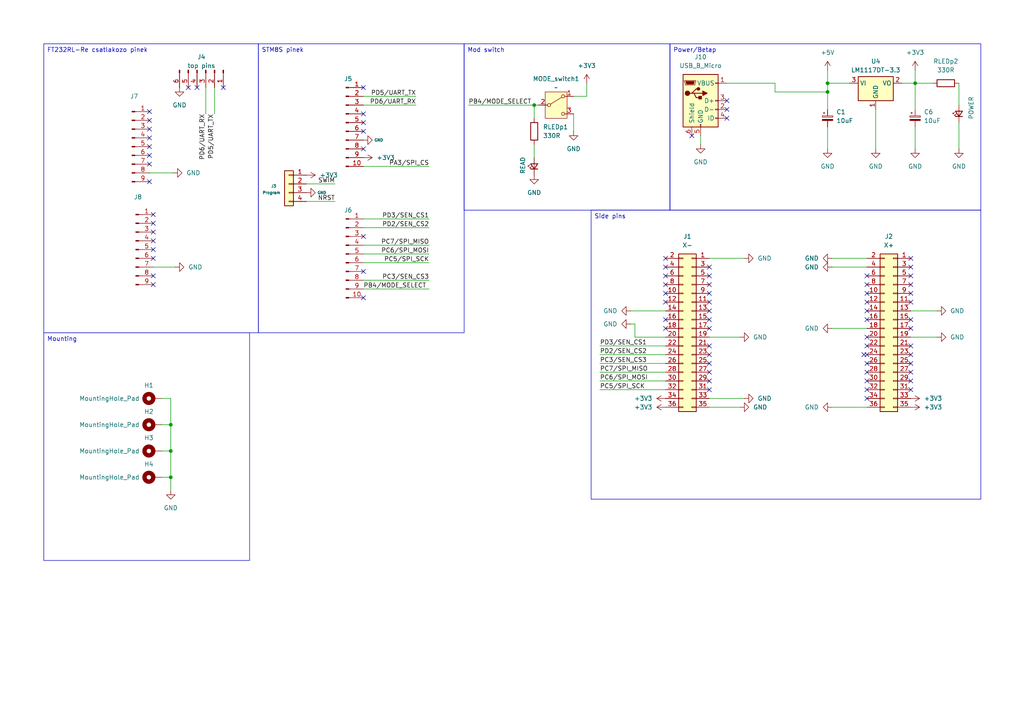
<source format=kicad_sch>
(kicad_sch
	(version 20231120)
	(generator "eeschema")
	(generator_version "8.0")
	(uuid "0944f094-2098-45ac-857a-6e0c68372d3d")
	(paper "A4")
	(lib_symbols
		(symbol "+5V_2"
			(power)
			(pin_numbers hide)
			(pin_names
				(offset 0) hide)
			(exclude_from_sim no)
			(in_bom yes)
			(on_board yes)
			(property "Reference" "#PWR"
				(at 0 -3.81 0)
				(effects
					(font
						(size 1.27 1.27)
					)
					(hide yes)
				)
			)
			(property "Value" "+5V"
				(at 0 3.556 0)
				(effects
					(font
						(size 1.27 1.27)
					)
				)
			)
			(property "Footprint" ""
				(at 0 0 0)
				(effects
					(font
						(size 1.27 1.27)
					)
					(hide yes)
				)
			)
			(property "Datasheet" ""
				(at 0 0 0)
				(effects
					(font
						(size 1.27 1.27)
					)
					(hide yes)
				)
			)
			(property "Description" "Power symbol creates a global label with name \"+5V\""
				(at 0 0 0)
				(effects
					(font
						(size 1.27 1.27)
					)
					(hide yes)
				)
			)
			(property "ki_keywords" "global power"
				(at 0 0 0)
				(effects
					(font
						(size 1.27 1.27)
					)
					(hide yes)
				)
			)
			(symbol "+5V_2_0_1"
				(polyline
					(pts
						(xy -0.762 1.27) (xy 0 2.54)
					)
					(stroke
						(width 0)
						(type default)
					)
					(fill
						(type none)
					)
				)
				(polyline
					(pts
						(xy 0 0) (xy 0 2.54)
					)
					(stroke
						(width 0)
						(type default)
					)
					(fill
						(type none)
					)
				)
				(polyline
					(pts
						(xy 0 2.54) (xy 0.762 1.27)
					)
					(stroke
						(width 0)
						(type default)
					)
					(fill
						(type none)
					)
				)
			)
			(symbol "+5V_2_1_1"
				(pin power_in line
					(at 0 0 90)
					(length 0)
					(name "~"
						(effects
							(font
								(size 1.27 1.27)
							)
						)
					)
					(number "1"
						(effects
							(font
								(size 1.27 1.27)
							)
						)
					)
				)
			)
		)
		(symbol "Connector:Conn_01x06_Pin"
			(pin_names
				(offset 1.016) hide)
			(exclude_from_sim no)
			(in_bom yes)
			(on_board yes)
			(property "Reference" "J"
				(at 0 7.62 0)
				(effects
					(font
						(size 1.27 1.27)
					)
				)
			)
			(property "Value" "Conn_01x06_Pin"
				(at 0 -10.16 0)
				(effects
					(font
						(size 1.27 1.27)
					)
				)
			)
			(property "Footprint" ""
				(at 0 0 0)
				(effects
					(font
						(size 1.27 1.27)
					)
					(hide yes)
				)
			)
			(property "Datasheet" "~"
				(at 0 0 0)
				(effects
					(font
						(size 1.27 1.27)
					)
					(hide yes)
				)
			)
			(property "Description" "Generic connector, single row, 01x06, script generated"
				(at 0 0 0)
				(effects
					(font
						(size 1.27 1.27)
					)
					(hide yes)
				)
			)
			(property "ki_locked" ""
				(at 0 0 0)
				(effects
					(font
						(size 1.27 1.27)
					)
				)
			)
			(property "ki_keywords" "connector"
				(at 0 0 0)
				(effects
					(font
						(size 1.27 1.27)
					)
					(hide yes)
				)
			)
			(property "ki_fp_filters" "Connector*:*_1x??_*"
				(at 0 0 0)
				(effects
					(font
						(size 1.27 1.27)
					)
					(hide yes)
				)
			)
			(symbol "Conn_01x06_Pin_1_1"
				(polyline
					(pts
						(xy 1.27 -7.62) (xy 0.8636 -7.62)
					)
					(stroke
						(width 0.1524)
						(type default)
					)
					(fill
						(type none)
					)
				)
				(polyline
					(pts
						(xy 1.27 -5.08) (xy 0.8636 -5.08)
					)
					(stroke
						(width 0.1524)
						(type default)
					)
					(fill
						(type none)
					)
				)
				(polyline
					(pts
						(xy 1.27 -2.54) (xy 0.8636 -2.54)
					)
					(stroke
						(width 0.1524)
						(type default)
					)
					(fill
						(type none)
					)
				)
				(polyline
					(pts
						(xy 1.27 0) (xy 0.8636 0)
					)
					(stroke
						(width 0.1524)
						(type default)
					)
					(fill
						(type none)
					)
				)
				(polyline
					(pts
						(xy 1.27 2.54) (xy 0.8636 2.54)
					)
					(stroke
						(width 0.1524)
						(type default)
					)
					(fill
						(type none)
					)
				)
				(polyline
					(pts
						(xy 1.27 5.08) (xy 0.8636 5.08)
					)
					(stroke
						(width 0.1524)
						(type default)
					)
					(fill
						(type none)
					)
				)
				(rectangle
					(start 0.8636 -7.493)
					(end 0 -7.747)
					(stroke
						(width 0.1524)
						(type default)
					)
					(fill
						(type outline)
					)
				)
				(rectangle
					(start 0.8636 -4.953)
					(end 0 -5.207)
					(stroke
						(width 0.1524)
						(type default)
					)
					(fill
						(type outline)
					)
				)
				(rectangle
					(start 0.8636 -2.413)
					(end 0 -2.667)
					(stroke
						(width 0.1524)
						(type default)
					)
					(fill
						(type outline)
					)
				)
				(rectangle
					(start 0.8636 0.127)
					(end 0 -0.127)
					(stroke
						(width 0.1524)
						(type default)
					)
					(fill
						(type outline)
					)
				)
				(rectangle
					(start 0.8636 2.667)
					(end 0 2.413)
					(stroke
						(width 0.1524)
						(type default)
					)
					(fill
						(type outline)
					)
				)
				(rectangle
					(start 0.8636 5.207)
					(end 0 4.953)
					(stroke
						(width 0.1524)
						(type default)
					)
					(fill
						(type outline)
					)
				)
				(pin passive line
					(at 5.08 5.08 180)
					(length 3.81)
					(name "Pin_1"
						(effects
							(font
								(size 1.27 1.27)
							)
						)
					)
					(number "1"
						(effects
							(font
								(size 1.27 1.27)
							)
						)
					)
				)
				(pin passive line
					(at 5.08 2.54 180)
					(length 3.81)
					(name "Pin_2"
						(effects
							(font
								(size 1.27 1.27)
							)
						)
					)
					(number "2"
						(effects
							(font
								(size 1.27 1.27)
							)
						)
					)
				)
				(pin passive line
					(at 5.08 0 180)
					(length 3.81)
					(name "Pin_3"
						(effects
							(font
								(size 1.27 1.27)
							)
						)
					)
					(number "3"
						(effects
							(font
								(size 1.27 1.27)
							)
						)
					)
				)
				(pin passive line
					(at 5.08 -2.54 180)
					(length 3.81)
					(name "Pin_4"
						(effects
							(font
								(size 1.27 1.27)
							)
						)
					)
					(number "4"
						(effects
							(font
								(size 1.27 1.27)
							)
						)
					)
				)
				(pin passive line
					(at 5.08 -5.08 180)
					(length 3.81)
					(name "Pin_5"
						(effects
							(font
								(size 1.27 1.27)
							)
						)
					)
					(number "5"
						(effects
							(font
								(size 1.27 1.27)
							)
						)
					)
				)
				(pin passive line
					(at 5.08 -7.62 180)
					(length 3.81)
					(name "Pin_6"
						(effects
							(font
								(size 1.27 1.27)
							)
						)
					)
					(number "6"
						(effects
							(font
								(size 1.27 1.27)
							)
						)
					)
				)
			)
		)
		(symbol "Connector:Conn_01x09_Pin"
			(pin_names
				(offset 1.016) hide)
			(exclude_from_sim no)
			(in_bom yes)
			(on_board yes)
			(property "Reference" "J"
				(at 0 12.7 0)
				(effects
					(font
						(size 1.27 1.27)
					)
				)
			)
			(property "Value" "Conn_01x09_Pin"
				(at 0 -12.7 0)
				(effects
					(font
						(size 1.27 1.27)
					)
				)
			)
			(property "Footprint" ""
				(at 0 0 0)
				(effects
					(font
						(size 1.27 1.27)
					)
					(hide yes)
				)
			)
			(property "Datasheet" "~"
				(at 0 0 0)
				(effects
					(font
						(size 1.27 1.27)
					)
					(hide yes)
				)
			)
			(property "Description" "Generic connector, single row, 01x09, script generated"
				(at 0 0 0)
				(effects
					(font
						(size 1.27 1.27)
					)
					(hide yes)
				)
			)
			(property "ki_locked" ""
				(at 0 0 0)
				(effects
					(font
						(size 1.27 1.27)
					)
				)
			)
			(property "ki_keywords" "connector"
				(at 0 0 0)
				(effects
					(font
						(size 1.27 1.27)
					)
					(hide yes)
				)
			)
			(property "ki_fp_filters" "Connector*:*_1x??_*"
				(at 0 0 0)
				(effects
					(font
						(size 1.27 1.27)
					)
					(hide yes)
				)
			)
			(symbol "Conn_01x09_Pin_1_1"
				(polyline
					(pts
						(xy 1.27 -10.16) (xy 0.8636 -10.16)
					)
					(stroke
						(width 0.1524)
						(type default)
					)
					(fill
						(type none)
					)
				)
				(polyline
					(pts
						(xy 1.27 -7.62) (xy 0.8636 -7.62)
					)
					(stroke
						(width 0.1524)
						(type default)
					)
					(fill
						(type none)
					)
				)
				(polyline
					(pts
						(xy 1.27 -5.08) (xy 0.8636 -5.08)
					)
					(stroke
						(width 0.1524)
						(type default)
					)
					(fill
						(type none)
					)
				)
				(polyline
					(pts
						(xy 1.27 -2.54) (xy 0.8636 -2.54)
					)
					(stroke
						(width 0.1524)
						(type default)
					)
					(fill
						(type none)
					)
				)
				(polyline
					(pts
						(xy 1.27 0) (xy 0.8636 0)
					)
					(stroke
						(width 0.1524)
						(type default)
					)
					(fill
						(type none)
					)
				)
				(polyline
					(pts
						(xy 1.27 2.54) (xy 0.8636 2.54)
					)
					(stroke
						(width 0.1524)
						(type default)
					)
					(fill
						(type none)
					)
				)
				(polyline
					(pts
						(xy 1.27 5.08) (xy 0.8636 5.08)
					)
					(stroke
						(width 0.1524)
						(type default)
					)
					(fill
						(type none)
					)
				)
				(polyline
					(pts
						(xy 1.27 7.62) (xy 0.8636 7.62)
					)
					(stroke
						(width 0.1524)
						(type default)
					)
					(fill
						(type none)
					)
				)
				(polyline
					(pts
						(xy 1.27 10.16) (xy 0.8636 10.16)
					)
					(stroke
						(width 0.1524)
						(type default)
					)
					(fill
						(type none)
					)
				)
				(rectangle
					(start 0.8636 -10.033)
					(end 0 -10.287)
					(stroke
						(width 0.1524)
						(type default)
					)
					(fill
						(type outline)
					)
				)
				(rectangle
					(start 0.8636 -7.493)
					(end 0 -7.747)
					(stroke
						(width 0.1524)
						(type default)
					)
					(fill
						(type outline)
					)
				)
				(rectangle
					(start 0.8636 -4.953)
					(end 0 -5.207)
					(stroke
						(width 0.1524)
						(type default)
					)
					(fill
						(type outline)
					)
				)
				(rectangle
					(start 0.8636 -2.413)
					(end 0 -2.667)
					(stroke
						(width 0.1524)
						(type default)
					)
					(fill
						(type outline)
					)
				)
				(rectangle
					(start 0.8636 0.127)
					(end 0 -0.127)
					(stroke
						(width 0.1524)
						(type default)
					)
					(fill
						(type outline)
					)
				)
				(rectangle
					(start 0.8636 2.667)
					(end 0 2.413)
					(stroke
						(width 0.1524)
						(type default)
					)
					(fill
						(type outline)
					)
				)
				(rectangle
					(start 0.8636 5.207)
					(end 0 4.953)
					(stroke
						(width 0.1524)
						(type default)
					)
					(fill
						(type outline)
					)
				)
				(rectangle
					(start 0.8636 7.747)
					(end 0 7.493)
					(stroke
						(width 0.1524)
						(type default)
					)
					(fill
						(type outline)
					)
				)
				(rectangle
					(start 0.8636 10.287)
					(end 0 10.033)
					(stroke
						(width 0.1524)
						(type default)
					)
					(fill
						(type outline)
					)
				)
				(pin passive line
					(at 5.08 10.16 180)
					(length 3.81)
					(name "Pin_1"
						(effects
							(font
								(size 1.27 1.27)
							)
						)
					)
					(number "1"
						(effects
							(font
								(size 1.27 1.27)
							)
						)
					)
				)
				(pin passive line
					(at 5.08 7.62 180)
					(length 3.81)
					(name "Pin_2"
						(effects
							(font
								(size 1.27 1.27)
							)
						)
					)
					(number "2"
						(effects
							(font
								(size 1.27 1.27)
							)
						)
					)
				)
				(pin passive line
					(at 5.08 5.08 180)
					(length 3.81)
					(name "Pin_3"
						(effects
							(font
								(size 1.27 1.27)
							)
						)
					)
					(number "3"
						(effects
							(font
								(size 1.27 1.27)
							)
						)
					)
				)
				(pin passive line
					(at 5.08 2.54 180)
					(length 3.81)
					(name "Pin_4"
						(effects
							(font
								(size 1.27 1.27)
							)
						)
					)
					(number "4"
						(effects
							(font
								(size 1.27 1.27)
							)
						)
					)
				)
				(pin passive line
					(at 5.08 0 180)
					(length 3.81)
					(name "Pin_5"
						(effects
							(font
								(size 1.27 1.27)
							)
						)
					)
					(number "5"
						(effects
							(font
								(size 1.27 1.27)
							)
						)
					)
				)
				(pin passive line
					(at 5.08 -2.54 180)
					(length 3.81)
					(name "Pin_6"
						(effects
							(font
								(size 1.27 1.27)
							)
						)
					)
					(number "6"
						(effects
							(font
								(size 1.27 1.27)
							)
						)
					)
				)
				(pin passive line
					(at 5.08 -5.08 180)
					(length 3.81)
					(name "Pin_7"
						(effects
							(font
								(size 1.27 1.27)
							)
						)
					)
					(number "7"
						(effects
							(font
								(size 1.27 1.27)
							)
						)
					)
				)
				(pin passive line
					(at 5.08 -7.62 180)
					(length 3.81)
					(name "Pin_8"
						(effects
							(font
								(size 1.27 1.27)
							)
						)
					)
					(number "8"
						(effects
							(font
								(size 1.27 1.27)
							)
						)
					)
				)
				(pin passive line
					(at 5.08 -10.16 180)
					(length 3.81)
					(name "Pin_9"
						(effects
							(font
								(size 1.27 1.27)
							)
						)
					)
					(number "9"
						(effects
							(font
								(size 1.27 1.27)
							)
						)
					)
				)
			)
		)
		(symbol "Connector:Conn_01x10_Pin"
			(pin_names
				(offset 1.016) hide)
			(exclude_from_sim no)
			(in_bom yes)
			(on_board yes)
			(property "Reference" "J"
				(at 0 12.7 0)
				(effects
					(font
						(size 1.27 1.27)
					)
				)
			)
			(property "Value" "Conn_01x10_Pin"
				(at 0 -15.24 0)
				(effects
					(font
						(size 1.27 1.27)
					)
				)
			)
			(property "Footprint" ""
				(at 0 0 0)
				(effects
					(font
						(size 1.27 1.27)
					)
					(hide yes)
				)
			)
			(property "Datasheet" "~"
				(at 0 0 0)
				(effects
					(font
						(size 1.27 1.27)
					)
					(hide yes)
				)
			)
			(property "Description" "Generic connector, single row, 01x10, script generated"
				(at 0 0 0)
				(effects
					(font
						(size 1.27 1.27)
					)
					(hide yes)
				)
			)
			(property "ki_locked" ""
				(at 0 0 0)
				(effects
					(font
						(size 1.27 1.27)
					)
				)
			)
			(property "ki_keywords" "connector"
				(at 0 0 0)
				(effects
					(font
						(size 1.27 1.27)
					)
					(hide yes)
				)
			)
			(property "ki_fp_filters" "Connector*:*_1x??_*"
				(at 0 0 0)
				(effects
					(font
						(size 1.27 1.27)
					)
					(hide yes)
				)
			)
			(symbol "Conn_01x10_Pin_1_1"
				(polyline
					(pts
						(xy 1.27 -12.7) (xy 0.8636 -12.7)
					)
					(stroke
						(width 0.1524)
						(type default)
					)
					(fill
						(type none)
					)
				)
				(polyline
					(pts
						(xy 1.27 -10.16) (xy 0.8636 -10.16)
					)
					(stroke
						(width 0.1524)
						(type default)
					)
					(fill
						(type none)
					)
				)
				(polyline
					(pts
						(xy 1.27 -7.62) (xy 0.8636 -7.62)
					)
					(stroke
						(width 0.1524)
						(type default)
					)
					(fill
						(type none)
					)
				)
				(polyline
					(pts
						(xy 1.27 -5.08) (xy 0.8636 -5.08)
					)
					(stroke
						(width 0.1524)
						(type default)
					)
					(fill
						(type none)
					)
				)
				(polyline
					(pts
						(xy 1.27 -2.54) (xy 0.8636 -2.54)
					)
					(stroke
						(width 0.1524)
						(type default)
					)
					(fill
						(type none)
					)
				)
				(polyline
					(pts
						(xy 1.27 0) (xy 0.8636 0)
					)
					(stroke
						(width 0.1524)
						(type default)
					)
					(fill
						(type none)
					)
				)
				(polyline
					(pts
						(xy 1.27 2.54) (xy 0.8636 2.54)
					)
					(stroke
						(width 0.1524)
						(type default)
					)
					(fill
						(type none)
					)
				)
				(polyline
					(pts
						(xy 1.27 5.08) (xy 0.8636 5.08)
					)
					(stroke
						(width 0.1524)
						(type default)
					)
					(fill
						(type none)
					)
				)
				(polyline
					(pts
						(xy 1.27 7.62) (xy 0.8636 7.62)
					)
					(stroke
						(width 0.1524)
						(type default)
					)
					(fill
						(type none)
					)
				)
				(polyline
					(pts
						(xy 1.27 10.16) (xy 0.8636 10.16)
					)
					(stroke
						(width 0.1524)
						(type default)
					)
					(fill
						(type none)
					)
				)
				(rectangle
					(start 0.8636 -12.573)
					(end 0 -12.827)
					(stroke
						(width 0.1524)
						(type default)
					)
					(fill
						(type outline)
					)
				)
				(rectangle
					(start 0.8636 -10.033)
					(end 0 -10.287)
					(stroke
						(width 0.1524)
						(type default)
					)
					(fill
						(type outline)
					)
				)
				(rectangle
					(start 0.8636 -7.493)
					(end 0 -7.747)
					(stroke
						(width 0.1524)
						(type default)
					)
					(fill
						(type outline)
					)
				)
				(rectangle
					(start 0.8636 -4.953)
					(end 0 -5.207)
					(stroke
						(width 0.1524)
						(type default)
					)
					(fill
						(type outline)
					)
				)
				(rectangle
					(start 0.8636 -2.413)
					(end 0 -2.667)
					(stroke
						(width 0.1524)
						(type default)
					)
					(fill
						(type outline)
					)
				)
				(rectangle
					(start 0.8636 0.127)
					(end 0 -0.127)
					(stroke
						(width 0.1524)
						(type default)
					)
					(fill
						(type outline)
					)
				)
				(rectangle
					(start 0.8636 2.667)
					(end 0 2.413)
					(stroke
						(width 0.1524)
						(type default)
					)
					(fill
						(type outline)
					)
				)
				(rectangle
					(start 0.8636 5.207)
					(end 0 4.953)
					(stroke
						(width 0.1524)
						(type default)
					)
					(fill
						(type outline)
					)
				)
				(rectangle
					(start 0.8636 7.747)
					(end 0 7.493)
					(stroke
						(width 0.1524)
						(type default)
					)
					(fill
						(type outline)
					)
				)
				(rectangle
					(start 0.8636 10.287)
					(end 0 10.033)
					(stroke
						(width 0.1524)
						(type default)
					)
					(fill
						(type outline)
					)
				)
				(pin passive line
					(at 5.08 10.16 180)
					(length 3.81)
					(name "Pin_1"
						(effects
							(font
								(size 1.27 1.27)
							)
						)
					)
					(number "1"
						(effects
							(font
								(size 1.27 1.27)
							)
						)
					)
				)
				(pin passive line
					(at 5.08 -12.7 180)
					(length 3.81)
					(name "Pin_10"
						(effects
							(font
								(size 1.27 1.27)
							)
						)
					)
					(number "10"
						(effects
							(font
								(size 1.27 1.27)
							)
						)
					)
				)
				(pin passive line
					(at 5.08 7.62 180)
					(length 3.81)
					(name "Pin_2"
						(effects
							(font
								(size 1.27 1.27)
							)
						)
					)
					(number "2"
						(effects
							(font
								(size 1.27 1.27)
							)
						)
					)
				)
				(pin passive line
					(at 5.08 5.08 180)
					(length 3.81)
					(name "Pin_3"
						(effects
							(font
								(size 1.27 1.27)
							)
						)
					)
					(number "3"
						(effects
							(font
								(size 1.27 1.27)
							)
						)
					)
				)
				(pin passive line
					(at 5.08 2.54 180)
					(length 3.81)
					(name "Pin_4"
						(effects
							(font
								(size 1.27 1.27)
							)
						)
					)
					(number "4"
						(effects
							(font
								(size 1.27 1.27)
							)
						)
					)
				)
				(pin passive line
					(at 5.08 0 180)
					(length 3.81)
					(name "Pin_5"
						(effects
							(font
								(size 1.27 1.27)
							)
						)
					)
					(number "5"
						(effects
							(font
								(size 1.27 1.27)
							)
						)
					)
				)
				(pin passive line
					(at 5.08 -2.54 180)
					(length 3.81)
					(name "Pin_6"
						(effects
							(font
								(size 1.27 1.27)
							)
						)
					)
					(number "6"
						(effects
							(font
								(size 1.27 1.27)
							)
						)
					)
				)
				(pin passive line
					(at 5.08 -5.08 180)
					(length 3.81)
					(name "Pin_7"
						(effects
							(font
								(size 1.27 1.27)
							)
						)
					)
					(number "7"
						(effects
							(font
								(size 1.27 1.27)
							)
						)
					)
				)
				(pin passive line
					(at 5.08 -7.62 180)
					(length 3.81)
					(name "Pin_8"
						(effects
							(font
								(size 1.27 1.27)
							)
						)
					)
					(number "8"
						(effects
							(font
								(size 1.27 1.27)
							)
						)
					)
				)
				(pin passive line
					(at 5.08 -10.16 180)
					(length 3.81)
					(name "Pin_9"
						(effects
							(font
								(size 1.27 1.27)
							)
						)
					)
					(number "9"
						(effects
							(font
								(size 1.27 1.27)
							)
						)
					)
				)
			)
		)
		(symbol "Connector:USB_B_Micro"
			(pin_names
				(offset 1.016)
			)
			(exclude_from_sim no)
			(in_bom yes)
			(on_board yes)
			(property "Reference" "J"
				(at -5.08 11.43 0)
				(effects
					(font
						(size 1.27 1.27)
					)
					(justify left)
				)
			)
			(property "Value" "USB_B_Micro"
				(at -5.08 8.89 0)
				(effects
					(font
						(size 1.27 1.27)
					)
					(justify left)
				)
			)
			(property "Footprint" ""
				(at 3.81 -1.27 0)
				(effects
					(font
						(size 1.27 1.27)
					)
					(hide yes)
				)
			)
			(property "Datasheet" "~"
				(at 3.81 -1.27 0)
				(effects
					(font
						(size 1.27 1.27)
					)
					(hide yes)
				)
			)
			(property "Description" "USB Micro Type B connector"
				(at 0 0 0)
				(effects
					(font
						(size 1.27 1.27)
					)
					(hide yes)
				)
			)
			(property "ki_keywords" "connector USB micro"
				(at 0 0 0)
				(effects
					(font
						(size 1.27 1.27)
					)
					(hide yes)
				)
			)
			(property "ki_fp_filters" "USB*"
				(at 0 0 0)
				(effects
					(font
						(size 1.27 1.27)
					)
					(hide yes)
				)
			)
			(symbol "USB_B_Micro_0_1"
				(rectangle
					(start -5.08 -7.62)
					(end 5.08 7.62)
					(stroke
						(width 0.254)
						(type default)
					)
					(fill
						(type background)
					)
				)
				(circle
					(center -3.81 2.159)
					(radius 0.635)
					(stroke
						(width 0.254)
						(type default)
					)
					(fill
						(type outline)
					)
				)
				(circle
					(center -0.635 3.429)
					(radius 0.381)
					(stroke
						(width 0.254)
						(type default)
					)
					(fill
						(type outline)
					)
				)
				(rectangle
					(start -0.127 -7.62)
					(end 0.127 -6.858)
					(stroke
						(width 0)
						(type default)
					)
					(fill
						(type none)
					)
				)
				(polyline
					(pts
						(xy -1.905 2.159) (xy 0.635 2.159)
					)
					(stroke
						(width 0.254)
						(type default)
					)
					(fill
						(type none)
					)
				)
				(polyline
					(pts
						(xy -3.175 2.159) (xy -2.54 2.159) (xy -1.27 3.429) (xy -0.635 3.429)
					)
					(stroke
						(width 0.254)
						(type default)
					)
					(fill
						(type none)
					)
				)
				(polyline
					(pts
						(xy -2.54 2.159) (xy -1.905 2.159) (xy -1.27 0.889) (xy 0 0.889)
					)
					(stroke
						(width 0.254)
						(type default)
					)
					(fill
						(type none)
					)
				)
				(polyline
					(pts
						(xy 0.635 2.794) (xy 0.635 1.524) (xy 1.905 2.159) (xy 0.635 2.794)
					)
					(stroke
						(width 0.254)
						(type default)
					)
					(fill
						(type outline)
					)
				)
				(polyline
					(pts
						(xy -4.318 5.588) (xy -1.778 5.588) (xy -2.032 4.826) (xy -4.064 4.826) (xy -4.318 5.588)
					)
					(stroke
						(width 0)
						(type default)
					)
					(fill
						(type outline)
					)
				)
				(polyline
					(pts
						(xy -4.699 5.842) (xy -4.699 5.588) (xy -4.445 4.826) (xy -4.445 4.572) (xy -1.651 4.572) (xy -1.651 4.826)
						(xy -1.397 5.588) (xy -1.397 5.842) (xy -4.699 5.842)
					)
					(stroke
						(width 0)
						(type default)
					)
					(fill
						(type none)
					)
				)
				(rectangle
					(start 0.254 1.27)
					(end -0.508 0.508)
					(stroke
						(width 0.254)
						(type default)
					)
					(fill
						(type outline)
					)
				)
				(rectangle
					(start 5.08 -5.207)
					(end 4.318 -4.953)
					(stroke
						(width 0)
						(type default)
					)
					(fill
						(type none)
					)
				)
				(rectangle
					(start 5.08 -2.667)
					(end 4.318 -2.413)
					(stroke
						(width 0)
						(type default)
					)
					(fill
						(type none)
					)
				)
				(rectangle
					(start 5.08 -0.127)
					(end 4.318 0.127)
					(stroke
						(width 0)
						(type default)
					)
					(fill
						(type none)
					)
				)
				(rectangle
					(start 5.08 4.953)
					(end 4.318 5.207)
					(stroke
						(width 0)
						(type default)
					)
					(fill
						(type none)
					)
				)
			)
			(symbol "USB_B_Micro_1_1"
				(pin power_out line
					(at 7.62 5.08 180)
					(length 2.54)
					(name "VBUS"
						(effects
							(font
								(size 1.27 1.27)
							)
						)
					)
					(number "1"
						(effects
							(font
								(size 1.27 1.27)
							)
						)
					)
				)
				(pin bidirectional line
					(at 7.62 -2.54 180)
					(length 2.54)
					(name "D-"
						(effects
							(font
								(size 1.27 1.27)
							)
						)
					)
					(number "2"
						(effects
							(font
								(size 1.27 1.27)
							)
						)
					)
				)
				(pin bidirectional line
					(at 7.62 0 180)
					(length 2.54)
					(name "D+"
						(effects
							(font
								(size 1.27 1.27)
							)
						)
					)
					(number "3"
						(effects
							(font
								(size 1.27 1.27)
							)
						)
					)
				)
				(pin passive line
					(at 7.62 -5.08 180)
					(length 2.54)
					(name "ID"
						(effects
							(font
								(size 1.27 1.27)
							)
						)
					)
					(number "4"
						(effects
							(font
								(size 1.27 1.27)
							)
						)
					)
				)
				(pin power_out line
					(at 0 -10.16 90)
					(length 2.54)
					(name "GND"
						(effects
							(font
								(size 1.27 1.27)
							)
						)
					)
					(number "5"
						(effects
							(font
								(size 1.27 1.27)
							)
						)
					)
				)
				(pin passive line
					(at -2.54 -10.16 90)
					(length 2.54)
					(name "Shield"
						(effects
							(font
								(size 1.27 1.27)
							)
						)
					)
					(number "6"
						(effects
							(font
								(size 1.27 1.27)
							)
						)
					)
				)
			)
		)
		(symbol "Connector_Generic:Conn_01x04"
			(pin_names
				(offset 1.016) hide)
			(exclude_from_sim no)
			(in_bom yes)
			(on_board yes)
			(property "Reference" "J"
				(at 0 5.08 0)
				(effects
					(font
						(size 1.27 1.27)
					)
				)
			)
			(property "Value" "Conn_01x04"
				(at 0 -7.62 0)
				(effects
					(font
						(size 1.27 1.27)
					)
				)
			)
			(property "Footprint" ""
				(at 0 0 0)
				(effects
					(font
						(size 1.27 1.27)
					)
					(hide yes)
				)
			)
			(property "Datasheet" "~"
				(at 0 0 0)
				(effects
					(font
						(size 1.27 1.27)
					)
					(hide yes)
				)
			)
			(property "Description" "Generic connector, single row, 01x04, script generated (kicad-library-utils/schlib/autogen/connector/)"
				(at 0 0 0)
				(effects
					(font
						(size 1.27 1.27)
					)
					(hide yes)
				)
			)
			(property "ki_keywords" "connector"
				(at 0 0 0)
				(effects
					(font
						(size 1.27 1.27)
					)
					(hide yes)
				)
			)
			(property "ki_fp_filters" "Connector*:*_1x??_*"
				(at 0 0 0)
				(effects
					(font
						(size 1.27 1.27)
					)
					(hide yes)
				)
			)
			(symbol "Conn_01x04_1_1"
				(rectangle
					(start -1.27 -4.953)
					(end 0 -5.207)
					(stroke
						(width 0.1524)
						(type default)
					)
					(fill
						(type none)
					)
				)
				(rectangle
					(start -1.27 -2.413)
					(end 0 -2.667)
					(stroke
						(width 0.1524)
						(type default)
					)
					(fill
						(type none)
					)
				)
				(rectangle
					(start -1.27 0.127)
					(end 0 -0.127)
					(stroke
						(width 0.1524)
						(type default)
					)
					(fill
						(type none)
					)
				)
				(rectangle
					(start -1.27 2.667)
					(end 0 2.413)
					(stroke
						(width 0.1524)
						(type default)
					)
					(fill
						(type none)
					)
				)
				(rectangle
					(start -1.27 3.81)
					(end 1.27 -6.35)
					(stroke
						(width 0.254)
						(type default)
					)
					(fill
						(type background)
					)
				)
				(pin passive line
					(at -5.08 2.54 0)
					(length 3.81)
					(name "Pin_1"
						(effects
							(font
								(size 1.27 1.27)
							)
						)
					)
					(number "1"
						(effects
							(font
								(size 1.27 1.27)
							)
						)
					)
				)
				(pin passive line
					(at -5.08 0 0)
					(length 3.81)
					(name "Pin_2"
						(effects
							(font
								(size 1.27 1.27)
							)
						)
					)
					(number "2"
						(effects
							(font
								(size 1.27 1.27)
							)
						)
					)
				)
				(pin passive line
					(at -5.08 -2.54 0)
					(length 3.81)
					(name "Pin_3"
						(effects
							(font
								(size 1.27 1.27)
							)
						)
					)
					(number "3"
						(effects
							(font
								(size 1.27 1.27)
							)
						)
					)
				)
				(pin passive line
					(at -5.08 -5.08 0)
					(length 3.81)
					(name "Pin_4"
						(effects
							(font
								(size 1.27 1.27)
							)
						)
					)
					(number "4"
						(effects
							(font
								(size 1.27 1.27)
							)
						)
					)
				)
			)
		)
		(symbol "Connector_Generic:Conn_02x18_Odd_Even"
			(pin_names
				(offset 1.016) hide)
			(exclude_from_sim no)
			(in_bom yes)
			(on_board yes)
			(property "Reference" "J"
				(at 1.27 22.86 0)
				(effects
					(font
						(size 1.27 1.27)
					)
				)
			)
			(property "Value" "Conn_02x18_Odd_Even"
				(at 1.27 -25.4 0)
				(effects
					(font
						(size 1.27 1.27)
					)
				)
			)
			(property "Footprint" ""
				(at 0 0 0)
				(effects
					(font
						(size 1.27 1.27)
					)
					(hide yes)
				)
			)
			(property "Datasheet" "~"
				(at 0 0 0)
				(effects
					(font
						(size 1.27 1.27)
					)
					(hide yes)
				)
			)
			(property "Description" "Generic connector, double row, 02x18, odd/even pin numbering scheme (row 1 odd numbers, row 2 even numbers), script generated (kicad-library-utils/schlib/autogen/connector/)"
				(at 0 0 0)
				(effects
					(font
						(size 1.27 1.27)
					)
					(hide yes)
				)
			)
			(property "ki_keywords" "connector"
				(at 0 0 0)
				(effects
					(font
						(size 1.27 1.27)
					)
					(hide yes)
				)
			)
			(property "ki_fp_filters" "Connector*:*_2x??_*"
				(at 0 0 0)
				(effects
					(font
						(size 1.27 1.27)
					)
					(hide yes)
				)
			)
			(symbol "Conn_02x18_Odd_Even_1_1"
				(rectangle
					(start -1.27 -22.733)
					(end 0 -22.987)
					(stroke
						(width 0.1524)
						(type default)
					)
					(fill
						(type none)
					)
				)
				(rectangle
					(start -1.27 -20.193)
					(end 0 -20.447)
					(stroke
						(width 0.1524)
						(type default)
					)
					(fill
						(type none)
					)
				)
				(rectangle
					(start -1.27 -17.653)
					(end 0 -17.907)
					(stroke
						(width 0.1524)
						(type default)
					)
					(fill
						(type none)
					)
				)
				(rectangle
					(start -1.27 -15.113)
					(end 0 -15.367)
					(stroke
						(width 0.1524)
						(type default)
					)
					(fill
						(type none)
					)
				)
				(rectangle
					(start -1.27 -12.573)
					(end 0 -12.827)
					(stroke
						(width 0.1524)
						(type default)
					)
					(fill
						(type none)
					)
				)
				(rectangle
					(start -1.27 -10.033)
					(end 0 -10.287)
					(stroke
						(width 0.1524)
						(type default)
					)
					(fill
						(type none)
					)
				)
				(rectangle
					(start -1.27 -7.493)
					(end 0 -7.747)
					(stroke
						(width 0.1524)
						(type default)
					)
					(fill
						(type none)
					)
				)
				(rectangle
					(start -1.27 -4.953)
					(end 0 -5.207)
					(stroke
						(width 0.1524)
						(type default)
					)
					(fill
						(type none)
					)
				)
				(rectangle
					(start -1.27 -2.413)
					(end 0 -2.667)
					(stroke
						(width 0.1524)
						(type default)
					)
					(fill
						(type none)
					)
				)
				(rectangle
					(start -1.27 0.127)
					(end 0 -0.127)
					(stroke
						(width 0.1524)
						(type default)
					)
					(fill
						(type none)
					)
				)
				(rectangle
					(start -1.27 2.667)
					(end 0 2.413)
					(stroke
						(width 0.1524)
						(type default)
					)
					(fill
						(type none)
					)
				)
				(rectangle
					(start -1.27 5.207)
					(end 0 4.953)
					(stroke
						(width 0.1524)
						(type default)
					)
					(fill
						(type none)
					)
				)
				(rectangle
					(start -1.27 7.747)
					(end 0 7.493)
					(stroke
						(width 0.1524)
						(type default)
					)
					(fill
						(type none)
					)
				)
				(rectangle
					(start -1.27 10.287)
					(end 0 10.033)
					(stroke
						(width 0.1524)
						(type default)
					)
					(fill
						(type none)
					)
				)
				(rectangle
					(start -1.27 12.827)
					(end 0 12.573)
					(stroke
						(width 0.1524)
						(type default)
					)
					(fill
						(type none)
					)
				)
				(rectangle
					(start -1.27 15.367)
					(end 0 15.113)
					(stroke
						(width 0.1524)
						(type default)
					)
					(fill
						(type none)
					)
				)
				(rectangle
					(start -1.27 17.907)
					(end 0 17.653)
					(stroke
						(width 0.1524)
						(type default)
					)
					(fill
						(type none)
					)
				)
				(rectangle
					(start -1.27 20.447)
					(end 0 20.193)
					(stroke
						(width 0.1524)
						(type default)
					)
					(fill
						(type none)
					)
				)
				(rectangle
					(start -1.27 21.59)
					(end 3.81 -24.13)
					(stroke
						(width 0.254)
						(type default)
					)
					(fill
						(type background)
					)
				)
				(rectangle
					(start 3.81 -22.733)
					(end 2.54 -22.987)
					(stroke
						(width 0.1524)
						(type default)
					)
					(fill
						(type none)
					)
				)
				(rectangle
					(start 3.81 -20.193)
					(end 2.54 -20.447)
					(stroke
						(width 0.1524)
						(type default)
					)
					(fill
						(type none)
					)
				)
				(rectangle
					(start 3.81 -17.653)
					(end 2.54 -17.907)
					(stroke
						(width 0.1524)
						(type default)
					)
					(fill
						(type none)
					)
				)
				(rectangle
					(start 3.81 -15.113)
					(end 2.54 -15.367)
					(stroke
						(width 0.1524)
						(type default)
					)
					(fill
						(type none)
					)
				)
				(rectangle
					(start 3.81 -12.573)
					(end 2.54 -12.827)
					(stroke
						(width 0.1524)
						(type default)
					)
					(fill
						(type none)
					)
				)
				(rectangle
					(start 3.81 -10.033)
					(end 2.54 -10.287)
					(stroke
						(width 0.1524)
						(type default)
					)
					(fill
						(type none)
					)
				)
				(rectangle
					(start 3.81 -7.493)
					(end 2.54 -7.747)
					(stroke
						(width 0.1524)
						(type default)
					)
					(fill
						(type none)
					)
				)
				(rectangle
					(start 3.81 -4.953)
					(end 2.54 -5.207)
					(stroke
						(width 0.1524)
						(type default)
					)
					(fill
						(type none)
					)
				)
				(rectangle
					(start 3.81 -2.413)
					(end 2.54 -2.667)
					(stroke
						(width 0.1524)
						(type default)
					)
					(fill
						(type none)
					)
				)
				(rectangle
					(start 3.81 0.127)
					(end 2.54 -0.127)
					(stroke
						(width 0.1524)
						(type default)
					)
					(fill
						(type none)
					)
				)
				(rectangle
					(start 3.81 2.667)
					(end 2.54 2.413)
					(stroke
						(width 0.1524)
						(type default)
					)
					(fill
						(type none)
					)
				)
				(rectangle
					(start 3.81 5.207)
					(end 2.54 4.953)
					(stroke
						(width 0.1524)
						(type default)
					)
					(fill
						(type none)
					)
				)
				(rectangle
					(start 3.81 7.747)
					(end 2.54 7.493)
					(stroke
						(width 0.1524)
						(type default)
					)
					(fill
						(type none)
					)
				)
				(rectangle
					(start 3.81 10.287)
					(end 2.54 10.033)
					(stroke
						(width 0.1524)
						(type default)
					)
					(fill
						(type none)
					)
				)
				(rectangle
					(start 3.81 12.827)
					(end 2.54 12.573)
					(stroke
						(width 0.1524)
						(type default)
					)
					(fill
						(type none)
					)
				)
				(rectangle
					(start 3.81 15.367)
					(end 2.54 15.113)
					(stroke
						(width 0.1524)
						(type default)
					)
					(fill
						(type none)
					)
				)
				(rectangle
					(start 3.81 17.907)
					(end 2.54 17.653)
					(stroke
						(width 0.1524)
						(type default)
					)
					(fill
						(type none)
					)
				)
				(rectangle
					(start 3.81 20.447)
					(end 2.54 20.193)
					(stroke
						(width 0.1524)
						(type default)
					)
					(fill
						(type none)
					)
				)
				(pin passive line
					(at -5.08 20.32 0)
					(length 3.81)
					(name "Pin_1"
						(effects
							(font
								(size 1.27 1.27)
							)
						)
					)
					(number "1"
						(effects
							(font
								(size 1.27 1.27)
							)
						)
					)
				)
				(pin passive line
					(at 7.62 10.16 180)
					(length 3.81)
					(name "Pin_10"
						(effects
							(font
								(size 1.27 1.27)
							)
						)
					)
					(number "10"
						(effects
							(font
								(size 1.27 1.27)
							)
						)
					)
				)
				(pin passive line
					(at -5.08 7.62 0)
					(length 3.81)
					(name "Pin_11"
						(effects
							(font
								(size 1.27 1.27)
							)
						)
					)
					(number "11"
						(effects
							(font
								(size 1.27 1.27)
							)
						)
					)
				)
				(pin passive line
					(at 7.62 7.62 180)
					(length 3.81)
					(name "Pin_12"
						(effects
							(font
								(size 1.27 1.27)
							)
						)
					)
					(number "12"
						(effects
							(font
								(size 1.27 1.27)
							)
						)
					)
				)
				(pin passive line
					(at -5.08 5.08 0)
					(length 3.81)
					(name "Pin_13"
						(effects
							(font
								(size 1.27 1.27)
							)
						)
					)
					(number "13"
						(effects
							(font
								(size 1.27 1.27)
							)
						)
					)
				)
				(pin passive line
					(at 7.62 5.08 180)
					(length 3.81)
					(name "Pin_14"
						(effects
							(font
								(size 1.27 1.27)
							)
						)
					)
					(number "14"
						(effects
							(font
								(size 1.27 1.27)
							)
						)
					)
				)
				(pin passive line
					(at -5.08 2.54 0)
					(length 3.81)
					(name "Pin_15"
						(effects
							(font
								(size 1.27 1.27)
							)
						)
					)
					(number "15"
						(effects
							(font
								(size 1.27 1.27)
							)
						)
					)
				)
				(pin passive line
					(at 7.62 2.54 180)
					(length 3.81)
					(name "Pin_16"
						(effects
							(font
								(size 1.27 1.27)
							)
						)
					)
					(number "16"
						(effects
							(font
								(size 1.27 1.27)
							)
						)
					)
				)
				(pin passive line
					(at -5.08 0 0)
					(length 3.81)
					(name "Pin_17"
						(effects
							(font
								(size 1.27 1.27)
							)
						)
					)
					(number "17"
						(effects
							(font
								(size 1.27 1.27)
							)
						)
					)
				)
				(pin passive line
					(at 7.62 0 180)
					(length 3.81)
					(name "Pin_18"
						(effects
							(font
								(size 1.27 1.27)
							)
						)
					)
					(number "18"
						(effects
							(font
								(size 1.27 1.27)
							)
						)
					)
				)
				(pin passive line
					(at -5.08 -2.54 0)
					(length 3.81)
					(name "Pin_19"
						(effects
							(font
								(size 1.27 1.27)
							)
						)
					)
					(number "19"
						(effects
							(font
								(size 1.27 1.27)
							)
						)
					)
				)
				(pin passive line
					(at 7.62 20.32 180)
					(length 3.81)
					(name "Pin_2"
						(effects
							(font
								(size 1.27 1.27)
							)
						)
					)
					(number "2"
						(effects
							(font
								(size 1.27 1.27)
							)
						)
					)
				)
				(pin passive line
					(at 7.62 -2.54 180)
					(length 3.81)
					(name "Pin_20"
						(effects
							(font
								(size 1.27 1.27)
							)
						)
					)
					(number "20"
						(effects
							(font
								(size 1.27 1.27)
							)
						)
					)
				)
				(pin passive line
					(at -5.08 -5.08 0)
					(length 3.81)
					(name "Pin_21"
						(effects
							(font
								(size 1.27 1.27)
							)
						)
					)
					(number "21"
						(effects
							(font
								(size 1.27 1.27)
							)
						)
					)
				)
				(pin passive line
					(at 7.62 -5.08 180)
					(length 3.81)
					(name "Pin_22"
						(effects
							(font
								(size 1.27 1.27)
							)
						)
					)
					(number "22"
						(effects
							(font
								(size 1.27 1.27)
							)
						)
					)
				)
				(pin passive line
					(at -5.08 -7.62 0)
					(length 3.81)
					(name "Pin_23"
						(effects
							(font
								(size 1.27 1.27)
							)
						)
					)
					(number "23"
						(effects
							(font
								(size 1.27 1.27)
							)
						)
					)
				)
				(pin passive line
					(at 7.62 -7.62 180)
					(length 3.81)
					(name "Pin_24"
						(effects
							(font
								(size 1.27 1.27)
							)
						)
					)
					(number "24"
						(effects
							(font
								(size 1.27 1.27)
							)
						)
					)
				)
				(pin passive line
					(at -5.08 -10.16 0)
					(length 3.81)
					(name "Pin_25"
						(effects
							(font
								(size 1.27 1.27)
							)
						)
					)
					(number "25"
						(effects
							(font
								(size 1.27 1.27)
							)
						)
					)
				)
				(pin passive line
					(at 7.62 -10.16 180)
					(length 3.81)
					(name "Pin_26"
						(effects
							(font
								(size 1.27 1.27)
							)
						)
					)
					(number "26"
						(effects
							(font
								(size 1.27 1.27)
							)
						)
					)
				)
				(pin passive line
					(at -5.08 -12.7 0)
					(length 3.81)
					(name "Pin_27"
						(effects
							(font
								(size 1.27 1.27)
							)
						)
					)
					(number "27"
						(effects
							(font
								(size 1.27 1.27)
							)
						)
					)
				)
				(pin passive line
					(at 7.62 -12.7 180)
					(length 3.81)
					(name "Pin_28"
						(effects
							(font
								(size 1.27 1.27)
							)
						)
					)
					(number "28"
						(effects
							(font
								(size 1.27 1.27)
							)
						)
					)
				)
				(pin passive line
					(at -5.08 -15.24 0)
					(length 3.81)
					(name "Pin_29"
						(effects
							(font
								(size 1.27 1.27)
							)
						)
					)
					(number "29"
						(effects
							(font
								(size 1.27 1.27)
							)
						)
					)
				)
				(pin passive line
					(at -5.08 17.78 0)
					(length 3.81)
					(name "Pin_3"
						(effects
							(font
								(size 1.27 1.27)
							)
						)
					)
					(number "3"
						(effects
							(font
								(size 1.27 1.27)
							)
						)
					)
				)
				(pin passive line
					(at 7.62 -15.24 180)
					(length 3.81)
					(name "Pin_30"
						(effects
							(font
								(size 1.27 1.27)
							)
						)
					)
					(number "30"
						(effects
							(font
								(size 1.27 1.27)
							)
						)
					)
				)
				(pin passive line
					(at -5.08 -17.78 0)
					(length 3.81)
					(name "Pin_31"
						(effects
							(font
								(size 1.27 1.27)
							)
						)
					)
					(number "31"
						(effects
							(font
								(size 1.27 1.27)
							)
						)
					)
				)
				(pin passive line
					(at 7.62 -17.78 180)
					(length 3.81)
					(name "Pin_32"
						(effects
							(font
								(size 1.27 1.27)
							)
						)
					)
					(number "32"
						(effects
							(font
								(size 1.27 1.27)
							)
						)
					)
				)
				(pin passive line
					(at -5.08 -20.32 0)
					(length 3.81)
					(name "Pin_33"
						(effects
							(font
								(size 1.27 1.27)
							)
						)
					)
					(number "33"
						(effects
							(font
								(size 1.27 1.27)
							)
						)
					)
				)
				(pin passive line
					(at 7.62 -20.32 180)
					(length 3.81)
					(name "Pin_34"
						(effects
							(font
								(size 1.27 1.27)
							)
						)
					)
					(number "34"
						(effects
							(font
								(size 1.27 1.27)
							)
						)
					)
				)
				(pin passive line
					(at -5.08 -22.86 0)
					(length 3.81)
					(name "Pin_35"
						(effects
							(font
								(size 1.27 1.27)
							)
						)
					)
					(number "35"
						(effects
							(font
								(size 1.27 1.27)
							)
						)
					)
				)
				(pin passive line
					(at 7.62 -22.86 180)
					(length 3.81)
					(name "Pin_36"
						(effects
							(font
								(size 1.27 1.27)
							)
						)
					)
					(number "36"
						(effects
							(font
								(size 1.27 1.27)
							)
						)
					)
				)
				(pin passive line
					(at 7.62 17.78 180)
					(length 3.81)
					(name "Pin_4"
						(effects
							(font
								(size 1.27 1.27)
							)
						)
					)
					(number "4"
						(effects
							(font
								(size 1.27 1.27)
							)
						)
					)
				)
				(pin passive line
					(at -5.08 15.24 0)
					(length 3.81)
					(name "Pin_5"
						(effects
							(font
								(size 1.27 1.27)
							)
						)
					)
					(number "5"
						(effects
							(font
								(size 1.27 1.27)
							)
						)
					)
				)
				(pin passive line
					(at 7.62 15.24 180)
					(length 3.81)
					(name "Pin_6"
						(effects
							(font
								(size 1.27 1.27)
							)
						)
					)
					(number "6"
						(effects
							(font
								(size 1.27 1.27)
							)
						)
					)
				)
				(pin passive line
					(at -5.08 12.7 0)
					(length 3.81)
					(name "Pin_7"
						(effects
							(font
								(size 1.27 1.27)
							)
						)
					)
					(number "7"
						(effects
							(font
								(size 1.27 1.27)
							)
						)
					)
				)
				(pin passive line
					(at 7.62 12.7 180)
					(length 3.81)
					(name "Pin_8"
						(effects
							(font
								(size 1.27 1.27)
							)
						)
					)
					(number "8"
						(effects
							(font
								(size 1.27 1.27)
							)
						)
					)
				)
				(pin passive line
					(at -5.08 10.16 0)
					(length 3.81)
					(name "Pin_9"
						(effects
							(font
								(size 1.27 1.27)
							)
						)
					)
					(number "9"
						(effects
							(font
								(size 1.27 1.27)
							)
						)
					)
				)
			)
		)
		(symbol "Device:C_Polarized_Small"
			(pin_numbers hide)
			(pin_names
				(offset 0.254) hide)
			(exclude_from_sim no)
			(in_bom yes)
			(on_board yes)
			(property "Reference" "C"
				(at 0.254 1.778 0)
				(effects
					(font
						(size 1.27 1.27)
					)
					(justify left)
				)
			)
			(property "Value" "C_Polarized_Small"
				(at 0.254 -2.032 0)
				(effects
					(font
						(size 1.27 1.27)
					)
					(justify left)
				)
			)
			(property "Footprint" ""
				(at 0 0 0)
				(effects
					(font
						(size 1.27 1.27)
					)
					(hide yes)
				)
			)
			(property "Datasheet" "~"
				(at 0 0 0)
				(effects
					(font
						(size 1.27 1.27)
					)
					(hide yes)
				)
			)
			(property "Description" "Polarized capacitor, small symbol"
				(at 0 0 0)
				(effects
					(font
						(size 1.27 1.27)
					)
					(hide yes)
				)
			)
			(property "ki_keywords" "cap capacitor"
				(at 0 0 0)
				(effects
					(font
						(size 1.27 1.27)
					)
					(hide yes)
				)
			)
			(property "ki_fp_filters" "CP_*"
				(at 0 0 0)
				(effects
					(font
						(size 1.27 1.27)
					)
					(hide yes)
				)
			)
			(symbol "C_Polarized_Small_0_1"
				(rectangle
					(start -1.524 -0.3048)
					(end 1.524 -0.6858)
					(stroke
						(width 0)
						(type default)
					)
					(fill
						(type outline)
					)
				)
				(rectangle
					(start -1.524 0.6858)
					(end 1.524 0.3048)
					(stroke
						(width 0)
						(type default)
					)
					(fill
						(type none)
					)
				)
				(polyline
					(pts
						(xy -1.27 1.524) (xy -0.762 1.524)
					)
					(stroke
						(width 0)
						(type default)
					)
					(fill
						(type none)
					)
				)
				(polyline
					(pts
						(xy -1.016 1.27) (xy -1.016 1.778)
					)
					(stroke
						(width 0)
						(type default)
					)
					(fill
						(type none)
					)
				)
			)
			(symbol "C_Polarized_Small_1_1"
				(pin passive line
					(at 0 2.54 270)
					(length 1.8542)
					(name "~"
						(effects
							(font
								(size 1.27 1.27)
							)
						)
					)
					(number "1"
						(effects
							(font
								(size 1.27 1.27)
							)
						)
					)
				)
				(pin passive line
					(at 0 -2.54 90)
					(length 1.8542)
					(name "~"
						(effects
							(font
								(size 1.27 1.27)
							)
						)
					)
					(number "2"
						(effects
							(font
								(size 1.27 1.27)
							)
						)
					)
				)
			)
		)
		(symbol "Device:LED_Small"
			(pin_numbers hide)
			(pin_names
				(offset 0.254) hide)
			(exclude_from_sim no)
			(in_bom yes)
			(on_board yes)
			(property "Reference" "D"
				(at -1.27 3.175 0)
				(effects
					(font
						(size 1.27 1.27)
					)
					(justify left)
				)
			)
			(property "Value" "LED_Small"
				(at -4.445 -2.54 0)
				(effects
					(font
						(size 1.27 1.27)
					)
					(justify left)
				)
			)
			(property "Footprint" ""
				(at 0 0 90)
				(effects
					(font
						(size 1.27 1.27)
					)
					(hide yes)
				)
			)
			(property "Datasheet" "~"
				(at 0 0 90)
				(effects
					(font
						(size 1.27 1.27)
					)
					(hide yes)
				)
			)
			(property "Description" "Light emitting diode, small symbol"
				(at 0 0 0)
				(effects
					(font
						(size 1.27 1.27)
					)
					(hide yes)
				)
			)
			(property "ki_keywords" "LED diode light-emitting-diode"
				(at 0 0 0)
				(effects
					(font
						(size 1.27 1.27)
					)
					(hide yes)
				)
			)
			(property "ki_fp_filters" "LED* LED_SMD:* LED_THT:*"
				(at 0 0 0)
				(effects
					(font
						(size 1.27 1.27)
					)
					(hide yes)
				)
			)
			(symbol "LED_Small_0_1"
				(polyline
					(pts
						(xy -0.762 -1.016) (xy -0.762 1.016)
					)
					(stroke
						(width 0.254)
						(type default)
					)
					(fill
						(type none)
					)
				)
				(polyline
					(pts
						(xy 1.016 0) (xy -0.762 0)
					)
					(stroke
						(width 0)
						(type default)
					)
					(fill
						(type none)
					)
				)
				(polyline
					(pts
						(xy 0.762 -1.016) (xy -0.762 0) (xy 0.762 1.016) (xy 0.762 -1.016)
					)
					(stroke
						(width 0.254)
						(type default)
					)
					(fill
						(type none)
					)
				)
				(polyline
					(pts
						(xy 0 0.762) (xy -0.508 1.27) (xy -0.254 1.27) (xy -0.508 1.27) (xy -0.508 1.016)
					)
					(stroke
						(width 0)
						(type default)
					)
					(fill
						(type none)
					)
				)
				(polyline
					(pts
						(xy 0.508 1.27) (xy 0 1.778) (xy 0.254 1.778) (xy 0 1.778) (xy 0 1.524)
					)
					(stroke
						(width 0)
						(type default)
					)
					(fill
						(type none)
					)
				)
			)
			(symbol "LED_Small_1_1"
				(pin passive line
					(at -2.54 0 0)
					(length 1.778)
					(name "K"
						(effects
							(font
								(size 1.27 1.27)
							)
						)
					)
					(number "1"
						(effects
							(font
								(size 1.27 1.27)
							)
						)
					)
				)
				(pin passive line
					(at 2.54 0 180)
					(length 1.778)
					(name "A"
						(effects
							(font
								(size 1.27 1.27)
							)
						)
					)
					(number "2"
						(effects
							(font
								(size 1.27 1.27)
							)
						)
					)
				)
			)
		)
		(symbol "Device:R"
			(pin_numbers hide)
			(pin_names
				(offset 0)
			)
			(exclude_from_sim no)
			(in_bom yes)
			(on_board yes)
			(property "Reference" "R"
				(at 2.032 0 90)
				(effects
					(font
						(size 1.27 1.27)
					)
				)
			)
			(property "Value" "R"
				(at 0 0 90)
				(effects
					(font
						(size 1.27 1.27)
					)
				)
			)
			(property "Footprint" ""
				(at -1.778 0 90)
				(effects
					(font
						(size 1.27 1.27)
					)
					(hide yes)
				)
			)
			(property "Datasheet" "~"
				(at 0 0 0)
				(effects
					(font
						(size 1.27 1.27)
					)
					(hide yes)
				)
			)
			(property "Description" "Resistor"
				(at 0 0 0)
				(effects
					(font
						(size 1.27 1.27)
					)
					(hide yes)
				)
			)
			(property "ki_keywords" "R res resistor"
				(at 0 0 0)
				(effects
					(font
						(size 1.27 1.27)
					)
					(hide yes)
				)
			)
			(property "ki_fp_filters" "R_*"
				(at 0 0 0)
				(effects
					(font
						(size 1.27 1.27)
					)
					(hide yes)
				)
			)
			(symbol "R_0_1"
				(rectangle
					(start -1.016 -2.54)
					(end 1.016 2.54)
					(stroke
						(width 0.254)
						(type default)
					)
					(fill
						(type none)
					)
				)
			)
			(symbol "R_1_1"
				(pin passive line
					(at 0 3.81 270)
					(length 1.27)
					(name "~"
						(effects
							(font
								(size 1.27 1.27)
							)
						)
					)
					(number "1"
						(effects
							(font
								(size 1.27 1.27)
							)
						)
					)
				)
				(pin passive line
					(at 0 -3.81 90)
					(length 1.27)
					(name "~"
						(effects
							(font
								(size 1.27 1.27)
							)
						)
					)
					(number "2"
						(effects
							(font
								(size 1.27 1.27)
							)
						)
					)
				)
			)
		)
		(symbol "GND_1"
			(power)
			(pin_numbers hide)
			(pin_names
				(offset 0) hide)
			(exclude_from_sim no)
			(in_bom yes)
			(on_board yes)
			(property "Reference" "#PWR"
				(at 0 -6.35 0)
				(effects
					(font
						(size 1.27 1.27)
					)
					(hide yes)
				)
			)
			(property "Value" "GND"
				(at 0 -3.81 0)
				(effects
					(font
						(size 1.27 1.27)
					)
				)
			)
			(property "Footprint" ""
				(at 0 0 0)
				(effects
					(font
						(size 1.27 1.27)
					)
					(hide yes)
				)
			)
			(property "Datasheet" ""
				(at 0 0 0)
				(effects
					(font
						(size 1.27 1.27)
					)
					(hide yes)
				)
			)
			(property "Description" "Power symbol creates a global label with name \"GND\" , ground"
				(at 0 0 0)
				(effects
					(font
						(size 1.27 1.27)
					)
					(hide yes)
				)
			)
			(property "ki_keywords" "global power"
				(at 0 0 0)
				(effects
					(font
						(size 1.27 1.27)
					)
					(hide yes)
				)
			)
			(symbol "GND_1_0_1"
				(polyline
					(pts
						(xy 0 0) (xy 0 -1.27) (xy 1.27 -1.27) (xy 0 -2.54) (xy -1.27 -1.27) (xy 0 -1.27)
					)
					(stroke
						(width 0)
						(type default)
					)
					(fill
						(type none)
					)
				)
			)
			(symbol "GND_1_1_1"
				(pin power_in line
					(at 0 0 270)
					(length 0)
					(name "~"
						(effects
							(font
								(size 1.27 1.27)
							)
						)
					)
					(number "1"
						(effects
							(font
								(size 1.27 1.27)
							)
						)
					)
				)
			)
		)
		(symbol "GND_2"
			(power)
			(pin_numbers hide)
			(pin_names
				(offset 0) hide)
			(exclude_from_sim no)
			(in_bom yes)
			(on_board yes)
			(property "Reference" "#PWR"
				(at 0 -6.35 0)
				(effects
					(font
						(size 1.27 1.27)
					)
					(hide yes)
				)
			)
			(property "Value" "GND"
				(at 0 -3.81 0)
				(effects
					(font
						(size 1.27 1.27)
					)
				)
			)
			(property "Footprint" ""
				(at 0 0 0)
				(effects
					(font
						(size 1.27 1.27)
					)
					(hide yes)
				)
			)
			(property "Datasheet" ""
				(at 0 0 0)
				(effects
					(font
						(size 1.27 1.27)
					)
					(hide yes)
				)
			)
			(property "Description" "Power symbol creates a global label with name \"GND\" , ground"
				(at 0 0 0)
				(effects
					(font
						(size 1.27 1.27)
					)
					(hide yes)
				)
			)
			(property "ki_keywords" "global power"
				(at 0 0 0)
				(effects
					(font
						(size 1.27 1.27)
					)
					(hide yes)
				)
			)
			(symbol "GND_2_0_1"
				(polyline
					(pts
						(xy 0 0) (xy 0 -1.27) (xy 1.27 -1.27) (xy 0 -2.54) (xy -1.27 -1.27) (xy 0 -1.27)
					)
					(stroke
						(width 0)
						(type default)
					)
					(fill
						(type none)
					)
				)
			)
			(symbol "GND_2_1_1"
				(pin power_in line
					(at 0 0 270)
					(length 0)
					(name "~"
						(effects
							(font
								(size 1.27 1.27)
							)
						)
					)
					(number "1"
						(effects
							(font
								(size 1.27 1.27)
							)
						)
					)
				)
			)
		)
		(symbol "Mechanical:MountingHole_Pad"
			(pin_numbers hide)
			(pin_names
				(offset 1.016) hide)
			(exclude_from_sim no)
			(in_bom yes)
			(on_board yes)
			(property "Reference" "H"
				(at 0 6.35 0)
				(effects
					(font
						(size 1.27 1.27)
					)
				)
			)
			(property "Value" "MountingHole_Pad"
				(at 0 4.445 0)
				(effects
					(font
						(size 1.27 1.27)
					)
				)
			)
			(property "Footprint" ""
				(at 0 0 0)
				(effects
					(font
						(size 1.27 1.27)
					)
					(hide yes)
				)
			)
			(property "Datasheet" "~"
				(at 0 0 0)
				(effects
					(font
						(size 1.27 1.27)
					)
					(hide yes)
				)
			)
			(property "Description" "Mounting Hole with connection"
				(at 0 0 0)
				(effects
					(font
						(size 1.27 1.27)
					)
					(hide yes)
				)
			)
			(property "ki_keywords" "mounting hole"
				(at 0 0 0)
				(effects
					(font
						(size 1.27 1.27)
					)
					(hide yes)
				)
			)
			(property "ki_fp_filters" "MountingHole*Pad*"
				(at 0 0 0)
				(effects
					(font
						(size 1.27 1.27)
					)
					(hide yes)
				)
			)
			(symbol "MountingHole_Pad_0_1"
				(circle
					(center 0 1.27)
					(radius 1.27)
					(stroke
						(width 1.27)
						(type default)
					)
					(fill
						(type none)
					)
				)
			)
			(symbol "MountingHole_Pad_1_1"
				(pin input line
					(at 0 -2.54 90)
					(length 2.54)
					(name "1"
						(effects
							(font
								(size 1.27 1.27)
							)
						)
					)
					(number "1"
						(effects
							(font
								(size 1.27 1.27)
							)
						)
					)
				)
			)
		)
		(symbol "Regulator_Linear:LM1117DT-3.3"
			(exclude_from_sim no)
			(in_bom yes)
			(on_board yes)
			(property "Reference" "U"
				(at -3.81 3.175 0)
				(effects
					(font
						(size 1.27 1.27)
					)
				)
			)
			(property "Value" "LM1117DT-3.3"
				(at 0 3.175 0)
				(effects
					(font
						(size 1.27 1.27)
					)
					(justify left)
				)
			)
			(property "Footprint" "Package_TO_SOT_SMD:TO-252-3_TabPin2"
				(at 0 0 0)
				(effects
					(font
						(size 1.27 1.27)
					)
					(hide yes)
				)
			)
			(property "Datasheet" "http://www.ti.com/lit/ds/symlink/lm1117.pdf"
				(at 0 0 0)
				(effects
					(font
						(size 1.27 1.27)
					)
					(hide yes)
				)
			)
			(property "Description" "800mA Low-Dropout Linear Regulator, 3.3V fixed output, TO-252"
				(at 0 0 0)
				(effects
					(font
						(size 1.27 1.27)
					)
					(hide yes)
				)
			)
			(property "ki_keywords" "linear regulator ldo fixed positive"
				(at 0 0 0)
				(effects
					(font
						(size 1.27 1.27)
					)
					(hide yes)
				)
			)
			(property "ki_fp_filters" "TO?252*"
				(at 0 0 0)
				(effects
					(font
						(size 1.27 1.27)
					)
					(hide yes)
				)
			)
			(symbol "LM1117DT-3.3_0_1"
				(rectangle
					(start -5.08 -5.08)
					(end 5.08 1.905)
					(stroke
						(width 0.254)
						(type default)
					)
					(fill
						(type background)
					)
				)
			)
			(symbol "LM1117DT-3.3_1_1"
				(pin power_in line
					(at 0 -7.62 90)
					(length 2.54)
					(name "GND"
						(effects
							(font
								(size 1.27 1.27)
							)
						)
					)
					(number "1"
						(effects
							(font
								(size 1.27 1.27)
							)
						)
					)
				)
				(pin power_out line
					(at 7.62 0 180)
					(length 2.54)
					(name "VO"
						(effects
							(font
								(size 1.27 1.27)
							)
						)
					)
					(number "2"
						(effects
							(font
								(size 1.27 1.27)
							)
						)
					)
				)
				(pin power_in line
					(at -7.62 0 0)
					(length 2.54)
					(name "VI"
						(effects
							(font
								(size 1.27 1.27)
							)
						)
					)
					(number "3"
						(effects
							(font
								(size 1.27 1.27)
							)
						)
					)
				)
			)
		)
		(symbol "Switch:SW_SPDT"
			(pin_names
				(offset 0) hide)
			(exclude_from_sim no)
			(in_bom yes)
			(on_board yes)
			(property "Reference" "SW"
				(at 0 5.08 0)
				(effects
					(font
						(size 1.27 1.27)
					)
				)
			)
			(property "Value" "SW_SPDT"
				(at 0 -5.08 0)
				(effects
					(font
						(size 1.27 1.27)
					)
				)
			)
			(property "Footprint" ""
				(at 0 0 0)
				(effects
					(font
						(size 1.27 1.27)
					)
					(hide yes)
				)
			)
			(property "Datasheet" "~"
				(at 0 -7.62 0)
				(effects
					(font
						(size 1.27 1.27)
					)
					(hide yes)
				)
			)
			(property "Description" "Switch, single pole double throw"
				(at 0 0 0)
				(effects
					(font
						(size 1.27 1.27)
					)
					(hide yes)
				)
			)
			(property "ki_keywords" "switch single-pole double-throw spdt ON-ON"
				(at 0 0 0)
				(effects
					(font
						(size 1.27 1.27)
					)
					(hide yes)
				)
			)
			(symbol "SW_SPDT_0_1"
				(circle
					(center -2.032 0)
					(radius 0.4572)
					(stroke
						(width 0)
						(type default)
					)
					(fill
						(type none)
					)
				)
				(polyline
					(pts
						(xy -1.651 0.254) (xy 1.651 2.286)
					)
					(stroke
						(width 0)
						(type default)
					)
					(fill
						(type none)
					)
				)
				(circle
					(center 2.032 -2.54)
					(radius 0.4572)
					(stroke
						(width 0)
						(type default)
					)
					(fill
						(type none)
					)
				)
				(circle
					(center 2.032 2.54)
					(radius 0.4572)
					(stroke
						(width 0)
						(type default)
					)
					(fill
						(type none)
					)
				)
			)
			(symbol "SW_SPDT_1_1"
				(rectangle
					(start -3.175 3.81)
					(end 3.175 -3.81)
					(stroke
						(width 0)
						(type default)
					)
					(fill
						(type background)
					)
				)
				(pin passive line
					(at 5.08 2.54 180)
					(length 2.54)
					(name "A"
						(effects
							(font
								(size 1.27 1.27)
							)
						)
					)
					(number "1"
						(effects
							(font
								(size 1.27 1.27)
							)
						)
					)
				)
				(pin passive line
					(at -5.08 0 0)
					(length 2.54)
					(name "B"
						(effects
							(font
								(size 1.27 1.27)
							)
						)
					)
					(number "2"
						(effects
							(font
								(size 1.27 1.27)
							)
						)
					)
				)
				(pin passive line
					(at 5.08 -2.54 180)
					(length 2.54)
					(name "C"
						(effects
							(font
								(size 1.27 1.27)
							)
						)
					)
					(number "3"
						(effects
							(font
								(size 1.27 1.27)
							)
						)
					)
				)
			)
		)
		(symbol "power:+3V3"
			(power)
			(pin_numbers hide)
			(pin_names
				(offset 0) hide)
			(exclude_from_sim no)
			(in_bom yes)
			(on_board yes)
			(property "Reference" "#PWR"
				(at 0 -3.81 0)
				(effects
					(font
						(size 1.27 1.27)
					)
					(hide yes)
				)
			)
			(property "Value" "+3V3"
				(at 0 3.556 0)
				(effects
					(font
						(size 1.27 1.27)
					)
				)
			)
			(property "Footprint" ""
				(at 0 0 0)
				(effects
					(font
						(size 1.27 1.27)
					)
					(hide yes)
				)
			)
			(property "Datasheet" ""
				(at 0 0 0)
				(effects
					(font
						(size 1.27 1.27)
					)
					(hide yes)
				)
			)
			(property "Description" "Power symbol creates a global label with name \"+3V3\""
				(at 0 0 0)
				(effects
					(font
						(size 1.27 1.27)
					)
					(hide yes)
				)
			)
			(property "ki_keywords" "global power"
				(at 0 0 0)
				(effects
					(font
						(size 1.27 1.27)
					)
					(hide yes)
				)
			)
			(symbol "+3V3_0_1"
				(polyline
					(pts
						(xy -0.762 1.27) (xy 0 2.54)
					)
					(stroke
						(width 0)
						(type default)
					)
					(fill
						(type none)
					)
				)
				(polyline
					(pts
						(xy 0 0) (xy 0 2.54)
					)
					(stroke
						(width 0)
						(type default)
					)
					(fill
						(type none)
					)
				)
				(polyline
					(pts
						(xy 0 2.54) (xy 0.762 1.27)
					)
					(stroke
						(width 0)
						(type default)
					)
					(fill
						(type none)
					)
				)
			)
			(symbol "+3V3_1_1"
				(pin power_in line
					(at 0 0 90)
					(length 0)
					(name "~"
						(effects
							(font
								(size 1.27 1.27)
							)
						)
					)
					(number "1"
						(effects
							(font
								(size 1.27 1.27)
							)
						)
					)
				)
			)
		)
		(symbol "power:GND"
			(power)
			(pin_names
				(offset 0)
			)
			(exclude_from_sim no)
			(in_bom yes)
			(on_board yes)
			(property "Reference" "#PWR"
				(at 0 -6.35 0)
				(effects
					(font
						(size 1.27 1.27)
					)
					(hide yes)
				)
			)
			(property "Value" "GND"
				(at 0 -3.81 0)
				(effects
					(font
						(size 1.27 1.27)
					)
				)
			)
			(property "Footprint" ""
				(at 0 0 0)
				(effects
					(font
						(size 1.27 1.27)
					)
					(hide yes)
				)
			)
			(property "Datasheet" ""
				(at 0 0 0)
				(effects
					(font
						(size 1.27 1.27)
					)
					(hide yes)
				)
			)
			(property "Description" "Power symbol creates a global label with name \"GND\" , ground"
				(at 0 0 0)
				(effects
					(font
						(size 1.27 1.27)
					)
					(hide yes)
				)
			)
			(property "ki_keywords" "global power"
				(at 0 0 0)
				(effects
					(font
						(size 1.27 1.27)
					)
					(hide yes)
				)
			)
			(symbol "GND_0_1"
				(polyline
					(pts
						(xy 0 0) (xy 0 -1.27) (xy 1.27 -1.27) (xy 0 -2.54) (xy -1.27 -1.27) (xy 0 -1.27)
					)
					(stroke
						(width 0)
						(type default)
					)
					(fill
						(type none)
					)
				)
			)
			(symbol "GND_1_1"
				(pin power_in line
					(at 0 0 270)
					(length 0) hide
					(name "GND"
						(effects
							(font
								(size 1.27 1.27)
							)
						)
					)
					(number "1"
						(effects
							(font
								(size 1.27 1.27)
							)
						)
					)
				)
			)
		)
	)
	(junction
		(at 49.53 123.19)
		(diameter 0)
		(color 0 0 0 0)
		(uuid "2bad0ba5-fefa-4923-9eaf-fd1b7a9e6009")
	)
	(junction
		(at 240.03 24.13)
		(diameter 0)
		(color 0 0 0 0)
		(uuid "356cf2dc-e4e6-4c84-bef4-fca8739b2e4f")
	)
	(junction
		(at 49.53 130.81)
		(diameter 0)
		(color 0 0 0 0)
		(uuid "4e30b869-8571-4fe9-92e3-49643888c026")
	)
	(junction
		(at 265.43 24.13)
		(diameter 0)
		(color 0 0 0 0)
		(uuid "632747be-1ebd-4d8b-99e4-351ab47e1649")
	)
	(junction
		(at 49.53 138.43)
		(diameter 0)
		(color 0 0 0 0)
		(uuid "748a5e50-8cbe-4414-9b14-eef3e2192911")
	)
	(junction
		(at 154.94 30.48)
		(diameter 0)
		(color 0 0 0 0)
		(uuid "7f2741d9-06a7-4be6-ba21-3e59be896c27")
	)
	(junction
		(at 240.03 26.67)
		(diameter 0)
		(color 0 0 0 0)
		(uuid "be83322b-4b4f-47bf-bd15-4efbdd742fe8")
	)
	(no_connect
		(at 210.82 31.75)
		(uuid "08bf7c71-6d6b-4c85-a59b-73ef785a4b42")
	)
	(no_connect
		(at 264.16 100.33)
		(uuid "0987c67e-29dc-4d09-b87a-79e6331a73c9")
	)
	(no_connect
		(at 44.45 74.93)
		(uuid "156e9d5c-e319-4807-a2fc-16064f263c2c")
	)
	(no_connect
		(at 43.352 52.6918)
		(uuid "16dfee9c-2d4f-4c9d-9abc-aabc99b82c05")
	)
	(no_connect
		(at 205.74 87.63)
		(uuid "19d27b48-c181-400c-8c20-dfa2b97aa2e7")
	)
	(no_connect
		(at 44.45 67.31)
		(uuid "1ee06673-817c-4085-b4d4-ecbf4ad6738e")
	)
	(no_connect
		(at 251.46 92.71)
		(uuid "21607ca4-ab10-4cf8-8c17-154f5105ce9d")
	)
	(no_connect
		(at 105.41 43.18)
		(uuid "2731c0a8-2702-4b77-9406-36853c1f7d5c")
	)
	(no_connect
		(at 105.41 25.4)
		(uuid "2961a29c-cdb6-4969-aa97-b53dbd85398a")
	)
	(no_connect
		(at 264.16 82.55)
		(uuid "2c128b7d-aa9a-4e7b-aed6-ea9b4ff36899")
	)
	(no_connect
		(at 193.04 85.09)
		(uuid "2d99cb88-820c-4d23-8537-68671706740b")
	)
	(no_connect
		(at 205.74 110.49)
		(uuid "38c0f454-7ddb-4390-b61d-2b63f1602436")
	)
	(no_connect
		(at 205.74 90.17)
		(uuid "425540b3-9216-4301-a883-422c835fbf14")
	)
	(no_connect
		(at 205.74 92.71)
		(uuid "450a922c-dfc8-43eb-b492-672a2fcf7e46")
	)
	(no_connect
		(at 205.74 107.95)
		(uuid "4585a70f-a269-4b79-9b74-241f21c5736b")
	)
	(no_connect
		(at 205.74 85.09)
		(uuid "4abf4c73-e3b3-4485-b2a7-9684fef2bd08")
	)
	(no_connect
		(at 264.16 77.47)
		(uuid "4cdbbd4e-3b08-4fc8-9b5e-121b073931af")
	)
	(no_connect
		(at 251.46 97.79)
		(uuid "4ced11fc-fc7a-4305-8e56-0ca36871c116")
	)
	(no_connect
		(at 193.04 95.25)
		(uuid "50dd8210-65d3-4693-be7d-e8ac104047f5")
	)
	(no_connect
		(at 251.46 82.55)
		(uuid "518741de-c154-4c51-9a67-71a7a76582ba")
	)
	(no_connect
		(at 251.46 100.33)
		(uuid "51d0f020-20a7-4d78-9b09-e2c23471d384")
	)
	(no_connect
		(at 251.46 115.57)
		(uuid "532b66c5-6bdf-40bc-b865-29f49111dd6f")
	)
	(no_connect
		(at 251.46 107.95)
		(uuid "5834539c-bb38-4e6f-875d-ba7aae21ea18")
	)
	(no_connect
		(at 105.41 78.74)
		(uuid "5e11ae06-a6f4-4d4e-afca-79084ce22c77")
	)
	(no_connect
		(at 251.46 110.49)
		(uuid "5e597456-3b39-4568-b783-278f8ae4e9ab")
	)
	(no_connect
		(at 264.16 110.49)
		(uuid "62b61844-1ac7-4e6e-bf19-1b2e513385d9")
	)
	(no_connect
		(at 251.46 87.63)
		(uuid "63999544-b668-4654-b5e1-54f73ddb8467")
	)
	(no_connect
		(at 264.16 113.03)
		(uuid "63ef80c8-30db-4db1-b355-616a6eff720d")
	)
	(no_connect
		(at 193.04 82.55)
		(uuid "6637a031-cee7-4852-b428-538da277f613")
	)
	(no_connect
		(at 264.16 85.09)
		(uuid "680c9527-9143-4932-81ac-802645c61b6d")
	)
	(no_connect
		(at 54.61 25.4)
		(uuid "7b692f7d-16d9-4637-9972-91e9958ecb5c")
	)
	(no_connect
		(at 44.45 72.39)
		(uuid "848a6c6b-1cfb-4234-98eb-73e1f8c8d04a")
	)
	(no_connect
		(at 205.74 95.25)
		(uuid "85d4f698-cc0c-4851-b341-7d77f0cf087c")
	)
	(no_connect
		(at 105.41 33.02)
		(uuid "86e7a2c4-8cb5-4488-a638-a1e5fbe14663")
	)
	(no_connect
		(at 250.5677 102.8551)
		(uuid "8870bef7-312d-42b8-a56d-0a2c2836153b")
	)
	(no_connect
		(at 193.04 87.63)
		(uuid "898b3dda-7872-4f0d-838b-02a895d908ed")
	)
	(no_connect
		(at 210.82 34.29)
		(uuid "8cd2d879-54c4-4b50-8f7a-3283ebe295bf")
	)
	(no_connect
		(at 105.41 86.36)
		(uuid "8e0583cd-8c9f-440b-90fa-9d4563468f4b")
	)
	(no_connect
		(at 264.16 95.25)
		(uuid "8f584322-33a1-4618-94be-36787a2fee41")
	)
	(no_connect
		(at 264.16 107.95)
		(uuid "92346a41-0a97-40b5-8034-070e96a0e75e")
	)
	(no_connect
		(at 251.46 80.01)
		(uuid "944d5091-6303-4ff0-a077-16c4f889bf6e")
	)
	(no_connect
		(at 43.352 37.4518)
		(uuid "962eedf9-9799-4b62-a3c7-687cdd070d3a")
	)
	(no_connect
		(at 105.41 68.58)
		(uuid "99c281c9-1fbf-416f-8dc9-28ca5145bc5f")
	)
	(no_connect
		(at 193.04 74.93)
		(uuid "9eb2806e-a5c5-4e63-af71-4a208803aca1")
	)
	(no_connect
		(at 43.352 45.0718)
		(uuid "a038f903-e273-49f3-8dea-616e82ed356f")
	)
	(no_connect
		(at 44.45 62.23)
		(uuid "a1852e03-e632-4cbd-9515-33a6d46aa738")
	)
	(no_connect
		(at 251.46 105.41)
		(uuid "a1c6f6e6-20a6-443c-9bbe-d0843d0190fa")
	)
	(no_connect
		(at 264.16 80.01)
		(uuid "a230baeb-9254-4551-ae8b-7b4ad0269aec")
	)
	(no_connect
		(at 43.352 32.3718)
		(uuid "a3c9b121-560c-4642-9030-c5cbf56a72f2")
	)
	(no_connect
		(at 44.45 69.85)
		(uuid "a8223d59-008a-4982-93cf-bd886c46cbe9")
	)
	(no_connect
		(at 44.45 82.55)
		(uuid "ad63566e-6d10-4640-8e67-6c45ee8cf0c1")
	)
	(no_connect
		(at 264.16 87.63)
		(uuid "addc329c-6539-42f7-86fc-a1870f646979")
	)
	(no_connect
		(at 105.41 35.56)
		(uuid "b2f2f14d-97b4-4e39-8ef5-42c1cddb2113")
	)
	(no_connect
		(at 264.16 92.71)
		(uuid "b3e5d292-43d4-4b22-81f8-d0d11888ee78")
	)
	(no_connect
		(at 200.66 39.37)
		(uuid "b66fa961-d098-4d0a-9e3e-eb23d2a22795")
	)
	(no_connect
		(at 205.74 100.33)
		(uuid "c4575d32-6959-406b-ac5d-6af2ed56f348")
	)
	(no_connect
		(at 251.46 90.17)
		(uuid "c8d3421b-6127-4dec-8129-569e7d96a520")
	)
	(no_connect
		(at 264.16 74.93)
		(uuid "cb0277b4-ddf4-4899-9979-639c3cec1aae")
	)
	(no_connect
		(at 57.15 25.4)
		(uuid "cbbfeda3-a9f1-4ef0-951d-2a2f875452bf")
	)
	(no_connect
		(at 43.352 47.6118)
		(uuid "d0c1e4db-41ea-47a2-adf4-739ffaf2e384")
	)
	(no_connect
		(at 105.41 38.1)
		(uuid "d3cf283a-e2af-4fa0-bb22-4fb98379aeba")
	)
	(no_connect
		(at 44.45 64.77)
		(uuid "d403e8df-2a8a-421f-8caa-c30d3c6e3c7e")
	)
	(no_connect
		(at 251.46 102.87)
		(uuid "d56bd136-cb21-4367-ab5f-356b52d5136e")
	)
	(no_connect
		(at 205.74 77.47)
		(uuid "d7674917-ffad-4f44-9aa4-8bd82e25bae2")
	)
	(no_connect
		(at 43.352 42.5318)
		(uuid "d997e68d-9df1-4ebe-b810-7377703a806c")
	)
	(no_connect
		(at 251.46 113.03)
		(uuid "da23616c-151b-4d13-8c50-509079bcbe07")
	)
	(no_connect
		(at 43.352 34.9118)
		(uuid "db031c14-def6-413a-b827-c8a07f9bf687")
	)
	(no_connect
		(at 205.74 102.87)
		(uuid "db37cf91-9580-4eea-88e6-bbf093e080b1")
	)
	(no_connect
		(at 264.16 105.41)
		(uuid "dd4f1e40-653f-4ba7-8d98-07fe81dc936e")
	)
	(no_connect
		(at 43.352 39.9918)
		(uuid "dd666f1a-b574-4679-9a93-ad07cd623133")
	)
	(no_connect
		(at 193.04 80.01)
		(uuid "dd742b53-c9b3-4124-9f44-6b2f28feb026")
	)
	(no_connect
		(at 210.82 29.21)
		(uuid "dda04af1-9a5c-4ec3-9b73-73d6b7c9ff2d")
	)
	(no_connect
		(at 264.16 102.87)
		(uuid "df215681-9ec1-4cf1-a1b1-cea172048ebd")
	)
	(no_connect
		(at 193.04 77.47)
		(uuid "e3ff9c9c-58ba-43d9-a1fa-74849842c659")
	)
	(no_connect
		(at 205.74 80.01)
		(uuid "e424d338-a61e-4247-8150-7c7c4dcede20")
	)
	(no_connect
		(at 44.45 80.01)
		(uuid "e427477b-0def-4aba-af29-e917a4a41aa6")
	)
	(no_connect
		(at 205.74 105.41)
		(uuid "e82824dc-4845-43e4-9698-a435a7c41ef6")
	)
	(no_connect
		(at 251.46 85.09)
		(uuid "eba43360-5dfd-428b-bf1f-cc7c0fa9929e")
	)
	(no_connect
		(at 205.74 82.55)
		(uuid "ed6a79fc-25c1-4871-a02c-5333cae208eb")
	)
	(no_connect
		(at 205.74 113.03)
		(uuid "f20d8ae7-1f52-4be3-81ed-e4c37580c4e8")
	)
	(no_connect
		(at 64.77 25.4)
		(uuid "f454e55c-676e-4985-b602-7b00bfe3b6b6")
	)
	(no_connect
		(at 193.04 92.71)
		(uuid "f590e538-e033-4872-ba83-e2e82730f7ac")
	)
	(wire
		(pts
			(xy 105.41 30.48) (xy 120.65 30.48)
		)
		(stroke
			(width 0)
			(type default)
		)
		(uuid "00209afa-b84d-4dde-926a-6b78590c9d48")
	)
	(wire
		(pts
			(xy 278.13 24.13) (xy 278.13 30.48)
		)
		(stroke
			(width 0)
			(type default)
		)
		(uuid "08f5d39b-9ed7-4013-9bc4-c0d92b156d5b")
	)
	(wire
		(pts
			(xy 240.03 24.13) (xy 240.03 26.67)
		)
		(stroke
			(width 0)
			(type default)
		)
		(uuid "0971e5f6-9ea2-4ab2-b94f-b49aae0f5172")
	)
	(wire
		(pts
			(xy 170.18 24.13) (xy 170.18 27.94)
		)
		(stroke
			(width 0)
			(type default)
		)
		(uuid "143e1180-02db-4c4d-ae3e-99d713e37cd4")
	)
	(wire
		(pts
			(xy 166.37 33.02) (xy 166.37 38.1)
		)
		(stroke
			(width 0)
			(type default)
		)
		(uuid "15b1121f-1175-490e-9a6a-163077305317")
	)
	(wire
		(pts
			(xy 154.94 45.72) (xy 154.94 41.91)
		)
		(stroke
			(width 0)
			(type default)
		)
		(uuid "27e137ee-e66f-47fa-b454-2f8c31361117")
	)
	(wire
		(pts
			(xy 182.88 93.98) (xy 184.15 93.98)
		)
		(stroke
			(width 0)
			(type default)
		)
		(uuid "27eb43a4-0c49-46a5-beb8-dc30b1e4c1ff")
	)
	(wire
		(pts
			(xy 193.04 102.87) (xy 173.99 102.87)
		)
		(stroke
			(width 0)
			(type default)
		)
		(uuid "2810ff5a-b8ca-4857-b717-aac605306226")
	)
	(wire
		(pts
			(xy 44.45 77.47) (xy 50.8 77.47)
		)
		(stroke
			(width 0)
			(type default)
		)
		(uuid "321bca3d-52a8-42c4-9472-e61e603a6dba")
	)
	(wire
		(pts
			(xy 265.43 20.32) (xy 265.43 24.13)
		)
		(stroke
			(width 0)
			(type default)
		)
		(uuid "3238b88e-b264-412e-866a-2520ab612e84")
	)
	(wire
		(pts
			(xy 43.18 50.1515) (xy 50.2269 50.1515)
		)
		(stroke
			(width 0)
			(type default)
		)
		(uuid "3380069c-3175-4302-bd39-afaa346256be")
	)
	(wire
		(pts
			(xy 265.43 24.13) (xy 265.43 31.75)
		)
		(stroke
			(width 0)
			(type default)
		)
		(uuid "3830c51c-92b4-42ba-9cdc-ca02965fc623")
	)
	(wire
		(pts
			(xy 265.43 36.83) (xy 265.43 43.18)
		)
		(stroke
			(width 0)
			(type default)
		)
		(uuid "3bdb0f2b-6781-44c9-9c5c-33c6a7baaa49")
	)
	(wire
		(pts
			(xy 154.94 30.48) (xy 154.94 34.29)
		)
		(stroke
			(width 0)
			(type default)
		)
		(uuid "3caf7cae-e240-4797-993a-4e1c5487f10b")
	)
	(wire
		(pts
			(xy 124.46 83.82) (xy 105.41 83.82)
		)
		(stroke
			(width 0)
			(type default)
		)
		(uuid "44d43c74-c537-46db-8231-a868a9abd187")
	)
	(wire
		(pts
			(xy 105.41 81.28) (xy 124.46 81.28)
		)
		(stroke
			(width 0)
			(type default)
		)
		(uuid "491428f9-4964-4630-9df7-20cf99e0ff24")
	)
	(wire
		(pts
			(xy 224.79 26.67) (xy 240.03 26.67)
		)
		(stroke
			(width 0)
			(type default)
		)
		(uuid "51443988-008f-4275-a07f-732588942dfd")
	)
	(wire
		(pts
			(xy 154.94 30.48) (xy 135.89 30.48)
		)
		(stroke
			(width 0)
			(type default)
		)
		(uuid "56edcd88-6855-4c44-baa0-7adba3eaede1")
	)
	(wire
		(pts
			(xy 193.04 100.33) (xy 173.99 100.33)
		)
		(stroke
			(width 0)
			(type default)
		)
		(uuid "596f2c57-4cbe-4389-8120-27cf4e6c471a")
	)
	(wire
		(pts
			(xy 215.9 74.93) (xy 205.74 74.93)
		)
		(stroke
			(width 0)
			(type default)
		)
		(uuid "5a0ddb0e-44b4-4fce-880f-093b348ac188")
	)
	(wire
		(pts
			(xy 241.3 95.25) (xy 251.46 95.25)
		)
		(stroke
			(width 0)
			(type default)
		)
		(uuid "5a4bd1e0-60e7-4fa7-8fbe-5f995b94bc00")
	)
	(wire
		(pts
			(xy 46.99 138.43) (xy 49.53 138.43)
		)
		(stroke
			(width 0)
			(type default)
		)
		(uuid "5a50129a-2833-460e-9a95-8af89f368740")
	)
	(wire
		(pts
			(xy 240.03 24.13) (xy 246.38 24.13)
		)
		(stroke
			(width 0)
			(type default)
		)
		(uuid "5c8230d7-6306-4f55-9a72-00042424d2dd")
	)
	(wire
		(pts
			(xy 105.41 48.26) (xy 124.46 48.26)
		)
		(stroke
			(width 0)
			(type default)
		)
		(uuid "5e252abb-067d-446a-b10b-dbe3497c76cb")
	)
	(wire
		(pts
			(xy 210.82 24.13) (xy 224.79 24.13)
		)
		(stroke
			(width 0)
			(type default)
		)
		(uuid "5eb57637-5025-4c4c-83f7-d1c86c66c9ee")
	)
	(wire
		(pts
			(xy 278.13 35.56) (xy 278.13 43.18)
		)
		(stroke
			(width 0)
			(type default)
		)
		(uuid "735b7006-7568-401f-9092-790661a7bdcf")
	)
	(wire
		(pts
			(xy 46.99 123.19) (xy 49.53 123.19)
		)
		(stroke
			(width 0)
			(type default)
		)
		(uuid "7360b7d4-143d-4519-a44e-1c53d5626058")
	)
	(wire
		(pts
			(xy 156.21 30.48) (xy 154.94 30.48)
		)
		(stroke
			(width 0)
			(type default)
		)
		(uuid "7af134ec-9ad8-40cd-888e-df3e2d53f071")
	)
	(wire
		(pts
			(xy 224.79 24.13) (xy 224.79 26.67)
		)
		(stroke
			(width 0)
			(type default)
		)
		(uuid "7ebff6eb-7d0d-4dc7-9d5f-0efdc6fcfa87")
	)
	(wire
		(pts
			(xy 43.18 50.1518) (xy 43.352 50.1518)
		)
		(stroke
			(width 0)
			(type default)
		)
		(uuid "8671eefb-44bb-4c59-95d2-a43aa52fcd18")
	)
	(wire
		(pts
			(xy 271.78 90.17) (xy 264.16 90.17)
		)
		(stroke
			(width 0)
			(type default)
		)
		(uuid "901ce511-14c6-4f45-8c23-e36904162f6a")
	)
	(wire
		(pts
			(xy 62.23 25.4) (xy 62.23 33.02)
		)
		(stroke
			(width 0)
			(type default)
		)
		(uuid "96d7310a-18c0-408c-b8c4-caed0d7b8138")
	)
	(wire
		(pts
			(xy 240.03 36.83) (xy 240.03 43.18)
		)
		(stroke
			(width 0)
			(type default)
		)
		(uuid "977b67dc-be7c-477d-9990-0dc8908b21dd")
	)
	(wire
		(pts
			(xy 203.2 39.37) (xy 203.2 41.91)
		)
		(stroke
			(width 0)
			(type default)
		)
		(uuid "97c59c2c-c022-4aef-86dc-7f0ccb07fb9c")
	)
	(wire
		(pts
			(xy 214.63 97.79) (xy 205.74 97.79)
		)
		(stroke
			(width 0)
			(type default)
		)
		(uuid "98cfe465-fce2-4f6f-8038-6d4713886d1c")
	)
	(wire
		(pts
			(xy 254 31.75) (xy 254 43.18)
		)
		(stroke
			(width 0)
			(type default)
		)
		(uuid "992304c9-10f3-4c5d-882e-2bad2f702ad1")
	)
	(wire
		(pts
			(xy 49.53 138.43) (xy 49.53 142.24)
		)
		(stroke
			(width 0)
			(type default)
		)
		(uuid "a04ed800-c8d5-4cdc-b900-6f4523f2b54d")
	)
	(wire
		(pts
			(xy 59.69 25.4) (xy 59.69 33.02)
		)
		(stroke
			(width 0)
			(type default)
		)
		(uuid "a0b96e4f-c5b2-47b1-a95f-348825802f1e")
	)
	(wire
		(pts
			(xy 193.04 105.41) (xy 173.99 105.41)
		)
		(stroke
			(width 0)
			(type default)
		)
		(uuid "a0fd02e0-7820-481a-a720-ec8903df09c5")
	)
	(wire
		(pts
			(xy 193.04 107.95) (xy 173.99 107.95)
		)
		(stroke
			(width 0)
			(type default)
		)
		(uuid "a19895d1-16b3-4f8a-8da6-422bbc0df26c")
	)
	(wire
		(pts
			(xy 182.88 90.17) (xy 193.04 90.17)
		)
		(stroke
			(width 0)
			(type default)
		)
		(uuid "a5e92155-b1c4-45de-92a1-38bff37f5048")
	)
	(wire
		(pts
			(xy 105.41 73.66) (xy 124.46 73.66)
		)
		(stroke
			(width 0)
			(type default)
		)
		(uuid "a64173de-ed58-45cf-827d-99b52cba1792")
	)
	(wire
		(pts
			(xy 46.99 130.81) (xy 49.53 130.81)
		)
		(stroke
			(width 0)
			(type default)
		)
		(uuid "a7620d6c-c897-4191-a306-87c6a952db3f")
	)
	(wire
		(pts
			(xy 184.15 93.98) (xy 184.15 97.79)
		)
		(stroke
			(width 0)
			(type default)
		)
		(uuid "a7d43dfe-06d6-4d54-85fc-d15f22dfba89")
	)
	(wire
		(pts
			(xy 49.53 115.57) (xy 49.53 123.19)
		)
		(stroke
			(width 0)
			(type default)
		)
		(uuid "aa6e135d-4bc1-4adb-a8ba-53bd3fd181fc")
	)
	(wire
		(pts
			(xy 241.3 74.93) (xy 251.46 74.93)
		)
		(stroke
			(width 0)
			(type default)
		)
		(uuid "ae66be2f-abf9-465b-9867-c718337149ef")
	)
	(wire
		(pts
			(xy 49.53 130.81) (xy 49.53 138.43)
		)
		(stroke
			(width 0)
			(type default)
		)
		(uuid "b2f8ed17-a773-40d3-9d50-3fe7b74b872b")
	)
	(wire
		(pts
			(xy 49.53 123.19) (xy 49.53 130.81)
		)
		(stroke
			(width 0)
			(type default)
		)
		(uuid "b8ef31fd-8809-44bd-aeb8-b757d1a85fd0")
	)
	(wire
		(pts
			(xy 46.99 115.57) (xy 49.53 115.57)
		)
		(stroke
			(width 0)
			(type default)
		)
		(uuid "b9c9fa55-4831-48d0-92db-1b58e8b1c47a")
	)
	(wire
		(pts
			(xy 193.04 110.49) (xy 173.99 110.49)
		)
		(stroke
			(width 0)
			(type default)
		)
		(uuid "c21e0826-3489-492f-b6b1-19acc25409f1")
	)
	(wire
		(pts
			(xy 265.43 24.13) (xy 270.51 24.13)
		)
		(stroke
			(width 0)
			(type default)
		)
		(uuid "c27c829c-f86f-4d02-8693-78b9fdb2f04b")
	)
	(wire
		(pts
			(xy 241.3 77.47) (xy 251.46 77.47)
		)
		(stroke
			(width 0)
			(type default)
		)
		(uuid "c3043571-67ff-4bb2-b25b-1b8259860274")
	)
	(wire
		(pts
			(xy 88.9 58.42) (xy 97.155 58.42)
		)
		(stroke
			(width 0)
			(type default)
		)
		(uuid "c4a2eaf4-aae2-4e49-9c9b-c478c9616667")
	)
	(wire
		(pts
			(xy 261.62 24.13) (xy 265.43 24.13)
		)
		(stroke
			(width 0)
			(type default)
		)
		(uuid "c605ee95-4186-4174-8852-c007900cdd39")
	)
	(wire
		(pts
			(xy 240.03 26.67) (xy 240.03 31.75)
		)
		(stroke
			(width 0)
			(type default)
		)
		(uuid "c9982be3-8a27-4baf-b0e3-38f959b3fefd")
	)
	(wire
		(pts
			(xy 241.3 118.11) (xy 251.46 118.11)
		)
		(stroke
			(width 0)
			(type default)
		)
		(uuid "d5681102-70f5-4d39-90fd-c0bd428caf59")
	)
	(wire
		(pts
			(xy 193.04 113.03) (xy 173.99 113.03)
		)
		(stroke
			(width 0)
			(type default)
		)
		(uuid "d5fa413f-d235-4593-afac-c870ce5dacf6")
	)
	(wire
		(pts
			(xy 105.41 27.94) (xy 120.65 27.94)
		)
		(stroke
			(width 0)
			(type default)
		)
		(uuid "d89d46a1-4dc6-48d9-9744-ac5f7a832c69")
	)
	(wire
		(pts
			(xy 105.41 66.04) (xy 124.46 66.04)
		)
		(stroke
			(width 0)
			(type default)
		)
		(uuid "d89ff70e-f1cb-406b-bf33-3cde8ab47ca9")
	)
	(wire
		(pts
			(xy 88.9 53.34) (xy 97.155 53.34)
		)
		(stroke
			(width 0)
			(type default)
		)
		(uuid "dbcc5988-1e37-4b0b-943c-ec004fbf520e")
	)
	(wire
		(pts
			(xy 184.15 97.79) (xy 193.04 97.79)
		)
		(stroke
			(width 0)
			(type default)
		)
		(uuid "dbe18ba6-6dda-426f-a211-67e8411f0f8f")
	)
	(wire
		(pts
			(xy 105.41 76.2) (xy 124.46 76.2)
		)
		(stroke
			(width 0)
			(type default)
		)
		(uuid "ddf9581d-bf84-4279-951d-36c9d16c0472")
	)
	(wire
		(pts
			(xy 105.41 63.5) (xy 124.46 63.5)
		)
		(stroke
			(width 0)
			(type default)
		)
		(uuid "e009b512-4f2f-47f3-aa8b-d96990043ac4")
	)
	(wire
		(pts
			(xy 170.18 27.94) (xy 166.37 27.94)
		)
		(stroke
			(width 0)
			(type default)
		)
		(uuid "e07b62a9-6f04-4d71-97ed-ff2e1828fb8b")
	)
	(wire
		(pts
			(xy 205.74 115.57) (xy 215.9 115.57)
		)
		(stroke
			(width 0)
			(type default)
		)
		(uuid "e2f04ec2-0050-4030-8925-750ac3d26db7")
	)
	(wire
		(pts
			(xy 105.41 71.12) (xy 124.46 71.12)
		)
		(stroke
			(width 0)
			(type default)
		)
		(uuid "e4e84fb9-7c1d-4e42-a7d9-84c281997ff4")
	)
	(wire
		(pts
			(xy 240.03 20.32) (xy 240.03 24.13)
		)
		(stroke
			(width 0)
			(type default)
		)
		(uuid "f00df10d-fcf1-4640-b112-78fc7356118a")
	)
	(wire
		(pts
			(xy 271.78 97.79) (xy 264.16 97.79)
		)
		(stroke
			(width 0)
			(type default)
		)
		(uuid "facd8547-f274-4326-b52b-1a881fc521a3")
	)
	(wire
		(pts
			(xy 43.18 50.1515) (xy 43.18 50.1518)
		)
		(stroke
			(width 0)
			(type default)
		)
		(uuid "fae0a14e-a781-4d58-a50a-e3023ce42065")
	)
	(wire
		(pts
			(xy 205.74 118.11) (xy 214.63 118.11)
		)
		(stroke
			(width 0)
			(type default)
		)
		(uuid "ff8fa877-697c-4259-b300-44b740391f18")
	)
	(text_box "FT232RL-Re csatlakozo pinek\n\n"
		(exclude_from_sim no)
		(at 12.7 12.7 0)
		(size 62.23 83.82)
		(stroke
			(width 0)
			(type default)
		)
		(fill
			(type none)
		)
		(effects
			(font
				(size 1.27 1.27)
			)
			(justify left top)
		)
		(uuid "60405431-1a1b-40ea-8558-c09a981e7f19")
	)
	(text_box "Power/Betap\n"
		(exclude_from_sim no)
		(at 194.31 12.7 0)
		(size 90.17 48.26)
		(stroke
			(width 0)
			(type default)
		)
		(fill
			(type none)
		)
		(effects
			(font
				(size 1.27 1.27)
			)
			(justify left top)
		)
		(uuid "71e71dbf-905c-4b29-b125-757b6b8329c9")
	)
	(text_box "Side pins\n"
		(exclude_from_sim no)
		(at 171.45 60.96 0)
		(size 113.03 83.82)
		(stroke
			(width 0)
			(type default)
		)
		(fill
			(type none)
		)
		(effects
			(font
				(size 1.27 1.27)
			)
			(justify left top)
		)
		(uuid "ab837046-3aea-4fb6-ae7b-2d376dee51e5")
	)
	(text_box "STM8S pinek"
		(exclude_from_sim no)
		(at 74.93 12.7 0)
		(size 59.69 83.82)
		(stroke
			(width 0)
			(type default)
		)
		(fill
			(type none)
		)
		(effects
			(font
				(size 1.27 1.27)
			)
			(justify left top)
		)
		(uuid "d4f4efad-7e32-4dd3-89a2-5f3aa87da79a")
	)
	(text_box "Mod switch\n"
		(exclude_from_sim no)
		(at 134.62 12.7 0)
		(size 59.69 48.26)
		(stroke
			(width 0)
			(type default)
		)
		(fill
			(type none)
		)
		(effects
			(font
				(size 1.27 1.27)
			)
			(justify left top)
		)
		(uuid "d706f9d6-c8e4-479c-8217-6b235035fffb")
	)
	(text_box "Mounting"
		(exclude_from_sim no)
		(at 12.7 96.52 0)
		(size 59.69 66.04)
		(stroke
			(width 0)
			(type default)
		)
		(fill
			(type none)
		)
		(effects
			(font
				(size 1.27 1.27)
			)
			(justify left top)
		)
		(uuid "fb8762ee-f8a9-4de7-9e36-7e241ff9f12e")
	)
	(label "PA3{slash}SPI_CS"
		(at 124.46 48.26 180)
		(fields_autoplaced yes)
		(effects
			(font
				(size 1.27 1.27)
			)
			(justify right bottom)
		)
		(uuid "17fb716f-c8ef-4397-a715-750df5175863")
	)
	(label "PC6{slash}SPI_MOSI"
		(at 124.46 73.66 180)
		(fields_autoplaced yes)
		(effects
			(font
				(size 1.27 1.27)
			)
			(justify right bottom)
		)
		(uuid "2283dddd-b18f-4912-8420-ac8cf5d3fe90")
	)
	(label "PC7{slash}SPI_MISO"
		(at 173.99 107.95 0)
		(fields_autoplaced yes)
		(effects
			(font
				(size 1.27 1.27)
			)
			(justify left bottom)
		)
		(uuid "23bb8c6b-e992-44f1-b172-3cbfe7552110")
	)
	(label "PC5{slash}SPI_SCK"
		(at 173.99 113.03 0)
		(fields_autoplaced yes)
		(effects
			(font
				(size 1.27 1.27)
			)
			(justify left bottom)
		)
		(uuid "2637a030-7887-4389-bb20-acbd1fb08168")
	)
	(label "SWIM"
		(at 97.155 53.34 180)
		(fields_autoplaced yes)
		(effects
			(font
				(size 1.27 1.27)
			)
			(justify right bottom)
		)
		(uuid "2ccb951f-4e9e-4939-b597-82d4a442fbf1")
	)
	(label "PD2{slash}SEN_CS2"
		(at 173.99 102.87 0)
		(fields_autoplaced yes)
		(effects
			(font
				(size 1.27 1.27)
			)
			(justify left bottom)
		)
		(uuid "37d1a0f2-24a8-418f-8395-35f5f9746764")
	)
	(label "PB4{slash}MODE_SELECT"
		(at 105.41 83.82 0)
		(fields_autoplaced yes)
		(effects
			(font
				(size 1.27 1.27)
			)
			(justify left bottom)
		)
		(uuid "45f20d33-8e5d-48be-96a1-97f30a923cba")
	)
	(label "PD5{slash}UART_TX"
		(at 62.23 33.02 270)
		(fields_autoplaced yes)
		(effects
			(font
				(size 1.27 1.27)
			)
			(justify right bottom)
		)
		(uuid "5450b4fb-587d-435f-898a-29ba6a02c756")
	)
	(label "NRST"
		(at 97.155 58.42 180)
		(fields_autoplaced yes)
		(effects
			(font
				(size 1.27 1.27)
			)
			(justify right bottom)
		)
		(uuid "5f6cdf26-d4f6-49c9-a412-bf26041b5bbe")
	)
	(label "PD6{slash}UART_RX"
		(at 59.69 33.02 270)
		(fields_autoplaced yes)
		(effects
			(font
				(size 1.27 1.27)
			)
			(justify right bottom)
		)
		(uuid "6bf31a6d-ed02-4914-8c6c-6589d5bf05d6")
	)
	(label "PD3{slash}SEN_CS1"
		(at 173.99 100.33 0)
		(fields_autoplaced yes)
		(effects
			(font
				(size 1.27 1.27)
			)
			(justify left bottom)
		)
		(uuid "8a558ee5-9b3a-4ca0-8d52-ec223756a0d5")
	)
	(label "PD5{slash}UART_TX"
		(at 120.65 27.94 180)
		(fields_autoplaced yes)
		(effects
			(font
				(size 1.27 1.27)
			)
			(justify right bottom)
		)
		(uuid "90a0735a-e98e-4c0e-b225-96cd55934fcb")
	)
	(label "PD3{slash}SEN_CS1"
		(at 124.46 63.5 180)
		(fields_autoplaced yes)
		(effects
			(font
				(size 1.27 1.27)
			)
			(justify right bottom)
		)
		(uuid "931c3b22-b883-4283-84ca-8119e286c15f")
	)
	(label "PC6{slash}SPI_MOSI"
		(at 173.99 110.49 0)
		(fields_autoplaced yes)
		(effects
			(font
				(size 1.27 1.27)
			)
			(justify left bottom)
		)
		(uuid "9e577787-b7d2-4417-8f7a-aa27fdbc4d76")
	)
	(label "PD2{slash}SEN_CS2"
		(at 124.46 66.04 180)
		(fields_autoplaced yes)
		(effects
			(font
				(size 1.27 1.27)
			)
			(justify right bottom)
		)
		(uuid "c2aeaf57-9141-4c5d-9669-a4e84665c8ab")
	)
	(label "PC7{slash}SPI_MISO"
		(at 124.46 71.12 180)
		(fields_autoplaced yes)
		(effects
			(font
				(size 1.27 1.27)
			)
			(justify right bottom)
		)
		(uuid "c52e75d6-311a-4527-94ab-6a6c46108bfb")
	)
	(label "PD6{slash}UART_RX"
		(at 120.65 30.48 180)
		(fields_autoplaced yes)
		(effects
			(font
				(size 1.27 1.27)
			)
			(justify right bottom)
		)
		(uuid "d6153b61-34d3-443b-b524-127d8151ad43")
	)
	(label "PB4{slash}MODE_SELECT"
		(at 135.89 30.48 0)
		(fields_autoplaced yes)
		(effects
			(font
				(size 1.27 1.27)
			)
			(justify left bottom)
		)
		(uuid "d66274e6-5c1f-46ad-b192-539aad99acfb")
	)
	(label "PC3{slash}SEN_CS3"
		(at 173.99 105.41 0)
		(fields_autoplaced yes)
		(effects
			(font
				(size 1.27 1.27)
			)
			(justify left bottom)
		)
		(uuid "decd3a18-4fb1-4e97-be02-d71af8d8de6b")
	)
	(label "PC3{slash}SEN_CS3"
		(at 124.46 81.28 180)
		(fields_autoplaced yes)
		(effects
			(font
				(size 1.27 1.27)
			)
			(justify right bottom)
		)
		(uuid "f055008a-302d-4617-b7df-78a9fae5d1b3")
	)
	(label "PC5{slash}SPI_SCK"
		(at 124.46 76.2 180)
		(fields_autoplaced yes)
		(effects
			(font
				(size 1.27 1.27)
			)
			(justify right bottom)
		)
		(uuid "f4606978-9935-482c-8e87-d51126345fce")
	)
	(symbol
		(lib_id "Mechanical:MountingHole_Pad")
		(at 44.45 123.19 90)
		(unit 1)
		(exclude_from_sim no)
		(in_bom yes)
		(on_board yes)
		(dnp no)
		(uuid "099fff35-b4c0-47ce-974a-ee98e8eb83e2")
		(property "Reference" "H2"
			(at 43.18 119.38 90)
			(effects
				(font
					(size 1.27 1.27)
				)
			)
		)
		(property "Value" "MountingHole_Pad"
			(at 31.75 123.19 90)
			(effects
				(font
					(size 1.27 1.27)
				)
			)
		)
		(property "Footprint" "MountingHole:MountingHole_3.2mm_M3_DIN965_Pad"
			(at 44.45 123.19 0)
			(effects
				(font
					(size 1.27 1.27)
				)
				(hide yes)
			)
		)
		(property "Datasheet" "~"
			(at 44.45 123.19 0)
			(effects
				(font
					(size 1.27 1.27)
				)
				(hide yes)
			)
		)
		(property "Description" ""
			(at 44.45 123.19 0)
			(effects
				(font
					(size 1.27 1.27)
				)
				(hide yes)
			)
		)
		(pin "1"
			(uuid "9f14d720-eee5-484e-bd36-464cfca05231")
		)
		(instances
			(project "sensor emu"
				(path "/0944f094-2098-45ac-857a-6e0c68372d3d"
					(reference "H2")
					(unit 1)
				)
			)
		)
	)
	(symbol
		(lib_name "GND_1")
		(lib_id "power:GND")
		(at 182.88 90.17 270)
		(unit 1)
		(exclude_from_sim no)
		(in_bom yes)
		(on_board yes)
		(dnp no)
		(fields_autoplaced yes)
		(uuid "0ac20937-b10f-4aae-82d8-c63b87fa49da")
		(property "Reference" "#PWR02"
			(at 176.53 90.17 0)
			(effects
				(font
					(size 1.27 1.27)
				)
				(hide yes)
			)
		)
		(property "Value" "GND"
			(at 179.07 90.1699 90)
			(effects
				(font
					(size 1.27 1.27)
				)
				(justify right)
			)
		)
		(property "Footprint" ""
			(at 182.88 90.17 0)
			(effects
				(font
					(size 1.27 1.27)
				)
				(hide yes)
			)
		)
		(property "Datasheet" ""
			(at 182.88 90.17 0)
			(effects
				(font
					(size 1.27 1.27)
				)
				(hide yes)
			)
		)
		(property "Description" "Power symbol creates a global label with name \"GND\" , ground"
			(at 182.88 90.17 0)
			(effects
				(font
					(size 1.27 1.27)
				)
				(hide yes)
			)
		)
		(pin "1"
			(uuid "fe5665c4-bbde-40a0-ad44-c72cd6beaa89")
		)
		(instances
			(project "sensor emu"
				(path "/0944f094-2098-45ac-857a-6e0c68372d3d"
					(reference "#PWR02")
					(unit 1)
				)
			)
		)
	)
	(symbol
		(lib_name "GND_1")
		(lib_id "power:GND")
		(at 271.78 97.79 90)
		(unit 1)
		(exclude_from_sim no)
		(in_bom yes)
		(on_board yes)
		(dnp no)
		(fields_autoplaced yes)
		(uuid "0b5c418b-f007-498b-8e6b-3badfe330232")
		(property "Reference" "#PWR013"
			(at 278.13 97.79 0)
			(effects
				(font
					(size 1.27 1.27)
				)
				(hide yes)
			)
		)
		(property "Value" "GND"
			(at 275.59 97.7899 90)
			(effects
				(font
					(size 1.27 1.27)
				)
				(justify right)
			)
		)
		(property "Footprint" ""
			(at 271.78 97.79 0)
			(effects
				(font
					(size 1.27 1.27)
				)
				(hide yes)
			)
		)
		(property "Datasheet" ""
			(at 271.78 97.79 0)
			(effects
				(font
					(size 1.27 1.27)
				)
				(hide yes)
			)
		)
		(property "Description" "Power symbol creates a global label with name \"GND\" , ground"
			(at 271.78 97.79 0)
			(effects
				(font
					(size 1.27 1.27)
				)
				(hide yes)
			)
		)
		(pin "1"
			(uuid "4fc40008-a2cb-42f8-bb0a-b2046e80616e")
		)
		(instances
			(project "sensor emu"
				(path "/0944f094-2098-45ac-857a-6e0c68372d3d"
					(reference "#PWR013")
					(unit 1)
				)
			)
		)
	)
	(symbol
		(lib_id "Connector_Generic:Conn_02x18_Odd_Even")
		(at 259.08 95.25 0)
		(mirror y)
		(unit 1)
		(exclude_from_sim no)
		(in_bom yes)
		(on_board yes)
		(dnp no)
		(fields_autoplaced yes)
		(uuid "0bb9b037-fa18-4b0b-95ca-bb4ffb568425")
		(property "Reference" "J2"
			(at 257.81 68.58 0)
			(effects
				(font
					(size 1.27 1.27)
				)
			)
		)
		(property "Value" "X+"
			(at 257.81 71.12 0)
			(effects
				(font
					(size 1.27 1.27)
				)
			)
		)
		(property "Footprint" "Connector_PinSocket_2.54mm:PinSocket_2x18_P2.54mm_Vertical"
			(at 259.08 95.25 0)
			(effects
				(font
					(size 1.27 1.27)
				)
				(hide yes)
			)
		)
		(property "Datasheet" "~"
			(at 259.08 95.25 0)
			(effects
				(font
					(size 1.27 1.27)
				)
				(hide yes)
			)
		)
		(property "Description" ""
			(at 259.08 95.25 0)
			(effects
				(font
					(size 1.27 1.27)
				)
				(hide yes)
			)
		)
		(pin "1"
			(uuid "bc042fb0-1f84-4df8-8182-488aa7bb2a40")
		)
		(pin "10"
			(uuid "6c245d5c-05e3-4e13-8ee8-3aa1108c4009")
		)
		(pin "11"
			(uuid "32ffe888-f6d3-45e9-90fe-85742a5e2984")
		)
		(pin "12"
			(uuid "2268c00d-4c1b-43f8-b0ff-67604a955217")
		)
		(pin "13"
			(uuid "85eaa8d4-e3e8-4a63-88ef-d5a908521ca6")
		)
		(pin "14"
			(uuid "3c71cf6a-6868-4bdd-be14-37c299a8d1b8")
		)
		(pin "15"
			(uuid "ddd1e8a0-8973-4154-94e7-0e5ee8c6921d")
		)
		(pin "16"
			(uuid "86b68f48-3aa4-421c-bbd3-3a03fa9fa2a4")
		)
		(pin "17"
			(uuid "d953b30b-a311-48a0-9b77-f98872d2558c")
		)
		(pin "18"
			(uuid "15448a75-bcc9-462e-9d59-5c1023ae8406")
		)
		(pin "19"
			(uuid "387acbbd-69bb-4f45-911e-578c160a35cc")
		)
		(pin "2"
			(uuid "30f36788-fa92-43ef-ac53-aa84a6aa4876")
		)
		(pin "20"
			(uuid "678b2c94-b053-4e64-b77c-3502e3118f95")
		)
		(pin "21"
			(uuid "77a52b06-567b-4c20-9e63-dc2cf5eb713a")
		)
		(pin "22"
			(uuid "4b09a2c1-d412-42e7-8ff3-59572a97114d")
		)
		(pin "23"
			(uuid "f628945e-0ad5-40ae-b690-4292e1acd888")
		)
		(pin "24"
			(uuid "1b13c480-c6f1-4a6c-a56a-cd413b55c813")
		)
		(pin "25"
			(uuid "6fa62cbe-4b34-4c34-8856-47c777ba9746")
		)
		(pin "26"
			(uuid "294c58be-e0db-4cae-bad3-88f0878d9652")
		)
		(pin "27"
			(uuid "5acd2706-0c9e-4c5e-bea9-546ae5aff665")
		)
		(pin "28"
			(uuid "a1301867-b435-4584-9a75-40cd0ef1af79")
		)
		(pin "29"
			(uuid "18363c6b-7e80-474c-85d9-c278cbe7f099")
		)
		(pin "3"
			(uuid "7c47fd25-9a31-4485-9dec-595dab2caef1")
		)
		(pin "30"
			(uuid "34c0f28d-3eb6-4109-99b4-f84c276b3311")
		)
		(pin "31"
			(uuid "b341333d-989d-44b5-bf6f-e5d75ad86e73")
		)
		(pin "32"
			(uuid "32292e8f-937c-425c-be3c-0ea44535820b")
		)
		(pin "33"
			(uuid "7d7bf4b5-244f-4699-a739-7668efa74cf3")
		)
		(pin "34"
			(uuid "5f53f81d-949c-49bc-a949-283fa08ae53f")
		)
		(pin "35"
			(uuid "f58b08ed-a72f-4f61-a1b1-9ef3ad37e2c9")
		)
		(pin "36"
			(uuid "8797e9a8-7521-4468-97bc-1afc4bd4b9e2")
		)
		(pin "4"
			(uuid "2d118369-d30c-4174-9b8e-10a3c3d10772")
		)
		(pin "5"
			(uuid "ee85e147-31f8-404a-8718-8a75da7ea98e")
		)
		(pin "6"
			(uuid "ed5c3db4-edf6-4554-9ad6-2b6606c6947f")
		)
		(pin "7"
			(uuid "a011af1f-ae1d-43d4-82a7-920492c96b3f")
		)
		(pin "8"
			(uuid "bd2e5968-c54c-4045-8d1d-dc4b1abe6189")
		)
		(pin "9"
			(uuid "1527e281-e8fb-40ad-8e2c-ee4ef3ae8992")
		)
		(instances
			(project "sensor emu"
				(path "/0944f094-2098-45ac-857a-6e0c68372d3d"
					(reference "J2")
					(unit 1)
				)
			)
		)
	)
	(symbol
		(lib_id "Device:R")
		(at 274.32 24.13 270)
		(unit 1)
		(exclude_from_sim no)
		(in_bom yes)
		(on_board yes)
		(dnp no)
		(fields_autoplaced yes)
		(uuid "0c96bf0a-57e5-47e0-ab62-321caf1355dd")
		(property "Reference" "RLEDp2"
			(at 274.32 17.78 90)
			(effects
				(font
					(size 1.27 1.27)
				)
			)
		)
		(property "Value" "330R"
			(at 274.32 20.32 90)
			(effects
				(font
					(size 1.27 1.27)
				)
			)
		)
		(property "Footprint" "Resistor_SMD:R_1206_3216Metric_Pad1.30x1.75mm_HandSolder"
			(at 274.32 22.352 90)
			(effects
				(font
					(size 1.27 1.27)
				)
				(hide yes)
			)
		)
		(property "Datasheet" "~"
			(at 274.32 24.13 0)
			(effects
				(font
					(size 1.27 1.27)
				)
				(hide yes)
			)
		)
		(property "Description" "Resistor"
			(at 274.32 24.13 0)
			(effects
				(font
					(size 1.27 1.27)
				)
				(hide yes)
			)
		)
		(pin "2"
			(uuid "47c54614-274f-49cc-a373-295a55b5c114")
		)
		(pin "1"
			(uuid "a2186670-6f42-4342-a7d4-e74994c00a6a")
		)
		(instances
			(project ""
				(path "/0944f094-2098-45ac-857a-6e0c68372d3d"
					(reference "RLEDp2")
					(unit 1)
				)
			)
		)
	)
	(symbol
		(lib_id "power:+3V3")
		(at 264.16 118.11 270)
		(unit 1)
		(exclude_from_sim no)
		(in_bom yes)
		(on_board yes)
		(dnp no)
		(fields_autoplaced yes)
		(uuid "10fd96be-9f7d-43a1-a256-6a6059e54df0")
		(property "Reference" "#PWR042"
			(at 260.35 118.11 0)
			(effects
				(font
					(size 1.27 1.27)
				)
				(hide yes)
			)
		)
		(property "Value" "+3V3"
			(at 267.97 118.1099 90)
			(effects
				(font
					(size 1.27 1.27)
				)
				(justify left)
			)
		)
		(property "Footprint" ""
			(at 264.16 118.11 0)
			(effects
				(font
					(size 1.27 1.27)
				)
				(hide yes)
			)
		)
		(property "Datasheet" ""
			(at 264.16 118.11 0)
			(effects
				(font
					(size 1.27 1.27)
				)
				(hide yes)
			)
		)
		(property "Description" "Power symbol creates a global label with name \"+3V3\""
			(at 264.16 118.11 0)
			(effects
				(font
					(size 1.27 1.27)
				)
				(hide yes)
			)
		)
		(pin "1"
			(uuid "1acb1076-cf12-40d5-ae7c-69008109bfbd")
		)
		(instances
			(project "sensor emu"
				(path "/0944f094-2098-45ac-857a-6e0c68372d3d"
					(reference "#PWR042")
					(unit 1)
				)
			)
		)
	)
	(symbol
		(lib_id "power:GND")
		(at 49.53 142.24 0)
		(unit 1)
		(exclude_from_sim no)
		(in_bom yes)
		(on_board yes)
		(dnp no)
		(fields_autoplaced yes)
		(uuid "1b090ca2-3ce1-4582-9337-8d080576e820")
		(property "Reference" "#PWR01"
			(at 49.53 148.59 0)
			(effects
				(font
					(size 1.27 1.27)
				)
				(hide yes)
			)
		)
		(property "Value" "GND"
			(at 49.53 147.32 0)
			(effects
				(font
					(size 1.27 1.27)
				)
			)
		)
		(property "Footprint" ""
			(at 49.53 142.24 0)
			(effects
				(font
					(size 1.27 1.27)
				)
				(hide yes)
			)
		)
		(property "Datasheet" ""
			(at 49.53 142.24 0)
			(effects
				(font
					(size 1.27 1.27)
				)
				(hide yes)
			)
		)
		(property "Description" ""
			(at 49.53 142.24 0)
			(effects
				(font
					(size 1.27 1.27)
				)
				(hide yes)
			)
		)
		(pin "1"
			(uuid "e2b97c37-b6e1-4b0c-9a76-a34fb4ad931f")
		)
		(instances
			(project "sensor emu"
				(path "/0944f094-2098-45ac-857a-6e0c68372d3d"
					(reference "#PWR01")
					(unit 1)
				)
			)
		)
	)
	(symbol
		(lib_name "GND_2")
		(lib_id "power:GND")
		(at 166.37 38.1 0)
		(unit 1)
		(exclude_from_sim no)
		(in_bom yes)
		(on_board yes)
		(dnp no)
		(fields_autoplaced yes)
		(uuid "1c2534ac-7ed6-4113-9069-43c0c9832485")
		(property "Reference" "#PWR036"
			(at 166.37 44.45 0)
			(effects
				(font
					(size 1.27 1.27)
				)
				(hide yes)
			)
		)
		(property "Value" "GND"
			(at 166.37 43.18 0)
			(effects
				(font
					(size 1.27 1.27)
				)
			)
		)
		(property "Footprint" ""
			(at 166.37 38.1 0)
			(effects
				(font
					(size 1.27 1.27)
				)
				(hide yes)
			)
		)
		(property "Datasheet" ""
			(at 166.37 38.1 0)
			(effects
				(font
					(size 1.27 1.27)
				)
				(hide yes)
			)
		)
		(property "Description" "Power symbol creates a global label with name \"GND\" , ground"
			(at 166.37 38.1 0)
			(effects
				(font
					(size 1.27 1.27)
				)
				(hide yes)
			)
		)
		(pin "1"
			(uuid "deb1d9ed-6bbf-42eb-9402-64704e44f37e")
		)
		(instances
			(project "sensor emu"
				(path "/0944f094-2098-45ac-857a-6e0c68372d3d"
					(reference "#PWR036")
					(unit 1)
				)
			)
		)
	)
	(symbol
		(lib_id "Device:LED_Small")
		(at 278.13 33.02 90)
		(unit 1)
		(exclude_from_sim no)
		(in_bom yes)
		(on_board yes)
		(dnp no)
		(uuid "205b89fa-b1e8-4d73-94d2-fcfbdf96d80b")
		(property "Reference" "D3"
			(at 280.67 31.6864 90)
			(effects
				(font
					(size 1.27 1.27)
				)
				(justify right)
				(hide yes)
			)
		)
		(property "Value" "POWER"
			(at 281.686 27.94 0)
			(effects
				(font
					(size 1.27 1.27)
				)
				(justify right)
			)
		)
		(property "Footprint" "LED_SMD:LED_0201_0603Metric"
			(at 278.13 33.02 90)
			(effects
				(font
					(size 1.27 1.27)
				)
				(hide yes)
			)
		)
		(property "Datasheet" "~"
			(at 278.13 33.02 90)
			(effects
				(font
					(size 1.27 1.27)
				)
				(hide yes)
			)
		)
		(property "Description" "Light emitting diode, small symbol"
			(at 278.13 33.02 0)
			(effects
				(font
					(size 1.27 1.27)
				)
				(hide yes)
			)
		)
		(pin "1"
			(uuid "1ed402b7-df43-4299-b209-aa0f7ce5f0d2")
		)
		(pin "2"
			(uuid "5a00828d-fd4e-4e59-8635-a7d5a2686122")
		)
		(instances
			(project ""
				(path "/0944f094-2098-45ac-857a-6e0c68372d3d"
					(reference "D3")
					(unit 1)
				)
			)
		)
	)
	(symbol
		(lib_id "Connector:Conn_01x09_Pin")
		(at 38.272 42.5318 0)
		(unit 1)
		(exclude_from_sim no)
		(in_bom yes)
		(on_board yes)
		(dnp no)
		(fields_autoplaced yes)
		(uuid "23def885-844d-4dce-812a-cce806b54998")
		(property "Reference" "J7"
			(at 38.907 27.94 0)
			(effects
				(font
					(size 1.27 1.27)
				)
			)
		)
		(property "Value" "Conn_01x09_Pin"
			(at 38.907 30.48 0)
			(effects
				(font
					(size 1.27 1.27)
				)
				(hide yes)
			)
		)
		(property "Footprint" "Connector_PinHeader_1.27mm:PinHeader_1x09_P1.27mm_Vertical"
			(at 38.272 42.5318 0)
			(effects
				(font
					(size 1.27 1.27)
				)
				(hide yes)
			)
		)
		(property "Datasheet" "~"
			(at 38.272 42.5318 0)
			(effects
				(font
					(size 1.27 1.27)
				)
				(hide yes)
			)
		)
		(property "Description" "Generic connector, single row, 01x09, script generated"
			(at 38.272 42.5318 0)
			(effects
				(font
					(size 1.27 1.27)
				)
				(hide yes)
			)
		)
		(pin "6"
			(uuid "7e1ad8c7-37e1-4227-9c79-ef432eff42d7")
		)
		(pin "3"
			(uuid "aa400624-672d-4451-b6d1-e19b4994339a")
		)
		(pin "2"
			(uuid "7a6a0eea-c730-4fed-aa9d-d690a1feaa9d")
		)
		(pin "9"
			(uuid "11c995ad-8669-4ad2-b07a-c85d47d5f0e8")
		)
		(pin "7"
			(uuid "30975a26-3ca9-46ae-ad8f-5e796e5320b5")
		)
		(pin "4"
			(uuid "c3ccb747-fdef-491b-82a7-7b3e8516ad97")
		)
		(pin "1"
			(uuid "cdbd39a2-0532-42b6-9493-6e1f2c3c5bed")
		)
		(pin "8"
			(uuid "590a2aa7-0039-426a-bda0-153ec2c8af39")
		)
		(pin "5"
			(uuid "9d319b79-da42-4af9-bc5b-222e788cfd78")
		)
		(instances
			(project ""
				(path "/0944f094-2098-45ac-857a-6e0c68372d3d"
					(reference "J7")
					(unit 1)
				)
			)
		)
	)
	(symbol
		(lib_name "GND_1")
		(lib_id "power:GND")
		(at 50.2269 50.1515 90)
		(unit 1)
		(exclude_from_sim no)
		(in_bom yes)
		(on_board yes)
		(dnp no)
		(fields_autoplaced yes)
		(uuid "27218d40-c0c5-44eb-95f8-e41ab05f9ba3")
		(property "Reference" "#PWR035"
			(at 56.5769 50.1515 0)
			(effects
				(font
					(size 1.27 1.27)
				)
				(hide yes)
			)
		)
		(property "Value" "GND"
			(at 54.0369 50.1514 90)
			(effects
				(font
					(size 1.27 1.27)
				)
				(justify right)
			)
		)
		(property "Footprint" ""
			(at 50.2269 50.1515 0)
			(effects
				(font
					(size 1.27 1.27)
				)
				(hide yes)
			)
		)
		(property "Datasheet" ""
			(at 50.2269 50.1515 0)
			(effects
				(font
					(size 1.27 1.27)
				)
				(hide yes)
			)
		)
		(property "Description" "Power symbol creates a global label with name \"GND\" , ground"
			(at 50.2269 50.1515 0)
			(effects
				(font
					(size 1.27 1.27)
				)
				(hide yes)
			)
		)
		(pin "1"
			(uuid "4f5ff563-8e53-4ad1-a987-1d0963408196")
		)
		(instances
			(project "sensor emu"
				(path "/0944f094-2098-45ac-857a-6e0c68372d3d"
					(reference "#PWR035")
					(unit 1)
				)
			)
		)
	)
	(symbol
		(lib_id "power:GND")
		(at 105.41 40.64 90)
		(unit 1)
		(exclude_from_sim no)
		(in_bom yes)
		(on_board yes)
		(dnp no)
		(uuid "275a4803-6c1c-40ee-a5fe-5d0cbf471250")
		(property "Reference" "#PWR016"
			(at 111.76 40.64 0)
			(effects
				(font
					(size 0.8 0.8)
				)
				(hide yes)
			)
		)
		(property "Value" "GND"
			(at 109.855 40.64 90)
			(effects
				(font
					(size 0.8 0.8)
				)
			)
		)
		(property "Footprint" ""
			(at 105.41 40.64 0)
			(effects
				(font
					(size 0.8 0.8)
				)
				(hide yes)
			)
		)
		(property "Datasheet" ""
			(at 105.41 40.64 0)
			(effects
				(font
					(size 0.8 0.8)
				)
				(hide yes)
			)
		)
		(property "Description" ""
			(at 105.41 40.64 0)
			(effects
				(font
					(size 1.27 1.27)
				)
				(hide yes)
			)
		)
		(pin "1"
			(uuid "3d62b614-cd2e-4a2d-b35a-b6061a215d6e")
		)
		(instances
			(project "sensor emu"
				(path "/0944f094-2098-45ac-857a-6e0c68372d3d"
					(reference "#PWR016")
					(unit 1)
				)
			)
		)
	)
	(symbol
		(lib_name "+5V_2")
		(lib_id "power:+5V")
		(at 240.03 20.32 0)
		(unit 1)
		(exclude_from_sim no)
		(in_bom yes)
		(on_board yes)
		(dnp no)
		(fields_autoplaced yes)
		(uuid "2890dc68-2935-45de-b48a-72b1aa0fdde9")
		(property "Reference" "#PWR029"
			(at 240.03 24.13 0)
			(effects
				(font
					(size 1.27 1.27)
				)
				(hide yes)
			)
		)
		(property "Value" "+5V"
			(at 240.03 15.24 0)
			(effects
				(font
					(size 1.27 1.27)
				)
			)
		)
		(property "Footprint" ""
			(at 240.03 20.32 0)
			(effects
				(font
					(size 1.27 1.27)
				)
				(hide yes)
			)
		)
		(property "Datasheet" ""
			(at 240.03 20.32 0)
			(effects
				(font
					(size 1.27 1.27)
				)
				(hide yes)
			)
		)
		(property "Description" "Power symbol creates a global label with name \"+5V\""
			(at 240.03 20.32 0)
			(effects
				(font
					(size 1.27 1.27)
				)
				(hide yes)
			)
		)
		(pin "1"
			(uuid "0e67f20f-134e-45c5-8471-c0066c488f0e")
		)
		(instances
			(project ""
				(path "/0944f094-2098-45ac-857a-6e0c68372d3d"
					(reference "#PWR029")
					(unit 1)
				)
			)
		)
	)
	(symbol
		(lib_id "Mechanical:MountingHole_Pad")
		(at 44.45 130.81 90)
		(unit 1)
		(exclude_from_sim no)
		(in_bom yes)
		(on_board yes)
		(dnp no)
		(uuid "2d70d4e1-8707-45f8-8e56-cb69af4f4b90")
		(property "Reference" "H3"
			(at 43.18 127 90)
			(effects
				(font
					(size 1.27 1.27)
				)
			)
		)
		(property "Value" "MountingHole_Pad"
			(at 31.75 130.81 90)
			(effects
				(font
					(size 1.27 1.27)
				)
			)
		)
		(property "Footprint" "MountingHole:MountingHole_3.2mm_M3_DIN965_Pad"
			(at 44.45 130.81 0)
			(effects
				(font
					(size 1.27 1.27)
				)
				(hide yes)
			)
		)
		(property "Datasheet" "~"
			(at 44.45 130.81 0)
			(effects
				(font
					(size 1.27 1.27)
				)
				(hide yes)
			)
		)
		(property "Description" ""
			(at 44.45 130.81 0)
			(effects
				(font
					(size 1.27 1.27)
				)
				(hide yes)
			)
		)
		(pin "1"
			(uuid "8e73e6f8-1ad5-4ec3-9c3a-ade19b6e6ff6")
		)
		(instances
			(project "sensor emu"
				(path "/0944f094-2098-45ac-857a-6e0c68372d3d"
					(reference "H3")
					(unit 1)
				)
			)
		)
	)
	(symbol
		(lib_id "Device:C_Polarized_Small")
		(at 240.03 34.29 0)
		(unit 1)
		(exclude_from_sim no)
		(in_bom yes)
		(on_board yes)
		(dnp no)
		(fields_autoplaced yes)
		(uuid "3009f852-1ec9-4214-a550-abf7d0e5c707")
		(property "Reference" "C1"
			(at 242.57 32.4738 0)
			(effects
				(font
					(size 1.27 1.27)
				)
				(justify left)
			)
		)
		(property "Value" "10uF"
			(at 242.57 35.0138 0)
			(effects
				(font
					(size 1.27 1.27)
				)
				(justify left)
			)
		)
		(property "Footprint" "Capacitor_Tantalum_SMD:CP_EIA-1608-08_AVX-J"
			(at 240.03 34.29 0)
			(effects
				(font
					(size 1.27 1.27)
				)
				(hide yes)
			)
		)
		(property "Datasheet" "~"
			(at 240.03 34.29 0)
			(effects
				(font
					(size 1.27 1.27)
				)
				(hide yes)
			)
		)
		(property "Description" "Polarized capacitor, small symbol"
			(at 240.03 34.29 0)
			(effects
				(font
					(size 1.27 1.27)
				)
				(hide yes)
			)
		)
		(pin "1"
			(uuid "cf15d6d2-72f4-4b3c-a53f-560e5cf5c7c4")
		)
		(pin "2"
			(uuid "94c03737-4eb5-4abc-8734-ad120daadd8e")
		)
		(instances
			(project ""
				(path "/0944f094-2098-45ac-857a-6e0c68372d3d"
					(reference "C1")
					(unit 1)
				)
			)
		)
	)
	(symbol
		(lib_id "power:GND")
		(at 88.9 55.88 90)
		(unit 1)
		(exclude_from_sim no)
		(in_bom yes)
		(on_board yes)
		(dnp no)
		(uuid "3d766a96-c173-4617-8383-147ceb162cbc")
		(property "Reference" "#PWR015"
			(at 95.25 55.88 0)
			(effects
				(font
					(size 0.8 0.8)
				)
				(hide yes)
			)
		)
		(property "Value" "GND"
			(at 93.345 55.88 90)
			(effects
				(font
					(size 0.8 0.8)
				)
			)
		)
		(property "Footprint" ""
			(at 88.9 55.88 0)
			(effects
				(font
					(size 0.8 0.8)
				)
				(hide yes)
			)
		)
		(property "Datasheet" ""
			(at 88.9 55.88 0)
			(effects
				(font
					(size 0.8 0.8)
				)
				(hide yes)
			)
		)
		(property "Description" ""
			(at 88.9 55.88 0)
			(effects
				(font
					(size 1.27 1.27)
				)
				(hide yes)
			)
		)
		(pin "1"
			(uuid "933e27d2-8c7e-4d82-a8a5-9b32f666dc5a")
		)
		(instances
			(project "sensor emu"
				(path "/0944f094-2098-45ac-857a-6e0c68372d3d"
					(reference "#PWR015")
					(unit 1)
				)
			)
		)
	)
	(symbol
		(lib_name "GND_2")
		(lib_id "power:GND")
		(at 154.94 50.8 0)
		(unit 1)
		(exclude_from_sim no)
		(in_bom yes)
		(on_board yes)
		(dnp no)
		(fields_autoplaced yes)
		(uuid "436b5e35-4a35-405e-b8c1-bea6d23cac55")
		(property "Reference" "#PWR043"
			(at 154.94 57.15 0)
			(effects
				(font
					(size 1.27 1.27)
				)
				(hide yes)
			)
		)
		(property "Value" "GND"
			(at 154.94 55.88 0)
			(effects
				(font
					(size 1.27 1.27)
				)
			)
		)
		(property "Footprint" ""
			(at 154.94 50.8 0)
			(effects
				(font
					(size 1.27 1.27)
				)
				(hide yes)
			)
		)
		(property "Datasheet" ""
			(at 154.94 50.8 0)
			(effects
				(font
					(size 1.27 1.27)
				)
				(hide yes)
			)
		)
		(property "Description" "Power symbol creates a global label with name \"GND\" , ground"
			(at 154.94 50.8 0)
			(effects
				(font
					(size 1.27 1.27)
				)
				(hide yes)
			)
		)
		(pin "1"
			(uuid "33217f93-f0f2-4bdf-b369-5720f07db15d")
		)
		(instances
			(project "sensor emu"
				(path "/0944f094-2098-45ac-857a-6e0c68372d3d"
					(reference "#PWR043")
					(unit 1)
				)
			)
		)
	)
	(symbol
		(lib_name "GND_1")
		(lib_id "power:GND")
		(at 241.3 74.93 270)
		(unit 1)
		(exclude_from_sim no)
		(in_bom yes)
		(on_board yes)
		(dnp no)
		(fields_autoplaced yes)
		(uuid "4aefcfb8-9102-40b8-9d1a-212735b97f53")
		(property "Reference" "#PWR08"
			(at 234.95 74.93 0)
			(effects
				(font
					(size 1.27 1.27)
				)
				(hide yes)
			)
		)
		(property "Value" "GND"
			(at 237.49 74.9301 90)
			(effects
				(font
					(size 1.27 1.27)
				)
				(justify right)
			)
		)
		(property "Footprint" ""
			(at 241.3 74.93 0)
			(effects
				(font
					(size 1.27 1.27)
				)
				(hide yes)
			)
		)
		(property "Datasheet" ""
			(at 241.3 74.93 0)
			(effects
				(font
					(size 1.27 1.27)
				)
				(hide yes)
			)
		)
		(property "Description" "Power symbol creates a global label with name \"GND\" , ground"
			(at 241.3 74.93 0)
			(effects
				(font
					(size 1.27 1.27)
				)
				(hide yes)
			)
		)
		(pin "1"
			(uuid "0b6bff61-8a37-4e2c-b2a8-efac2ffadbc0")
		)
		(instances
			(project "sensor emu"
				(path "/0944f094-2098-45ac-857a-6e0c68372d3d"
					(reference "#PWR08")
					(unit 1)
				)
			)
		)
	)
	(symbol
		(lib_name "GND_1")
		(lib_id "power:GND")
		(at 241.3 95.25 270)
		(unit 1)
		(exclude_from_sim no)
		(in_bom yes)
		(on_board yes)
		(dnp no)
		(fields_autoplaced yes)
		(uuid "573d7eab-c251-4560-bace-292ed80702df")
		(property "Reference" "#PWR010"
			(at 234.95 95.25 0)
			(effects
				(font
					(size 1.27 1.27)
				)
				(hide yes)
			)
		)
		(property "Value" "GND"
			(at 237.49 95.2501 90)
			(effects
				(font
					(size 1.27 1.27)
				)
				(justify right)
			)
		)
		(property "Footprint" ""
			(at 241.3 95.25 0)
			(effects
				(font
					(size 1.27 1.27)
				)
				(hide yes)
			)
		)
		(property "Datasheet" ""
			(at 241.3 95.25 0)
			(effects
				(font
					(size 1.27 1.27)
				)
				(hide yes)
			)
		)
		(property "Description" "Power symbol creates a global label with name \"GND\" , ground"
			(at 241.3 95.25 0)
			(effects
				(font
					(size 1.27 1.27)
				)
				(hide yes)
			)
		)
		(pin "1"
			(uuid "fa7a79d5-0919-4741-a4c7-30e56d827980")
		)
		(instances
			(project "sensor emu"
				(path "/0944f094-2098-45ac-857a-6e0c68372d3d"
					(reference "#PWR010")
					(unit 1)
				)
			)
		)
	)
	(symbol
		(lib_id "Connector:Conn_01x06_Pin")
		(at 59.69 20.32 270)
		(unit 1)
		(exclude_from_sim no)
		(in_bom yes)
		(on_board yes)
		(dnp no)
		(fields_autoplaced yes)
		(uuid "5a7bd8f3-9917-4264-ba36-e5b8f153318d")
		(property "Reference" "J4"
			(at 58.42 16.51 90)
			(effects
				(font
					(size 1.27 1.27)
				)
			)
		)
		(property "Value" "top pins"
			(at 58.42 19.05 90)
			(effects
				(font
					(size 1.27 1.27)
				)
			)
		)
		(property "Footprint" "Connector_PinHeader_2.00mm:PinHeader_1x06_P2.00mm_Vertical"
			(at 59.69 20.32 0)
			(effects
				(font
					(size 1.27 1.27)
				)
				(hide yes)
			)
		)
		(property "Datasheet" "~"
			(at 59.69 20.32 0)
			(effects
				(font
					(size 1.27 1.27)
				)
				(hide yes)
			)
		)
		(property "Description" "Generic connector, single row, 01x06, script generated"
			(at 59.69 20.32 0)
			(effects
				(font
					(size 1.27 1.27)
				)
				(hide yes)
			)
		)
		(pin "1"
			(uuid "ae5f9905-57c5-4f5c-99c1-142a4062183e")
		)
		(pin "4"
			(uuid "1ea46c1d-483d-4410-8ac0-ebce4dae169e")
		)
		(pin "3"
			(uuid "3c878b2a-9a61-4771-bb21-a53ec8ea6b04")
		)
		(pin "6"
			(uuid "c08da5dd-2c15-45c4-890a-50a469a6b8d8")
		)
		(pin "2"
			(uuid "2a21a088-0d45-47f2-a934-a386c569dc99")
		)
		(pin "5"
			(uuid "b233988f-442b-4d6f-b32e-2f474e6fe759")
		)
		(instances
			(project "sensor emu"
				(path "/0944f094-2098-45ac-857a-6e0c68372d3d"
					(reference "J4")
					(unit 1)
				)
			)
		)
	)
	(symbol
		(lib_name "GND_2")
		(lib_id "power:GND")
		(at 52.07 25.4 0)
		(unit 1)
		(exclude_from_sim no)
		(in_bom yes)
		(on_board yes)
		(dnp no)
		(fields_autoplaced yes)
		(uuid "5bbf8223-d7f4-442f-a43d-2302de34a33d")
		(property "Reference" "#PWR038"
			(at 52.07 31.75 0)
			(effects
				(font
					(size 1.27 1.27)
				)
				(hide yes)
			)
		)
		(property "Value" "GND"
			(at 52.07 30.48 0)
			(effects
				(font
					(size 1.27 1.27)
				)
			)
		)
		(property "Footprint" ""
			(at 52.07 25.4 0)
			(effects
				(font
					(size 1.27 1.27)
				)
				(hide yes)
			)
		)
		(property "Datasheet" ""
			(at 52.07 25.4 0)
			(effects
				(font
					(size 1.27 1.27)
				)
				(hide yes)
			)
		)
		(property "Description" "Power symbol creates a global label with name \"GND\" , ground"
			(at 52.07 25.4 0)
			(effects
				(font
					(size 1.27 1.27)
				)
				(hide yes)
			)
		)
		(pin "1"
			(uuid "d5605383-ec92-4c0c-a82e-c57908614fe7")
		)
		(instances
			(project "sensor emu"
				(path "/0944f094-2098-45ac-857a-6e0c68372d3d"
					(reference "#PWR038")
					(unit 1)
				)
			)
		)
	)
	(symbol
		(lib_name "GND_1")
		(lib_id "power:GND")
		(at 182.88 93.98 270)
		(unit 1)
		(exclude_from_sim no)
		(in_bom yes)
		(on_board yes)
		(dnp no)
		(fields_autoplaced yes)
		(uuid "6102062d-f170-406a-a5b1-4e3d856031f1")
		(property "Reference" "#PWR03"
			(at 176.53 93.98 0)
			(effects
				(font
					(size 1.27 1.27)
				)
				(hide yes)
			)
		)
		(property "Value" "GND"
			(at 179.07 93.9799 90)
			(effects
				(font
					(size 1.27 1.27)
				)
				(justify right)
			)
		)
		(property "Footprint" ""
			(at 182.88 93.98 0)
			(effects
				(font
					(size 1.27 1.27)
				)
				(hide yes)
			)
		)
		(property "Datasheet" ""
			(at 182.88 93.98 0)
			(effects
				(font
					(size 1.27 1.27)
				)
				(hide yes)
			)
		)
		(property "Description" "Power symbol creates a global label with name \"GND\" , ground"
			(at 182.88 93.98 0)
			(effects
				(font
					(size 1.27 1.27)
				)
				(hide yes)
			)
		)
		(pin "1"
			(uuid "dfa90bef-c9ab-481d-a996-a2cb22a8e212")
		)
		(instances
			(project "sensor emu"
				(path "/0944f094-2098-45ac-857a-6e0c68372d3d"
					(reference "#PWR03")
					(unit 1)
				)
			)
		)
	)
	(symbol
		(lib_id "Connector_Generic:Conn_02x18_Odd_Even")
		(at 200.66 95.25 0)
		(mirror y)
		(unit 1)
		(exclude_from_sim no)
		(in_bom yes)
		(on_board yes)
		(dnp no)
		(fields_autoplaced yes)
		(uuid "6152bdca-e3b3-4a5d-8336-e8ad1a4e7d3f")
		(property "Reference" "J1"
			(at 199.39 68.58 0)
			(effects
				(font
					(size 1.27 1.27)
				)
			)
		)
		(property "Value" "X-"
			(at 199.39 71.12 0)
			(effects
				(font
					(size 1.27 1.27)
				)
			)
		)
		(property "Footprint" "Connector_PinSocket_2.54mm:PinSocket_2x18_P2.54mm_Vertical"
			(at 200.66 95.25 0)
			(effects
				(font
					(size 1.27 1.27)
				)
				(hide yes)
			)
		)
		(property "Datasheet" "~"
			(at 200.66 95.25 0)
			(effects
				(font
					(size 1.27 1.27)
				)
				(hide yes)
			)
		)
		(property "Description" ""
			(at 200.66 95.25 0)
			(effects
				(font
					(size 1.27 1.27)
				)
				(hide yes)
			)
		)
		(pin "1"
			(uuid "6fc59a79-5cd5-4a3f-ba91-163d6e1e8730")
		)
		(pin "10"
			(uuid "e24407b3-3969-46e2-bb22-a392375abdb0")
		)
		(pin "11"
			(uuid "24b09a4b-3518-4b0f-9387-11299cc50845")
		)
		(pin "12"
			(uuid "21e20961-5f01-472a-848d-359d6bbedd57")
		)
		(pin "13"
			(uuid "0dc6e9e1-d2bc-43ed-889a-7f5f02c82cc3")
		)
		(pin "14"
			(uuid "744a7d7d-a56f-4d2d-8f8f-15239e3ecf26")
		)
		(pin "15"
			(uuid "51de53fa-ef3e-4567-b1e9-a70f88c50912")
		)
		(pin "16"
			(uuid "5364ed38-92b2-458a-9c6d-2a3e92069d18")
		)
		(pin "17"
			(uuid "3198f5bd-188b-4fe0-8fb1-27fdc8feea20")
		)
		(pin "18"
			(uuid "99ec4cb0-cfbf-426d-9263-a0c66e3f5e2a")
		)
		(pin "19"
			(uuid "321df3bd-0062-48f0-8878-13e7d0becfd6")
		)
		(pin "2"
			(uuid "b2544e2f-caa2-4d32-bb07-dbdff82cb0f1")
		)
		(pin "20"
			(uuid "3f8c4e9b-e1d1-4073-b41e-f453345a7944")
		)
		(pin "21"
			(uuid "f4005d2f-64b1-4df2-9314-bd27019aac97")
		)
		(pin "22"
			(uuid "997e1c46-659a-4f28-9ebf-d2dd07b4b04b")
		)
		(pin "23"
			(uuid "250fdf07-9fbb-4ed4-8852-ed09496ac8ac")
		)
		(pin "24"
			(uuid "a57de3c9-0617-49d4-980b-a9111295b880")
		)
		(pin "25"
			(uuid "88497ce6-50d9-4bce-90de-e719ca8fb0c6")
		)
		(pin "26"
			(uuid "3addd54b-9f4b-4f11-9512-53da3b9bd1f3")
		)
		(pin "27"
			(uuid "e44d0285-2050-4cd5-bf64-caf916355ca7")
		)
		(pin "28"
			(uuid "133b3fe3-077a-483d-90db-b7f202066e8a")
		)
		(pin "29"
			(uuid "24323037-3b66-4bac-807c-0ca20db5e58f")
		)
		(pin "3"
			(uuid "7b990722-fdf6-490c-879a-e7503b01e153")
		)
		(pin "30"
			(uuid "76b855e5-79e7-4e47-b50a-d894d66242f5")
		)
		(pin "31"
			(uuid "f0807f24-aeb0-4640-9fba-d7feb05d2d41")
		)
		(pin "32"
			(uuid "64320449-9778-42ff-b598-01e1f0a853b8")
		)
		(pin "33"
			(uuid "169a359a-63c1-40ca-8b23-494eb9afb039")
		)
		(pin "34"
			(uuid "a1aa6b34-2be8-4b0a-a345-77ef0a3683cd")
		)
		(pin "35"
			(uuid "971c9728-1a2c-4482-9ca6-554bf55f0b95")
		)
		(pin "36"
			(uuid "f3ded397-8dc6-4f5d-ae67-a78fa08cfa6d")
		)
		(pin "4"
			(uuid "74189e82-e90e-4ecf-b5ca-8db8cabc5a34")
		)
		(pin "5"
			(uuid "f6f37313-b9c5-4f33-8171-a752a6437b8f")
		)
		(pin "6"
			(uuid "3a22518d-efb6-4a0e-aa42-5255c7798080")
		)
		(pin "7"
			(uuid "4c44bdd1-b643-4a67-8ae1-19f75ce2221a")
		)
		(pin "8"
			(uuid "93265fd3-1335-438e-83d8-f3dd14b993b7")
		)
		(pin "9"
			(uuid "84a9ddd1-84de-442c-b9ad-6fda09ca3656")
		)
		(instances
			(project "sensor emu"
				(path "/0944f094-2098-45ac-857a-6e0c68372d3d"
					(reference "J1")
					(unit 1)
				)
			)
		)
	)
	(symbol
		(lib_id "Connector:Conn_01x09_Pin")
		(at 39.37 72.39 0)
		(unit 1)
		(exclude_from_sim no)
		(in_bom yes)
		(on_board yes)
		(dnp no)
		(fields_autoplaced yes)
		(uuid "6ba7230c-4e38-4272-88e9-f538a1e4f98f")
		(property "Reference" "J8"
			(at 40.005 57.15 0)
			(effects
				(font
					(size 1.27 1.27)
				)
			)
		)
		(property "Value" "Conn_01x09_Pin"
			(at 40.005 59.69 0)
			(effects
				(font
					(size 1.27 1.27)
				)
				(hide yes)
			)
		)
		(property "Footprint" "Connector_PinHeader_1.27mm:PinHeader_1x09_P1.27mm_Vertical"
			(at 39.37 72.39 0)
			(effects
				(font
					(size 1.27 1.27)
				)
				(hide yes)
			)
		)
		(property "Datasheet" "~"
			(at 39.37 72.39 0)
			(effects
				(font
					(size 1.27 1.27)
				)
				(hide yes)
			)
		)
		(property "Description" "Generic connector, single row, 01x09, script generated"
			(at 39.37 72.39 0)
			(effects
				(font
					(size 1.27 1.27)
				)
				(hide yes)
			)
		)
		(pin "6"
			(uuid "6297f148-2afd-485f-8c6e-d900866fed44")
		)
		(pin "3"
			(uuid "c7ea53ef-ed0e-42fd-9222-fd42bff85775")
		)
		(pin "2"
			(uuid "6ffb8249-9155-4ccc-adec-8d340608b485")
		)
		(pin "9"
			(uuid "6f6bb8a1-780b-409d-8479-f6e10a0c0a2e")
		)
		(pin "7"
			(uuid "e2e45ae6-d4e2-46ff-960f-3a1cb17e3650")
		)
		(pin "4"
			(uuid "d0c0985a-9788-4ac3-86e0-505277425457")
		)
		(pin "1"
			(uuid "094858cc-963a-4cf1-80ec-68e741ca3e86")
		)
		(pin "8"
			(uuid "4fafe09b-11f1-4807-958d-b13c4db9c147")
		)
		(pin "5"
			(uuid "4f8c0d9c-861e-4c02-8bf0-e2a82edecf96")
		)
		(instances
			(project "sensor emu"
				(path "/0944f094-2098-45ac-857a-6e0c68372d3d"
					(reference "J8")
					(unit 1)
				)
			)
		)
	)
	(symbol
		(lib_id "Regulator_Linear:LM1117DT-3.3")
		(at 254 24.13 0)
		(unit 1)
		(exclude_from_sim no)
		(in_bom yes)
		(on_board yes)
		(dnp no)
		(fields_autoplaced yes)
		(uuid "6ce7897c-74ed-457f-8900-52011a3bb510")
		(property "Reference" "U4"
			(at 254 17.78 0)
			(effects
				(font
					(size 1.27 1.27)
				)
			)
		)
		(property "Value" "LM1117DT-3.3"
			(at 254 20.32 0)
			(effects
				(font
					(size 1.27 1.27)
				)
			)
		)
		(property "Footprint" "Package_TO_SOT_SMD:TO-252-3_TabPin2"
			(at 254 24.13 0)
			(effects
				(font
					(size 1.27 1.27)
				)
				(hide yes)
			)
		)
		(property "Datasheet" "http://www.ti.com/lit/ds/symlink/lm1117.pdf"
			(at 254 24.13 0)
			(effects
				(font
					(size 1.27 1.27)
				)
				(hide yes)
			)
		)
		(property "Description" "800mA Low-Dropout Linear Regulator, 3.3V fixed output, TO-252"
			(at 254 24.13 0)
			(effects
				(font
					(size 1.27 1.27)
				)
				(hide yes)
			)
		)
		(pin "1"
			(uuid "990ebd0e-eee7-409d-82fe-e844b279214d")
		)
		(pin "3"
			(uuid "e3084469-e0c8-412d-a697-f1eb399637e0")
		)
		(pin "2"
			(uuid "efa60680-654c-4180-9001-d09fde76e971")
		)
		(instances
			(project ""
				(path "/0944f094-2098-45ac-857a-6e0c68372d3d"
					(reference "U4")
					(unit 1)
				)
			)
		)
	)
	(symbol
		(lib_id "Connector:Conn_01x10_Pin")
		(at 100.33 35.56 0)
		(unit 1)
		(exclude_from_sim no)
		(in_bom yes)
		(on_board yes)
		(dnp no)
		(fields_autoplaced yes)
		(uuid "71980ef2-2d74-4348-b943-2a7cd47093bc")
		(property "Reference" "J5"
			(at 100.965 22.86 0)
			(effects
				(font
					(size 1.27 1.27)
				)
			)
		)
		(property "Value" "Conn_01x10_Pin"
			(at 100.965 22.86 0)
			(effects
				(font
					(size 1.27 1.27)
				)
				(hide yes)
			)
		)
		(property "Footprint" "Connector_PinHeader_1.27mm:PinHeader_1x10_P1.27mm_Vertical"
			(at 100.33 35.56 0)
			(effects
				(font
					(size 1.27 1.27)
				)
				(hide yes)
			)
		)
		(property "Datasheet" "~"
			(at 100.33 35.56 0)
			(effects
				(font
					(size 1.27 1.27)
				)
				(hide yes)
			)
		)
		(property "Description" "Generic connector, single row, 01x10, script generated"
			(at 100.33 35.56 0)
			(effects
				(font
					(size 1.27 1.27)
				)
				(hide yes)
			)
		)
		(pin "4"
			(uuid "314c5874-bace-4566-9498-7e309a96a986")
		)
		(pin "8"
			(uuid "902e58a9-1c98-4707-89ee-97712fabe23f")
		)
		(pin "5"
			(uuid "2a8b5f73-700e-403f-9ea4-fa6b16c70658")
		)
		(pin "6"
			(uuid "672fcab9-8f64-4f4e-adf1-b9d001218034")
		)
		(pin "7"
			(uuid "8ab1ec87-8221-44d2-ae01-42205352a60c")
		)
		(pin "1"
			(uuid "ecf64347-4c22-4bfc-b678-6c482ba53bcc")
		)
		(pin "2"
			(uuid "238a7ccf-a8af-421f-8b2b-cbf32279c3cd")
		)
		(pin "9"
			(uuid "e4aec250-e423-4b4e-8647-48cec5c743b7")
		)
		(pin "3"
			(uuid "cde40a07-b4e8-4786-90d2-6277b015b4b9")
		)
		(pin "10"
			(uuid "1a94e89e-ad2f-4615-8818-d0a1f59338f2")
		)
		(instances
			(project ""
				(path "/0944f094-2098-45ac-857a-6e0c68372d3d"
					(reference "J5")
					(unit 1)
				)
			)
		)
	)
	(symbol
		(lib_id "power:+3V3")
		(at 88.9 50.8 270)
		(unit 1)
		(exclude_from_sim no)
		(in_bom yes)
		(on_board yes)
		(dnp no)
		(fields_autoplaced yes)
		(uuid "763d40db-3fb0-4e92-a55f-b9e63a8f3a96")
		(property "Reference" "#PWR017"
			(at 85.09 50.8 0)
			(effects
				(font
					(size 1.27 1.27)
				)
				(hide yes)
			)
		)
		(property "Value" "+3V3"
			(at 92.71 50.7999 90)
			(effects
				(font
					(size 1.27 1.27)
				)
				(justify left)
			)
		)
		(property "Footprint" ""
			(at 88.9 50.8 0)
			(effects
				(font
					(size 1.27 1.27)
				)
				(hide yes)
			)
		)
		(property "Datasheet" ""
			(at 88.9 50.8 0)
			(effects
				(font
					(size 1.27 1.27)
				)
				(hide yes)
			)
		)
		(property "Description" "Power symbol creates a global label with name \"+3V3\""
			(at 88.9 50.8 0)
			(effects
				(font
					(size 1.27 1.27)
				)
				(hide yes)
			)
		)
		(pin "1"
			(uuid "d3b096df-0bfc-4588-bc2c-e021c0ea2d61")
		)
		(instances
			(project "sensor emu"
				(path "/0944f094-2098-45ac-857a-6e0c68372d3d"
					(reference "#PWR017")
					(unit 1)
				)
			)
		)
	)
	(symbol
		(lib_name "GND_2")
		(lib_id "power:GND")
		(at 265.43 43.18 0)
		(unit 1)
		(exclude_from_sim no)
		(in_bom yes)
		(on_board yes)
		(dnp no)
		(fields_autoplaced yes)
		(uuid "76ddb6f6-c05d-4957-806c-d306523409c2")
		(property "Reference" "#PWR032"
			(at 265.43 49.53 0)
			(effects
				(font
					(size 1.27 1.27)
				)
				(hide yes)
			)
		)
		(property "Value" "GND"
			(at 265.43 48.26 0)
			(effects
				(font
					(size 1.27 1.27)
				)
			)
		)
		(property "Footprint" ""
			(at 265.43 43.18 0)
			(effects
				(font
					(size 1.27 1.27)
				)
				(hide yes)
			)
		)
		(property "Datasheet" ""
			(at 265.43 43.18 0)
			(effects
				(font
					(size 1.27 1.27)
				)
				(hide yes)
			)
		)
		(property "Description" "Power symbol creates a global label with name \"GND\" , ground"
			(at 265.43 43.18 0)
			(effects
				(font
					(size 1.27 1.27)
				)
				(hide yes)
			)
		)
		(pin "1"
			(uuid "e7a85e20-7ca6-481d-bf0f-3a9452a167f5")
		)
		(instances
			(project "sensor emu"
				(path "/0944f094-2098-45ac-857a-6e0c68372d3d"
					(reference "#PWR032")
					(unit 1)
				)
			)
		)
	)
	(symbol
		(lib_id "power:GND")
		(at 215.9 74.93 90)
		(unit 1)
		(exclude_from_sim no)
		(in_bom yes)
		(on_board yes)
		(dnp no)
		(fields_autoplaced yes)
		(uuid "7c2a4a84-2dcf-4278-ad2c-ee3153eba22a")
		(property "Reference" "#PWR05"
			(at 222.25 74.93 0)
			(effects
				(font
					(size 1.27 1.27)
				)
				(hide yes)
			)
		)
		(property "Value" "GND"
			(at 219.71 74.9299 90)
			(effects
				(font
					(size 1.27 1.27)
				)
				(justify right)
			)
		)
		(property "Footprint" ""
			(at 215.9 74.93 0)
			(effects
				(font
					(size 1.27 1.27)
				)
				(hide yes)
			)
		)
		(property "Datasheet" ""
			(at 215.9 74.93 0)
			(effects
				(font
					(size 1.27 1.27)
				)
				(hide yes)
			)
		)
		(property "Description" ""
			(at 215.9 74.93 0)
			(effects
				(font
					(size 1.27 1.27)
				)
				(hide yes)
			)
		)
		(pin "1"
			(uuid "79e72409-516a-4185-b34a-216f6d67a42c")
		)
		(instances
			(project "sensor emu"
				(path "/0944f094-2098-45ac-857a-6e0c68372d3d"
					(reference "#PWR05")
					(unit 1)
				)
			)
		)
	)
	(symbol
		(lib_id "Connector_Generic:Conn_01x04")
		(at 83.82 53.34 0)
		(mirror y)
		(unit 1)
		(exclude_from_sim no)
		(in_bom yes)
		(on_board yes)
		(dnp no)
		(uuid "7d265e95-c04e-4ab8-af00-cfd52a59e859")
		(property "Reference" "J3"
			(at 79.375 53.975 0)
			(effects
				(font
					(size 0.8 0.8)
				)
			)
		)
		(property "Value" "Program"
			(at 78.74 55.88 0)
			(effects
				(font
					(size 0.8 0.8)
				)
			)
		)
		(property "Footprint" "Connector_PinHeader_2.54mm:PinHeader_1x04_P2.54mm_Vertical"
			(at 83.82 53.34 0)
			(effects
				(font
					(size 0.8 0.8)
				)
				(hide yes)
			)
		)
		(property "Datasheet" "~"
			(at 83.82 53.34 0)
			(effects
				(font
					(size 0.8 0.8)
				)
				(hide yes)
			)
		)
		(property "Description" ""
			(at 83.82 53.34 0)
			(effects
				(font
					(size 1.27 1.27)
				)
				(hide yes)
			)
		)
		(pin "1"
			(uuid "9b53d249-f382-49a0-9547-58d2cc045fda")
		)
		(pin "2"
			(uuid "f426cb77-dda6-40b1-88b8-febec548c070")
		)
		(pin "3"
			(uuid "193f04b5-2bf4-4fe3-b9bb-7600826b3b5c")
		)
		(pin "4"
			(uuid "9e4af353-4791-49a7-aa88-ab60e7213f6b")
		)
		(instances
			(project "sensor emu"
				(path "/0944f094-2098-45ac-857a-6e0c68372d3d"
					(reference "J3")
					(unit 1)
				)
			)
		)
	)
	(symbol
		(lib_name "GND_1")
		(lib_id "power:GND")
		(at 241.3 77.47 270)
		(unit 1)
		(exclude_from_sim no)
		(in_bom yes)
		(on_board yes)
		(dnp no)
		(fields_autoplaced yes)
		(uuid "7ec57c5d-efbc-4d4b-9996-86fc77b52c4c")
		(property "Reference" "#PWR09"
			(at 234.95 77.47 0)
			(effects
				(font
					(size 1.27 1.27)
				)
				(hide yes)
			)
		)
		(property "Value" "GND"
			(at 237.49 77.4701 90)
			(effects
				(font
					(size 1.27 1.27)
				)
				(justify right)
			)
		)
		(property "Footprint" ""
			(at 241.3 77.47 0)
			(effects
				(font
					(size 1.27 1.27)
				)
				(hide yes)
			)
		)
		(property "Datasheet" ""
			(at 241.3 77.47 0)
			(effects
				(font
					(size 1.27 1.27)
				)
				(hide yes)
			)
		)
		(property "Description" "Power symbol creates a global label with name \"GND\" , ground"
			(at 241.3 77.47 0)
			(effects
				(font
					(size 1.27 1.27)
				)
				(hide yes)
			)
		)
		(pin "1"
			(uuid "10edd0af-1b47-456e-9784-97cd6fb9f6de")
		)
		(instances
			(project "sensor emu"
				(path "/0944f094-2098-45ac-857a-6e0c68372d3d"
					(reference "#PWR09")
					(unit 1)
				)
			)
		)
	)
	(symbol
		(lib_name "GND_2")
		(lib_id "power:GND")
		(at 240.03 43.18 0)
		(unit 1)
		(exclude_from_sim no)
		(in_bom yes)
		(on_board yes)
		(dnp no)
		(fields_autoplaced yes)
		(uuid "805ebe7f-9ef9-4c4e-8810-0bc5c8c92ded")
		(property "Reference" "#PWR030"
			(at 240.03 49.53 0)
			(effects
				(font
					(size 1.27 1.27)
				)
				(hide yes)
			)
		)
		(property "Value" "GND"
			(at 240.03 48.26 0)
			(effects
				(font
					(size 1.27 1.27)
				)
			)
		)
		(property "Footprint" ""
			(at 240.03 43.18 0)
			(effects
				(font
					(size 1.27 1.27)
				)
				(hide yes)
			)
		)
		(property "Datasheet" ""
			(at 240.03 43.18 0)
			(effects
				(font
					(size 1.27 1.27)
				)
				(hide yes)
			)
		)
		(property "Description" "Power symbol creates a global label with name \"GND\" , ground"
			(at 240.03 43.18 0)
			(effects
				(font
					(size 1.27 1.27)
				)
				(hide yes)
			)
		)
		(pin "1"
			(uuid "cfa3135a-b37d-404c-bb2b-f98ab9c042e6")
		)
		(instances
			(project "sensor emu"
				(path "/0944f094-2098-45ac-857a-6e0c68372d3d"
					(reference "#PWR030")
					(unit 1)
				)
			)
		)
	)
	(symbol
		(lib_id "Connector:USB_B_Micro")
		(at 203.2 29.21 0)
		(unit 1)
		(exclude_from_sim no)
		(in_bom yes)
		(on_board yes)
		(dnp no)
		(fields_autoplaced yes)
		(uuid "869b1a26-4226-407a-be2a-586e80871f28")
		(property "Reference" "J10"
			(at 203.2 16.51 0)
			(effects
				(font
					(size 1.27 1.27)
				)
			)
		)
		(property "Value" "USB_B_Micro"
			(at 203.2 19.05 0)
			(effects
				(font
					(size 1.27 1.27)
				)
			)
		)
		(property "Footprint" "Connector_USB:USB_Micro-B_Molex_47346-0001"
			(at 207.01 30.48 0)
			(effects
				(font
					(size 1.27 1.27)
				)
				(hide yes)
			)
		)
		(property "Datasheet" "~"
			(at 207.01 30.48 0)
			(effects
				(font
					(size 1.27 1.27)
				)
				(hide yes)
			)
		)
		(property "Description" "USB Micro Type B connector"
			(at 203.2 29.21 0)
			(effects
				(font
					(size 1.27 1.27)
				)
				(hide yes)
			)
		)
		(pin "5"
			(uuid "8734785f-c405-4fdd-841f-8d03918f76a8")
		)
		(pin "2"
			(uuid "d766628e-8691-4585-80dd-a4361c8ca2b4")
		)
		(pin "6"
			(uuid "1f4aa385-8126-447a-9623-1a5e660666ad")
		)
		(pin "1"
			(uuid "bcb3aa73-aa69-49f6-8f85-2b4a3066bc86")
		)
		(pin "3"
			(uuid "91d8072f-3833-45ab-a9c5-7e4bb237bc06")
		)
		(pin "4"
			(uuid "d570e34b-bdd0-4e74-aa5f-48c5c59c23a0")
		)
		(instances
			(project ""
				(path "/0944f094-2098-45ac-857a-6e0c68372d3d"
					(reference "J10")
					(unit 1)
				)
			)
		)
	)
	(symbol
		(lib_id "Connector:Conn_01x10_Pin")
		(at 100.33 73.66 0)
		(unit 1)
		(exclude_from_sim no)
		(in_bom yes)
		(on_board yes)
		(dnp no)
		(fields_autoplaced yes)
		(uuid "895a01cd-aefb-438e-a845-9059f61a1e6d")
		(property "Reference" "J6"
			(at 100.965 60.96 0)
			(effects
				(font
					(size 1.27 1.27)
				)
			)
		)
		(property "Value" "Conn_01x10_Pin"
			(at 100.965 60.96 0)
			(effects
				(font
					(size 1.27 1.27)
				)
				(hide yes)
			)
		)
		(property "Footprint" "Connector_PinHeader_1.27mm:PinHeader_1x10_P1.27mm_Vertical"
			(at 100.33 73.66 0)
			(effects
				(font
					(size 1.27 1.27)
				)
				(hide yes)
			)
		)
		(property "Datasheet" "~"
			(at 100.33 73.66 0)
			(effects
				(font
					(size 1.27 1.27)
				)
				(hide yes)
			)
		)
		(property "Description" "Generic connector, single row, 01x10, script generated"
			(at 100.33 73.66 0)
			(effects
				(font
					(size 1.27 1.27)
				)
				(hide yes)
			)
		)
		(pin "4"
			(uuid "861e840a-03c7-441e-9c59-98f952cfb516")
		)
		(pin "8"
			(uuid "5bb7ec8b-f125-4df5-8b24-f3e629c9e346")
		)
		(pin "5"
			(uuid "7d520dc2-026b-4454-a5c6-4ba0e4aa92af")
		)
		(pin "6"
			(uuid "70492bf3-74c9-417c-b6ef-35f343e236a8")
		)
		(pin "7"
			(uuid "18281bd2-ac70-4c78-b908-8b449577a66e")
		)
		(pin "1"
			(uuid "6901df82-0af7-490c-ab23-7ebbd2561f4e")
		)
		(pin "2"
			(uuid "e1067502-380e-4151-8045-e7789c3f903e")
		)
		(pin "9"
			(uuid "0fff4143-da34-4ece-9a43-19350722f008")
		)
		(pin "3"
			(uuid "2e279161-70c1-4421-8394-306461080a09")
		)
		(pin "10"
			(uuid "073e6196-0627-4d44-a5dc-d2b4b9c836be")
		)
		(instances
			(project "sensor emu"
				(path "/0944f094-2098-45ac-857a-6e0c68372d3d"
					(reference "J6")
					(unit 1)
				)
			)
		)
	)
	(symbol
		(lib_name "GND_1")
		(lib_id "power:GND")
		(at 214.63 97.79 90)
		(unit 1)
		(exclude_from_sim no)
		(in_bom yes)
		(on_board yes)
		(dnp no)
		(fields_autoplaced yes)
		(uuid "8b1533bd-2c63-4222-bc57-a2c9680d44fc")
		(property "Reference" "#PWR04"
			(at 220.98 97.79 0)
			(effects
				(font
					(size 1.27 1.27)
				)
				(hide yes)
			)
		)
		(property "Value" "GND"
			(at 218.44 97.7899 90)
			(effects
				(font
					(size 1.27 1.27)
				)
				(justify right)
			)
		)
		(property "Footprint" ""
			(at 214.63 97.79 0)
			(effects
				(font
					(size 1.27 1.27)
				)
				(hide yes)
			)
		)
		(property "Datasheet" ""
			(at 214.63 97.79 0)
			(effects
				(font
					(size 1.27 1.27)
				)
				(hide yes)
			)
		)
		(property "Description" "Power symbol creates a global label with name \"GND\" , ground"
			(at 214.63 97.79 0)
			(effects
				(font
					(size 1.27 1.27)
				)
				(hide yes)
			)
		)
		(pin "1"
			(uuid "711dafff-510a-4624-9679-7ba7cff11509")
		)
		(instances
			(project "sensor emu"
				(path "/0944f094-2098-45ac-857a-6e0c68372d3d"
					(reference "#PWR04")
					(unit 1)
				)
			)
		)
	)
	(symbol
		(lib_name "GND_1")
		(lib_id "power:GND")
		(at 214.63 118.11 90)
		(unit 1)
		(exclude_from_sim no)
		(in_bom yes)
		(on_board yes)
		(dnp no)
		(fields_autoplaced yes)
		(uuid "924b0bdf-0b7e-4d9c-9508-bcbd14d94bdd")
		(property "Reference" "#PWR07"
			(at 220.98 118.11 0)
			(effects
				(font
					(size 1.27 1.27)
				)
				(hide yes)
			)
		)
		(property "Value" "GND"
			(at 218.44 118.1099 90)
			(effects
				(font
					(size 1.27 1.27)
				)
				(justify right)
			)
		)
		(property "Footprint" ""
			(at 214.63 118.11 0)
			(effects
				(font
					(size 1.27 1.27)
				)
				(hide yes)
			)
		)
		(property "Datasheet" ""
			(at 214.63 118.11 0)
			(effects
				(font
					(size 1.27 1.27)
				)
				(hide yes)
			)
		)
		(property "Description" "Power symbol creates a global label with name \"GND\" , ground"
			(at 214.63 118.11 0)
			(effects
				(font
					(size 1.27 1.27)
				)
				(hide yes)
			)
		)
		(pin "1"
			(uuid "6d7b3ba1-7cf4-4ef5-9a60-fca97f388724")
		)
		(instances
			(project "sensor emu"
				(path "/0944f094-2098-45ac-857a-6e0c68372d3d"
					(reference "#PWR07")
					(unit 1)
				)
			)
		)
	)
	(symbol
		(lib_id "Switch:SW_SPDT")
		(at 161.29 30.48 0)
		(unit 1)
		(exclude_from_sim no)
		(in_bom yes)
		(on_board yes)
		(dnp no)
		(fields_autoplaced yes)
		(uuid "92822ca8-b29a-408d-b28b-77724c3ba078")
		(property "Reference" "MODE_switch1"
			(at 161.29 22.86 0)
			(effects
				(font
					(size 1.27 1.27)
				)
			)
		)
		(property "Value" "~"
			(at 161.29 25.4 0)
			(effects
				(font
					(size 1.27 1.27)
				)
			)
		)
		(property "Footprint" "Button_Switch_THT:SW_Slide_SPDT_Straight_CK_OS102011MS2Q"
			(at 161.29 30.48 0)
			(effects
				(font
					(size 1.27 1.27)
				)
				(hide yes)
			)
		)
		(property "Datasheet" "~"
			(at 161.29 38.1 0)
			(effects
				(font
					(size 1.27 1.27)
				)
				(hide yes)
			)
		)
		(property "Description" "Switch, single pole double throw"
			(at 161.29 30.48 0)
			(effects
				(font
					(size 1.27 1.27)
				)
				(hide yes)
			)
		)
		(pin "2"
			(uuid "90bb02bd-1068-49ce-8e9a-8f152978f7da")
		)
		(pin "1"
			(uuid "37eab630-564a-4bd8-a135-ab6352e21c60")
		)
		(pin "3"
			(uuid "38131865-c723-4098-8b34-50b210cb04a4")
		)
		(instances
			(project "sensor emu"
				(path "/0944f094-2098-45ac-857a-6e0c68372d3d"
					(reference "MODE_switch1")
					(unit 1)
				)
			)
		)
	)
	(symbol
		(lib_name "GND_2")
		(lib_id "power:GND")
		(at 203.2 41.91 0)
		(unit 1)
		(exclude_from_sim no)
		(in_bom yes)
		(on_board yes)
		(dnp no)
		(fields_autoplaced yes)
		(uuid "93d1ab0f-c68c-42a6-b877-0007791e5b4b")
		(property "Reference" "#PWR028"
			(at 203.2 48.26 0)
			(effects
				(font
					(size 1.27 1.27)
				)
				(hide yes)
			)
		)
		(property "Value" "GND"
			(at 203.2 46.99 0)
			(effects
				(font
					(size 1.27 1.27)
				)
			)
		)
		(property "Footprint" ""
			(at 203.2 41.91 0)
			(effects
				(font
					(size 1.27 1.27)
				)
				(hide yes)
			)
		)
		(property "Datasheet" ""
			(at 203.2 41.91 0)
			(effects
				(font
					(size 1.27 1.27)
				)
				(hide yes)
			)
		)
		(property "Description" "Power symbol creates a global label with name \"GND\" , ground"
			(at 203.2 41.91 0)
			(effects
				(font
					(size 1.27 1.27)
				)
				(hide yes)
			)
		)
		(pin "1"
			(uuid "028e30b1-9534-4a2b-bf2d-35e612e50ac2")
		)
		(instances
			(project ""
				(path "/0944f094-2098-45ac-857a-6e0c68372d3d"
					(reference "#PWR028")
					(unit 1)
				)
			)
		)
	)
	(symbol
		(lib_name "GND_1")
		(lib_id "power:GND")
		(at 50.8 77.47 90)
		(unit 1)
		(exclude_from_sim no)
		(in_bom yes)
		(on_board yes)
		(dnp no)
		(fields_autoplaced yes)
		(uuid "947e8a00-dd36-4a71-b8a4-28642e5c7bae")
		(property "Reference" "#PWR018"
			(at 57.15 77.47 0)
			(effects
				(font
					(size 1.27 1.27)
				)
				(hide yes)
			)
		)
		(property "Value" "GND"
			(at 54.61 77.4699 90)
			(effects
				(font
					(size 1.27 1.27)
				)
				(justify right)
			)
		)
		(property "Footprint" ""
			(at 50.8 77.47 0)
			(effects
				(font
					(size 1.27 1.27)
				)
				(hide yes)
			)
		)
		(property "Datasheet" ""
			(at 50.8 77.47 0)
			(effects
				(font
					(size 1.27 1.27)
				)
				(hide yes)
			)
		)
		(property "Description" "Power symbol creates a global label with name \"GND\" , ground"
			(at 50.8 77.47 0)
			(effects
				(font
					(size 1.27 1.27)
				)
				(hide yes)
			)
		)
		(pin "1"
			(uuid "332623a4-ed74-405f-87e8-11f5a7656f8c")
		)
		(instances
			(project "sensor emu"
				(path "/0944f094-2098-45ac-857a-6e0c68372d3d"
					(reference "#PWR018")
					(unit 1)
				)
			)
		)
	)
	(symbol
		(lib_id "Mechanical:MountingHole_Pad")
		(at 44.45 115.57 90)
		(unit 1)
		(exclude_from_sim no)
		(in_bom yes)
		(on_board yes)
		(dnp no)
		(uuid "9638dfa4-85a3-4dd2-9a8f-8c268c8cc58e")
		(property "Reference" "H1"
			(at 43.18 111.76 90)
			(effects
				(font
					(size 1.27 1.27)
				)
			)
		)
		(property "Value" "MountingHole_Pad"
			(at 31.75 115.57 90)
			(effects
				(font
					(size 1.27 1.27)
				)
			)
		)
		(property "Footprint" "MountingHole:MountingHole_3.2mm_M3_DIN965_Pad"
			(at 44.45 115.57 0)
			(effects
				(font
					(size 1.27 1.27)
				)
				(hide yes)
			)
		)
		(property "Datasheet" "~"
			(at 44.45 115.57 0)
			(effects
				(font
					(size 1.27 1.27)
				)
				(hide yes)
			)
		)
		(property "Description" ""
			(at 44.45 115.57 0)
			(effects
				(font
					(size 1.27 1.27)
				)
				(hide yes)
			)
		)
		(pin "1"
			(uuid "f9004df6-bb8f-4675-b3a1-c1193022fd3d")
		)
		(instances
			(project "sensor emu"
				(path "/0944f094-2098-45ac-857a-6e0c68372d3d"
					(reference "H1")
					(unit 1)
				)
			)
		)
	)
	(symbol
		(lib_id "power:+3V3")
		(at 264.16 115.57 270)
		(unit 1)
		(exclude_from_sim no)
		(in_bom yes)
		(on_board yes)
		(dnp no)
		(fields_autoplaced yes)
		(uuid "98aa0758-d7ec-4b2e-a83b-af046bef3fe1")
		(property "Reference" "#PWR041"
			(at 260.35 115.57 0)
			(effects
				(font
					(size 1.27 1.27)
				)
				(hide yes)
			)
		)
		(property "Value" "+3V3"
			(at 267.97 115.5699 90)
			(effects
				(font
					(size 1.27 1.27)
				)
				(justify left)
			)
		)
		(property "Footprint" ""
			(at 264.16 115.57 0)
			(effects
				(font
					(size 1.27 1.27)
				)
				(hide yes)
			)
		)
		(property "Datasheet" ""
			(at 264.16 115.57 0)
			(effects
				(font
					(size 1.27 1.27)
				)
				(hide yes)
			)
		)
		(property "Description" "Power symbol creates a global label with name \"+3V3\""
			(at 264.16 115.57 0)
			(effects
				(font
					(size 1.27 1.27)
				)
				(hide yes)
			)
		)
		(pin "1"
			(uuid "76589e48-82ba-46fd-bf2a-dd769824a59b")
		)
		(instances
			(project "sensor emu"
				(path "/0944f094-2098-45ac-857a-6e0c68372d3d"
					(reference "#PWR041")
					(unit 1)
				)
			)
		)
	)
	(symbol
		(lib_name "GND_2")
		(lib_id "power:GND")
		(at 254 43.18 0)
		(unit 1)
		(exclude_from_sim no)
		(in_bom yes)
		(on_board yes)
		(dnp no)
		(fields_autoplaced yes)
		(uuid "9a484c98-f5be-452f-99f5-b407cc3092d7")
		(property "Reference" "#PWR031"
			(at 254 49.53 0)
			(effects
				(font
					(size 1.27 1.27)
				)
				(hide yes)
			)
		)
		(property "Value" "GND"
			(at 254 48.26 0)
			(effects
				(font
					(size 1.27 1.27)
				)
			)
		)
		(property "Footprint" ""
			(at 254 43.18 0)
			(effects
				(font
					(size 1.27 1.27)
				)
				(hide yes)
			)
		)
		(property "Datasheet" ""
			(at 254 43.18 0)
			(effects
				(font
					(size 1.27 1.27)
				)
				(hide yes)
			)
		)
		(property "Description" "Power symbol creates a global label with name \"GND\" , ground"
			(at 254 43.18 0)
			(effects
				(font
					(size 1.27 1.27)
				)
				(hide yes)
			)
		)
		(pin "1"
			(uuid "0216769e-be3b-4de8-9377-1ae210aeca81")
		)
		(instances
			(project "sensor emu"
				(path "/0944f094-2098-45ac-857a-6e0c68372d3d"
					(reference "#PWR031")
					(unit 1)
				)
			)
		)
	)
	(symbol
		(lib_id "power:+3V3")
		(at 170.18 24.13 0)
		(unit 1)
		(exclude_from_sim no)
		(in_bom yes)
		(on_board yes)
		(dnp no)
		(fields_autoplaced yes)
		(uuid "9df201cc-12db-4c6e-82c8-283ac122536c")
		(property "Reference" "#PWR037"
			(at 170.18 27.94 0)
			(effects
				(font
					(size 1.27 1.27)
				)
				(hide yes)
			)
		)
		(property "Value" "+3V3"
			(at 170.18 19.05 0)
			(effects
				(font
					(size 1.27 1.27)
				)
			)
		)
		(property "Footprint" ""
			(at 170.18 24.13 0)
			(effects
				(font
					(size 1.27 1.27)
				)
				(hide yes)
			)
		)
		(property "Datasheet" ""
			(at 170.18 24.13 0)
			(effects
				(font
					(size 1.27 1.27)
				)
				(hide yes)
			)
		)
		(property "Description" "Power symbol creates a global label with name \"+3V3\""
			(at 170.18 24.13 0)
			(effects
				(font
					(size 1.27 1.27)
				)
				(hide yes)
			)
		)
		(pin "1"
			(uuid "858225d7-d74a-4781-9611-c51e9afd3eb2")
		)
		(instances
			(project "sensor emu"
				(path "/0944f094-2098-45ac-857a-6e0c68372d3d"
					(reference "#PWR037")
					(unit 1)
				)
			)
		)
	)
	(symbol
		(lib_name "GND_1")
		(lib_id "power:GND")
		(at 215.9 115.57 90)
		(unit 1)
		(exclude_from_sim no)
		(in_bom yes)
		(on_board yes)
		(dnp no)
		(fields_autoplaced yes)
		(uuid "c47d8177-36e2-464c-ba76-41f551804e22")
		(property "Reference" "#PWR06"
			(at 222.25 115.57 0)
			(effects
				(font
					(size 1.27 1.27)
				)
				(hide yes)
			)
		)
		(property "Value" "GND"
			(at 219.71 115.5699 90)
			(effects
				(font
					(size 1.27 1.27)
				)
				(justify right)
			)
		)
		(property "Footprint" ""
			(at 215.9 115.57 0)
			(effects
				(font
					(size 1.27 1.27)
				)
				(hide yes)
			)
		)
		(property "Datasheet" ""
			(at 215.9 115.57 0)
			(effects
				(font
					(size 1.27 1.27)
				)
				(hide yes)
			)
		)
		(property "Description" "Power symbol creates a global label with name \"GND\" , ground"
			(at 215.9 115.57 0)
			(effects
				(font
					(size 1.27 1.27)
				)
				(hide yes)
			)
		)
		(pin "1"
			(uuid "e5aeed05-7b45-475e-bc7b-5c69eeb94c55")
		)
		(instances
			(project "sensor emu"
				(path "/0944f094-2098-45ac-857a-6e0c68372d3d"
					(reference "#PWR06")
					(unit 1)
				)
			)
		)
	)
	(symbol
		(lib_id "power:+3V3")
		(at 265.43 20.32 0)
		(unit 1)
		(exclude_from_sim no)
		(in_bom yes)
		(on_board yes)
		(dnp no)
		(fields_autoplaced yes)
		(uuid "c88514d7-f5f7-49a0-a1ac-a6481446c998")
		(property "Reference" "#PWR033"
			(at 265.43 24.13 0)
			(effects
				(font
					(size 1.27 1.27)
				)
				(hide yes)
			)
		)
		(property "Value" "+3V3"
			(at 265.43 15.24 0)
			(effects
				(font
					(size 1.27 1.27)
				)
			)
		)
		(property "Footprint" ""
			(at 265.43 20.32 0)
			(effects
				(font
					(size 1.27 1.27)
				)
				(hide yes)
			)
		)
		(property "Datasheet" ""
			(at 265.43 20.32 0)
			(effects
				(font
					(size 1.27 1.27)
				)
				(hide yes)
			)
		)
		(property "Description" "Power symbol creates a global label with name \"+3V3\""
			(at 265.43 20.32 0)
			(effects
				(font
					(size 1.27 1.27)
				)
				(hide yes)
			)
		)
		(pin "1"
			(uuid "0599f822-3e2a-42ec-8876-afaaaf0e94d8")
		)
		(instances
			(project ""
				(path "/0944f094-2098-45ac-857a-6e0c68372d3d"
					(reference "#PWR033")
					(unit 1)
				)
			)
		)
	)
	(symbol
		(lib_name "GND_1")
		(lib_id "power:GND")
		(at 241.3 118.11 270)
		(unit 1)
		(exclude_from_sim no)
		(in_bom yes)
		(on_board yes)
		(dnp no)
		(fields_autoplaced yes)
		(uuid "cfad9e2d-10d0-45a7-b088-d012c5dac6e2")
		(property "Reference" "#PWR011"
			(at 234.95 118.11 0)
			(effects
				(font
					(size 1.27 1.27)
				)
				(hide yes)
			)
		)
		(property "Value" "GND"
			(at 237.49 118.1101 90)
			(effects
				(font
					(size 1.27 1.27)
				)
				(justify right)
			)
		)
		(property "Footprint" ""
			(at 241.3 118.11 0)
			(effects
				(font
					(size 1.27 1.27)
				)
				(hide yes)
			)
		)
		(property "Datasheet" ""
			(at 241.3 118.11 0)
			(effects
				(font
					(size 1.27 1.27)
				)
				(hide yes)
			)
		)
		(property "Description" "Power symbol creates a global label with name \"GND\" , ground"
			(at 241.3 118.11 0)
			(effects
				(font
					(size 1.27 1.27)
				)
				(hide yes)
			)
		)
		(pin "1"
			(uuid "4db1c570-2a4e-4594-a32e-f011647c2b3a")
		)
		(instances
			(project "sensor emu"
				(path "/0944f094-2098-45ac-857a-6e0c68372d3d"
					(reference "#PWR011")
					(unit 1)
				)
			)
		)
	)
	(symbol
		(lib_id "Device:C_Polarized_Small")
		(at 265.43 34.29 0)
		(unit 1)
		(exclude_from_sim no)
		(in_bom yes)
		(on_board yes)
		(dnp no)
		(fields_autoplaced yes)
		(uuid "d3b3e0e4-8fd5-4ab9-999b-a5c354e59b64")
		(property "Reference" "C6"
			(at 267.97 32.4738 0)
			(effects
				(font
					(size 1.27 1.27)
				)
				(justify left)
			)
		)
		(property "Value" "10uF"
			(at 267.97 35.0138 0)
			(effects
				(font
					(size 1.27 1.27)
				)
				(justify left)
			)
		)
		(property "Footprint" "Capacitor_Tantalum_SMD:CP_EIA-1608-08_AVX-J"
			(at 265.43 34.29 0)
			(effects
				(font
					(size 1.27 1.27)
				)
				(hide yes)
			)
		)
		(property "Datasheet" "~"
			(at 265.43 34.29 0)
			(effects
				(font
					(size 1.27 1.27)
				)
				(hide yes)
			)
		)
		(property "Description" "Polarized capacitor, small symbol"
			(at 265.43 34.29 0)
			(effects
				(font
					(size 1.27 1.27)
				)
				(hide yes)
			)
		)
		(pin "1"
			(uuid "52120d4a-d901-4cc5-8208-989d78fb475f")
		)
		(pin "2"
			(uuid "710c6731-7384-4050-a3de-317af8113ce1")
		)
		(instances
			(project "sensor emu"
				(path "/0944f094-2098-45ac-857a-6e0c68372d3d"
					(reference "C6")
					(unit 1)
				)
			)
		)
	)
	(symbol
		(lib_id "Device:R")
		(at 154.94 38.1 180)
		(unit 1)
		(exclude_from_sim no)
		(in_bom yes)
		(on_board yes)
		(dnp no)
		(fields_autoplaced yes)
		(uuid "d593e49d-d0b9-4f60-9183-98c267121b16")
		(property "Reference" "RLEDp1"
			(at 157.48 36.8299 0)
			(effects
				(font
					(size 1.27 1.27)
				)
				(justify right)
			)
		)
		(property "Value" "330R"
			(at 157.48 39.3699 0)
			(effects
				(font
					(size 1.27 1.27)
				)
				(justify right)
			)
		)
		(property "Footprint" "Resistor_SMD:R_1206_3216Metric_Pad1.30x1.75mm_HandSolder"
			(at 156.718 38.1 90)
			(effects
				(font
					(size 1.27 1.27)
				)
				(hide yes)
			)
		)
		(property "Datasheet" "~"
			(at 154.94 38.1 0)
			(effects
				(font
					(size 1.27 1.27)
				)
				(hide yes)
			)
		)
		(property "Description" "Resistor"
			(at 154.94 38.1 0)
			(effects
				(font
					(size 1.27 1.27)
				)
				(hide yes)
			)
		)
		(pin "2"
			(uuid "7fc69635-76b4-46f5-933f-313d613dfc0b")
		)
		(pin "1"
			(uuid "4cb0663b-db0e-415b-81c0-0a040374f292")
		)
		(instances
			(project "sensor emu"
				(path "/0944f094-2098-45ac-857a-6e0c68372d3d"
					(reference "RLEDp1")
					(unit 1)
				)
			)
		)
	)
	(symbol
		(lib_id "power:+3V3")
		(at 193.04 115.57 90)
		(unit 1)
		(exclude_from_sim no)
		(in_bom yes)
		(on_board yes)
		(dnp no)
		(fields_autoplaced yes)
		(uuid "db3a3717-68f6-4f0b-8e3f-eb73d37a48b1")
		(property "Reference" "#PWR039"
			(at 196.85 115.57 0)
			(effects
				(font
					(size 1.27 1.27)
				)
				(hide yes)
			)
		)
		(property "Value" "+3V3"
			(at 189.23 115.5699 90)
			(effects
				(font
					(size 1.27 1.27)
				)
				(justify left)
			)
		)
		(property "Footprint" ""
			(at 193.04 115.57 0)
			(effects
				(font
					(size 1.27 1.27)
				)
				(hide yes)
			)
		)
		(property "Datasheet" ""
			(at 193.04 115.57 0)
			(effects
				(font
					(size 1.27 1.27)
				)
				(hide yes)
			)
		)
		(property "Description" "Power symbol creates a global label with name \"+3V3\""
			(at 193.04 115.57 0)
			(effects
				(font
					(size 1.27 1.27)
				)
				(hide yes)
			)
		)
		(pin "1"
			(uuid "e8aaeea2-3621-484a-b470-74c8612403f4")
		)
		(instances
			(project "sensor emu"
				(path "/0944f094-2098-45ac-857a-6e0c68372d3d"
					(reference "#PWR039")
					(unit 1)
				)
			)
		)
	)
	(symbol
		(lib_id "Mechanical:MountingHole_Pad")
		(at 44.45 138.43 90)
		(unit 1)
		(exclude_from_sim no)
		(in_bom yes)
		(on_board yes)
		(dnp no)
		(uuid "e7eaa778-2038-493f-90f6-a1e0e7bfc7d3")
		(property "Reference" "H4"
			(at 43.18 134.62 90)
			(effects
				(font
					(size 1.27 1.27)
				)
			)
		)
		(property "Value" "MountingHole_Pad"
			(at 31.75 138.43 90)
			(effects
				(font
					(size 1.27 1.27)
				)
			)
		)
		(property "Footprint" "MountingHole:MountingHole_3.2mm_M3_DIN965_Pad"
			(at 44.45 138.43 0)
			(effects
				(font
					(size 1.27 1.27)
				)
				(hide yes)
			)
		)
		(property "Datasheet" "~"
			(at 44.45 138.43 0)
			(effects
				(font
					(size 1.27 1.27)
				)
				(hide yes)
			)
		)
		(property "Description" ""
			(at 44.45 138.43 0)
			(effects
				(font
					(size 1.27 1.27)
				)
				(hide yes)
			)
		)
		(pin "1"
			(uuid "09e8f267-23af-4249-a1b5-54523cb9e122")
		)
		(instances
			(project "sensor emu"
				(path "/0944f094-2098-45ac-857a-6e0c68372d3d"
					(reference "H4")
					(unit 1)
				)
			)
		)
	)
	(symbol
		(lib_id "power:+3V3")
		(at 105.41 45.72 270)
		(unit 1)
		(exclude_from_sim no)
		(in_bom yes)
		(on_board yes)
		(dnp no)
		(fields_autoplaced yes)
		(uuid "ebb0a2c7-17e6-4c5f-9a72-f707722e73b2")
		(property "Reference" "#PWR014"
			(at 101.6 45.72 0)
			(effects
				(font
					(size 1.27 1.27)
				)
				(hide yes)
			)
		)
		(property "Value" "+3V3"
			(at 109.22 45.7199 90)
			(effects
				(font
					(size 1.27 1.27)
				)
				(justify left)
			)
		)
		(property "Footprint" ""
			(at 105.41 45.72 0)
			(effects
				(font
					(size 1.27 1.27)
				)
				(hide yes)
			)
		)
		(property "Datasheet" ""
			(at 105.41 45.72 0)
			(effects
				(font
					(size 1.27 1.27)
				)
				(hide yes)
			)
		)
		(property "Description" "Power symbol creates a global label with name \"+3V3\""
			(at 105.41 45.72 0)
			(effects
				(font
					(size 1.27 1.27)
				)
				(hide yes)
			)
		)
		(pin "1"
			(uuid "93a9d7c9-ffac-4774-9e45-7ef5db8e98ea")
		)
		(instances
			(project "sensor emu"
				(path "/0944f094-2098-45ac-857a-6e0c68372d3d"
					(reference "#PWR014")
					(unit 1)
				)
			)
		)
	)
	(symbol
		(lib_id "Device:LED_Small")
		(at 154.94 48.26 90)
		(unit 1)
		(exclude_from_sim no)
		(in_bom yes)
		(on_board yes)
		(dnp no)
		(uuid "ee266728-3a86-42c9-a99b-8d63ee09e1fb")
		(property "Reference" "D1"
			(at 157.48 46.9264 90)
			(effects
				(font
					(size 1.27 1.27)
				)
				(justify right)
				(hide yes)
			)
		)
		(property "Value" "READ"
			(at 151.638 45.466 0)
			(effects
				(font
					(size 1.27 1.27)
				)
				(justify right)
			)
		)
		(property "Footprint" "LED_SMD:LED_0201_0603Metric"
			(at 154.94 48.26 90)
			(effects
				(font
					(size 1.27 1.27)
				)
				(hide yes)
			)
		)
		(property "Datasheet" "~"
			(at 154.94 48.26 90)
			(effects
				(font
					(size 1.27 1.27)
				)
				(hide yes)
			)
		)
		(property "Description" "Light emitting diode, small symbol"
			(at 154.94 48.26 0)
			(effects
				(font
					(size 1.27 1.27)
				)
				(hide yes)
			)
		)
		(pin "1"
			(uuid "9c058c74-abe2-41bb-9d2f-bb12d1f5a647")
		)
		(pin "2"
			(uuid "ff6f701c-02c4-49e6-aec5-9df4ec07e87e")
		)
		(instances
			(project "sensor emu"
				(path "/0944f094-2098-45ac-857a-6e0c68372d3d"
					(reference "D1")
					(unit 1)
				)
			)
		)
	)
	(symbol
		(lib_name "GND_2")
		(lib_id "power:GND")
		(at 278.13 43.18 0)
		(unit 1)
		(exclude_from_sim no)
		(in_bom yes)
		(on_board yes)
		(dnp no)
		(fields_autoplaced yes)
		(uuid "f9962b39-2098-44b8-9bcb-c6915e99fa4d")
		(property "Reference" "#PWR034"
			(at 278.13 49.53 0)
			(effects
				(font
					(size 1.27 1.27)
				)
				(hide yes)
			)
		)
		(property "Value" "GND"
			(at 278.13 48.26 0)
			(effects
				(font
					(size 1.27 1.27)
				)
			)
		)
		(property "Footprint" ""
			(at 278.13 43.18 0)
			(effects
				(font
					(size 1.27 1.27)
				)
				(hide yes)
			)
		)
		(property "Datasheet" ""
			(at 278.13 43.18 0)
			(effects
				(font
					(size 1.27 1.27)
				)
				(hide yes)
			)
		)
		(property "Description" "Power symbol creates a global label with name \"GND\" , ground"
			(at 278.13 43.18 0)
			(effects
				(font
					(size 1.27 1.27)
				)
				(hide yes)
			)
		)
		(pin "1"
			(uuid "45c00566-3716-4689-84bb-8161fdc7fa9b")
		)
		(instances
			(project "sensor emu"
				(path "/0944f094-2098-45ac-857a-6e0c68372d3d"
					(reference "#PWR034")
					(unit 1)
				)
			)
		)
	)
	(symbol
		(lib_name "GND_1")
		(lib_id "power:GND")
		(at 271.78 90.17 90)
		(unit 1)
		(exclude_from_sim no)
		(in_bom yes)
		(on_board yes)
		(dnp no)
		(fields_autoplaced yes)
		(uuid "fa56b6e7-a343-410d-b7e4-e6b017414a76")
		(property "Reference" "#PWR012"
			(at 278.13 90.17 0)
			(effects
				(font
					(size 1.27 1.27)
				)
				(hide yes)
			)
		)
		(property "Value" "GND"
			(at 275.59 90.1699 90)
			(effects
				(font
					(size 1.27 1.27)
				)
				(justify right)
			)
		)
		(property "Footprint" ""
			(at 271.78 90.17 0)
			(effects
				(font
					(size 1.27 1.27)
				)
				(hide yes)
			)
		)
		(property "Datasheet" ""
			(at 271.78 90.17 0)
			(effects
				(font
					(size 1.27 1.27)
				)
				(hide yes)
			)
		)
		(property "Description" "Power symbol creates a global label with name \"GND\" , ground"
			(at 271.78 90.17 0)
			(effects
				(font
					(size 1.27 1.27)
				)
				(hide yes)
			)
		)
		(pin "1"
			(uuid "59699951-b310-49e2-99fd-2e170f3bb9cc")
		)
		(instances
			(project "sensor emu"
				(path "/0944f094-2098-45ac-857a-6e0c68372d3d"
					(reference "#PWR012")
					(unit 1)
				)
			)
		)
	)
	(symbol
		(lib_id "power:+3V3")
		(at 193.04 118.11 90)
		(unit 1)
		(exclude_from_sim no)
		(in_bom yes)
		(on_board yes)
		(dnp no)
		(fields_autoplaced yes)
		(uuid "fa9fed30-5c08-499b-90f5-4554ccf56aed")
		(property "Reference" "#PWR040"
			(at 196.85 118.11 0)
			(effects
				(font
					(size 1.27 1.27)
				)
				(hide yes)
			)
		)
		(property "Value" "+3V3"
			(at 189.23 118.1099 90)
			(effects
				(font
					(size 1.27 1.27)
				)
				(justify left)
			)
		)
		(property "Footprint" ""
			(at 193.04 118.11 0)
			(effects
				(font
					(size 1.27 1.27)
				)
				(hide yes)
			)
		)
		(property "Datasheet" ""
			(at 193.04 118.11 0)
			(effects
				(font
					(size 1.27 1.27)
				)
				(hide yes)
			)
		)
		(property "Description" "Power symbol creates a global label with name \"+3V3\""
			(at 193.04 118.11 0)
			(effects
				(font
					(size 1.27 1.27)
				)
				(hide yes)
			)
		)
		(pin "1"
			(uuid "0d3cbc4a-39be-4618-a602-d03868112140")
		)
		(instances
			(project "sensor emu"
				(path "/0944f094-2098-45ac-857a-6e0c68372d3d"
					(reference "#PWR040")
					(unit 1)
				)
			)
		)
	)
	(sheet_instances
		(path "/"
			(page "1")
		)
	)
)

</source>
